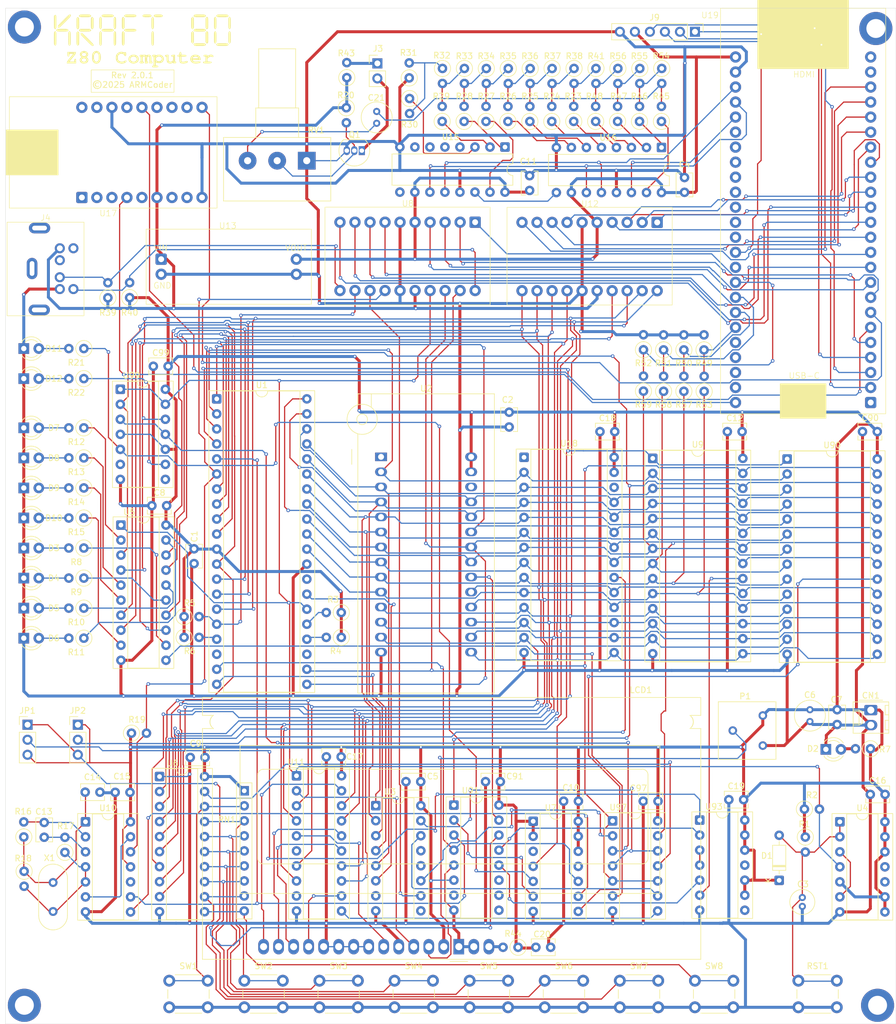
<source format=kicad_pcb>
(kicad_pcb (version 20241229) (generator "pcbnew") (generator_version "9.0")
  (title_block (title "Kraft80 V2") (date "2025-09-09") (comment 1 "©2025 ARMCoder"))
  (layers (0 "F.Cu" signal) (2 "B.Cu" signal) (13 "F.Paste" user) (15 "B.Paste" user) (5 "F.SilkS" user "F.Silkscreen") (7 "B.SilkS" user "B.Silkscreen") (1 "F.Mask" user) (3 "B.Mask" user) (25 "Edge.Cuts" user))
  (net 0 "")
  (net 1 "D5")
  (net 2 "D4")
  (net 3 "A10")
  (net 4 "/~{MREQ}")
  (net 5 "A11")
  (net 6 "A7")
  (net 7 "CLOCK")
  (net 8 "~{READ}")
  (net 9 "A3")
  (net 10 "A6")
  (net 11 "~{WRITE}")
  (net 12 "D0")
  (net 13 "GNDREF")
  (net 14 "A2")
  (net 15 "~{INT}")
  (net 16 "A13")
  (net 17 "Net-(Q1-B)")
  (net 18 "A15")
  (net 19 "A1")
  (net 20 "D2")
  (net 21 "A8")
  (net 22 "A12")
  (net 23 "~{RESET}")
  (net 24 "A5")
  (net 25 "/~{SEL_RAM2}")
  (net 26 "Net-(J3-Pin_2)")
  (net 27 "D3")
  (net 28 "D7")
  (net 29 "D6")
  (net 30 "+5V")
  (net 31 "A4")
  (net 32 "A0")
  (net 33 "A14")
  (net 34 "A9")
  (net 35 "D1")
  (net 36 "/~{SEL_RAM}")
  (net 37 "~{IORQ}")
  (net 38 "Net-(D1-A)")
  (net 39 "~{M1}")
  (net 40 "Net-(U91-O2)")
  (net 41 "Net-(U91-O3)")
  (net 42 "/~{ROM_BASIC}")
  (net 43 "Net-(U91-A1)")
  (net 44 "CPM")
  (net 45 "Net-(U10-Pad8)")
  (net 46 "/~{ROM_BIOS}")
  (net 47 "CKKBD")
  (net 48 "CKLED")
  (net 49 "Net-(U93-Pad3)")
  (net 50 "Net-(U4-Pad3)")
  (net 51 "Net-(U10-Pad13)")
  (net 52 "Net-(C13-Pad1)")
  (net 53 "Net-(R17-Pad1)")
  (net 54 "Net-(C13-Pad2)")
  (net 55 "Net-(C14-Pad1)")
  (net 56 "+3V3")
  (net 57 "Net-(LCD1-DB7)")
  (net 58 "Net-(D3-A)")
  (net 59 "Net-(D4-A)")
  (net 60 "Net-(D5-A)")
  (net 61 "Net-(D6-A)")
  (net 62 "Net-(D7-A)")
  (net 63 "Net-(D8-A)")
  (net 64 "Net-(D9-A)")
  (net 65 "Net-(D10-A)")
  (net 66 "~{FPGA_CS}")
  (net 67 "Net-(JP1-A)")
  (net 68 "Net-(JP1-C)")
  (net 69 "CKFF")
  (net 70 "Net-(LCD1-DB4)")
  (net 71 "Net-(U15-QB)")
  (net 72 "Net-(U15-QD)")
  (net 73 "Net-(U15-QC)")
  (net 74 "Net-(U15-QA)")
  (net 75 "Net-(U15-SER)")
  (net 76 "Net-(U16-QE)")
  (net 77 "Net-(U16-QD)")
  (net 78 "Net-(U16-QH)")
  (net 79 "Net-(U16-QB)")
  (net 80 "Net-(U16-QG)")
  (net 81 "Net-(U16-QF)")
  (net 82 "Net-(U16-QC)")
  (net 83 "Net-(U16-QA)")
  (net 84 "Net-(C21-Pad1)")
  (net 85 "Net-(R46-Pad2)")
  (net 86 "Net-(R47-Pad2)")
  (net 87 "Net-(R41-Pad2)")
  (net 88 "Net-(R23-Pad2)")
  (net 89 "Net-(R24-Pad2)")
  (net 90 "Net-(R25-Pad2)")
  (net 91 "Net-(R26-Pad2)")
  (net 92 "Net-(R27-Pad2)")
  (net 93 "Net-(R28-Pad2)")
  (net 94 "Net-(R29-Pad2)")
  (net 95 "Net-(R30-Pad2)")
  (net 96 "Net-(U99B-Q)")
  (net 97 "Net-(D11-A)")
  (net 98 "Net-(D12-A)")
  (net 99 "Net-(U15-RCLK)")
  (net 100 "Net-(U15-SRCLK)")
  (net 101 "Net-(U12-LV8)")
  (net 102 "Net-(U12-LV3)")
  (net 103 "Net-(U19-IOB29A)")
  (net 104 "Net-(U19-IOB13B)")
  (net 105 "Net-(U12-LV5)")
  (net 106 "Net-(U12-LV4)")
  (net 107 "Net-(U19-IOB23B)")
  (net 108 "Net-(U12-LV1)")
  (net 109 "Net-(U19-IOB11B)")
  (net 110 "Net-(U19-IOB33B)")
  (net 111 "Net-(U19-IOB23A)")
  (net 112 "Net-(U12-LV7)")
  (net 113 "Net-(U19-IOB8A)")
  (net 114 "Net-(U16-SER)")
  (net 115 "Net-(U19-IOB13A)")
  (net 116 "Net-(U12-LV2)")
  (net 117 "Net-(U12-LV6)")
  (net 118 "Net-(J3-Pin_1)")
  (net 119 "Net-(C21-Pad2)")
  (net 120 "Net-(LCD1-RS)")
  (net 121 "Net-(LCD1-VO)")
  (net 122 "Net-(LCD1-E)")
  (net 123 "Net-(LCD1-DB5)")
  (net 124 "Net-(LCD1-DB6)")
  (net 125 "Net-(U5-Q6)")
  (net 126 "Net-(U5-Q1)")
  (net 127 "Net-(U5-Q0)")
  (net 128 "Net-(U5-Q5)")
  (net 129 "Net-(U5-Q3)")
  (net 130 "Net-(U5-Q4)")
  (net 131 "Net-(U5-Q7)")
  (net 132 "Net-(U5-Q2)")
  (net 133 "CKDIS")
  (net 134 "Net-(D2-A)")
  (net 135 "Net-(LCD1-A{slash}VEE)")
  (net 191 "Net-(U1-~{NMI})")
  (net 194 "Net-(U1-~{WAIT})")
  (net 195 "Net-(U1-~{BUSREQ})")
  (net 197 "/kraft80V2-ios/PX2")
  (net 198 "/kraft80V2-ios/PX5")
  (net 199 "/kraft80V2-ios/PX6")
  (net 200 "/kraft80V2-ios/PX7")
  (net 201 "/kraft80V2-ios/PX3")
  (net 202 "/kraft80V2-ios/PX4")
  (net 203 "/kraft80V2-ios/PX1")
  (net 204 "/kraft80V2-ios/PX0")
  (net 205 "/kraft80V2-fpga/DISK_SCK")
  (net 206 "/kraft80V2-fpga/DISK_MOSI")
  (net 207 "/kraft80V2-fpga/DISK_MISO")
  (net 208 "/kraft80V2-fpga/~{DISK_CS}")
  (net 209 "/kraft80V2-fpga/DAT_KBD")
  (net 210 "/kraft80V2-fpga/CK_KBD")
  (net 211 "/kraft80V2-ios/~{LEDKB_CS}")
  (net 212 "/kraft80V2-ios/~{DISP_CS}")
  (net 213 "/kraft80V2-ios/~{FF_CS}")
  (net 216 "Net-(U17-TXD)")
  (net 217 "Net-(U17-~{CTS})")
  (net 218 "Net-(U17-RXD)")
  (net 219 "Net-(U19-IOT11A)")
  (net 220 "Net-(U19-IOT11B)")
  (net 222 "Net-(U19-IOT12B)")
  (net 223 "Net-(U19-IOT12A)")
  (footprint "Button_Switch_THT:SW_PUSH_6mm_H9.5mm" (layer "F.Cu") (at 101.55 191.75 180)
    (property "Reference" "SW5")
    (property "Value" "SW_Push" (hide yes))
  )
  (footprint "Package_DIP:DIP-28_W15.24mm_Socket" (layer "F.Cu") (at 126.0162 98.9334)
    (property "Reference" "U9")
    (property "Value" "HM62256BLP")
  )
  (footprint "Resistor_THT:R_Axial_DIN0207_L6.3mm_D2.5mm_P2.54mm_Vertical" (layer "F.Cu") (at 108.9976 33.0124 -90)
    (property "Reference" "R37")
    (property "Value" "1k")
  )
  (footprint "Resistor_THT:R_Axial_DIN0207_L6.3mm_D2.5mm_P2.54mm_Vertical" (layer "F.Cu") (at 74.195 39.6472 -90)
    (property "Reference" "R20")
    (property "Value" "10k")
  )
  (footprint "LED_THT:LED_D3.0mm_FlatTop" (layer "F.Cu") (at 155.3024 148.1332)
    (property "Reference" "D2")
    (property "Value" "LED")
  )
  (footprint "Capacitor_THT:C_Disc_D3.8mm_W2.6mm_P2.50mm" (layer "F.Cu") (at 141.1346 94.4122 180)
    (property "Reference" "C12")
    (property "Value" "100nF" (hide yes))
  )
  (footprint "Package_DIP:DIP-20_W7.62mm_Socket" (layer "F.Cu") (at 36.0748 110.211)
    (property "Reference" "U5")
    (property "Value" "74LS273")
  )
  (footprint "Button_Switch_THT:SW_PUSH_6mm_H9.5mm" (layer "F.Cu") (at 126.95 191.75 180)
    (property "Reference" "SW7")
    (property "Value" "SW_Push" (hide yes))
  )
  (footprint "Resistor_THT:R_Axial_DIN0207_L6.3mm_D2.5mm_P2.54mm_Vertical" (layer "F.Cu") (at 29.8046 80.366 180)
    (property "Reference" "R21")
    (property "Value" "1k8")
  )
  (footprint "LED_THT:LED_D3.0mm_FlatTop" (layer "F.Cu") (at 19.6446 109.0172)
    (property "Reference" "D10")
    (property "Value" "LED")
  )
  (footprint "Resistor_THT:R_Axial_DIN0207_L6.3mm_D2.5mm_P2.54mm_Vertical" (layer "F.Cu") (at 37.855 145.4)
    (property "Reference" "R19")
    (property "Value" "5k6")
  )
  (footprint "Button_Switch_THT:SW_PUSH_6mm_H9.5mm" (layer "F.Cu") (at 63.45 191.75 180)
    (property "Reference" "SW2")
    (property "Value" "SW_Push" (hide yes))
  )
  (footprint "Resistor_THT:R_Axial_DIN0207_L6.3mm_D2.5mm_P2.54mm_Vertical" (layer "F.Cu") (at 29.8046 124.2572 180)
    (property "Reference" "R10")
    (property "Value" "1k8")
  )
  (footprint "Capacitor_THT:C_Radial_D5.0mm_H7.0mm_P2.00mm" (layer "F.Cu") (at 152.6024 141.4332 -90)
    (property "Reference" "C6")
    (property "Value" "100uF/16V")
  )
  (footprint "Capacitor_THT:C_Disc_D3.8mm_W2.6mm_P2.50mm" (layer "F.Cu") (at 23.1 160.5 -90)
    (property "Reference" "C13")
    (property "Value" "10nF" (hide yes))
  )
  (footprint "Resistor_THT:R_Axial_DIN0207_L6.3mm_D2.5mm_P2.54mm_Vertical" (layer "F.Cu") (at 29.8046 109.0172 180)
    (property "Reference" "R15")
    (property "Value" "1k8")
  )
  (footprint "Resistor_THT:R_Axial_DIN0207_L6.3mm_D2.5mm_P2.54mm_Vertical" (layer "F.Cu") (at 26.6 165.55 90)
    (property "Reference" "R17")
    (property "Value" "1k")
  )
  (footprint "Capacitor_THT:C_Disc_D3.8mm_W2.6mm_P2.50mm" (layer "F.Cu") (at 105.1956 53.6356 90)
    (property "Reference" "C11")
    (property "Value" "100nF" (hide yes))
  )
  (footprint "Resistor_THT:R_Axial_DIN0207_L6.3mm_D2.5mm_P2.54mm_Vertical" (layer "F.Cu") (at 103.24 181.6 180)
    (property "Reference" "R44")
    (property "Value" "22")
  )
  (footprint "LED_THT:LED_D3.0mm_FlatTop" (layer "F.Cu") (at 19.6446 85.446)
    (property "Reference" "D12")
    (property "Value" "LED")
  )
  (footprint "Package_DIP:DIP-28_W15.24mm_Socket" (layer "F.Cu") (at 104.2484 98.7556)
    (property "Reference" "U18")
    (property "Value" "KM28C64A")
  )
  (footprint "Connector_Molex:Molex_KK-254_AE-6410-02A_1x02_P2.54mm_Vertical" (layer "F.Cu") (at 162.9024 141.4932 -90)
    (property "Reference" "CN1")
    (property "Value" "+5VCC" (hide yes))
  )
  (footprint "Capacitor_THT:C_Disc_D3.8mm_W2.6mm_P2.50mm" (layer "F.Cu") (at 48.4446 114.2242 -90)
    (property "Reference" "C1")
    (property "Value" "100nF" (hide yes))
  )
  (footprint "Package_DIP:DIP-14_W7.62mm_Socket" (layer "F.Cu") (at 133.9664 160.0966)
    (property "Reference" "U93")
    (property "Value" "74LS08")
  )
  (footprint "Resistor_THT:R_Axial_DIN0207_L6.3mm_D2.5mm_P2.54mm_Vertical" (layer "F.Cu") (at 29.8046 129.3372 180)
    (property "Reference" "R11")
    (property "Value" "1k8")
  )
  (footprint "Potentiometer_THT:Potentiometer_Alps_RK163_Single_Horizontal" (layer "F.Cu") (at 67.5 48.6 -90)
    (property "Reference" "RV1")
    (property "Value" "10k")
  )
  (footprint "Capacitor_THT:C_Disc_D3.8mm_W2.6mm_P2.50mm" (layer "F.Cu") (at 101.7338 91.1302 -90)
    (property "Reference" "C2")
    (property "Value" "100nF" (hide yes))
  )
  (footprint "Resistor_THT:R_Axial_DIN0207_L6.3mm_D2.5mm_P2.54mm_Vertical" (layer "F.Cu") (at 120.1228 33.006 -90)
    (property "Reference" "R56")
    (property "Value" "1k")
  )
  (footprint "LED_THT:LED_D3.0mm_FlatTop" (layer "F.Cu") (at 19.6446 129.3372)
    (property "Reference" "D6")
    (property "Value" "LED")
  )
  (footprint "Resistor_THT:R_Axial_DIN0207_L6.3mm_D2.5mm_P2.54mm_Vertical" (layer "F.Cu") (at 120.072 41.9596 90)
    (property "Reference" "R47")
    (property "Value" "2k")
  )
  (footprint "Package_DIP:DIP-14_W7.62mm_Socket" (layer "F.Cu") (at 157.6646 160.381)
    (property "Reference" "U4")
    (property "Value" "4093")
  )
  (footprint "Resistor_THT:R_Axial_DIN0207_L6.3mm_D2.5mm_P2.54mm_Vertical" (layer "F.Cu") (at 19.7 168.75 -90)
    (property "Reference" "R18")
    (property "Value" "1M")
  )
  (footprint "Package_DIP:DIP-20_W7.62mm_Socket" (layer "F.Cu") (at 65.7674 152.6036)
    (property "Reference" "U11")
    (property "Value" "74LS273")
  )
  (footprint "Button_Switch_THT:SW_PUSH_6mm_H9.5mm" (layer "F.Cu") (at 50.75 191.75 180)
    (property "Reference" "SW1")
    (property "Value" "SW_Push" (hide yes))
  )
  (footprint "Package_DIP:DIP-16_W7.62mm_Socket" (layer "F.Cu") (at 79.1786 157.6582)
    (property "Reference" "U3")
    (property "Value" "74LS138")
  )
  (footprint "Capacitor_THT:C_Disc_D3.8mm_W2.6mm_P2.50mm" (layer "F.Cu") (at 43.8072 106.9344 180)
    (property "Reference" "C8")
    (property "Value" "100nF" (hide yes))
  )
  (footprint "Resistor_THT:R_Axial_DIN0207_L6.3mm_D2.5mm_P2.54mm_Vertical" (layer "F.Cu") (at 97.8724 33.0124 -90)
    (property "Reference" "R34")
    (property "Value" "1k")
  )
  (footprint "Resistor_THT:R_Axial_DIN0207_L6.3mm_D2.5mm_P2.54mm_Vertical" (layer "F.Cu") (at 131.2826 87.5954 90)
    (property "Reference" "R57")
    (property "Value" "18k")
  )
  (footprint "Capacitor_THT:C_Disc_D3.8mm_W2.6mm_P2.50mm" (layer "F.Cu") (at 73.3166 149.4 180)
    (property "Reference" "C17")
    (property "Value" "100nF" (hide yes))
  )
  (footprint "Resistor_THT:R_Axial_DIN0207_L6.3mm_D2.5mm_P2.54mm_Vertical" (layer "F.Cu") (at 127.4888 41.9596 90)
    (property "Reference" "R45")
    (property "Value" "2k")
  )
  (footprint "Capacitor_THT:C_Disc_D3.8mm_W2.6mm_P2.50mm" (layer "F.Cu") (at 44.0558 83.3632 180)
    (property "Reference" "C99")
    (property "Value" "100nF" (hide yes))
  )
  (footprint "Resistor_THT:R_Axial_DIN0207_L6.3mm_D2.5mm_P2.54mm_Vertical" (layer "F.Cu") (at 124.45 80.57 90)
    (property "Reference" "R52")
    (property "Value" "10k")
  )
  (footprint "Resistor_THT:R_Axial_DIN0207_L6.3mm_D2.5mm_P2.54mm_Vertical" (layer "F.Cu") (at 162.8424 148.0332 180)
    (property "Reference" "R7")
    (property "Value" "1k5")
  )
  (footprint "MountingHole:MountingHole_3.2mm_M3_DIN965_Pad" (layer "F.Cu") (at 19.7432 191.4106)
    (property "Reference" "REF**" (hide yes))
    (property "Value" "MountingHole_3.2mm_M3_DIN965_Pad" (hide yes))
  )
  (footprint "Resistor_THT:R_Array_SIP9" (layer "F.Cu") (at 56.9282 155.1436 -90)
    (property "Reference" "RN1")
    (property "Value" "10k" (hide yes))
  )
  (footprint "Capacitor_THT:C_Radial_D4.0mm_H5.0mm_P1.50mm" (layer "F.Cu") (at 151.3146 173.1896 -90)
    (property "Reference" "C3")
    (property "Value" "33uF/16V")
  )
  (footprint "Potentiometer_THT:Potentiometer_Bourns_3386F_Vertical" (layer "F.Cu") (at 144.6344 142.4182 180)
    (property "Reference" "P1")
    (property "Value" "100k")
  )
  (footprint "Resistor_THT:R_Axial_DIN0207_L6.3mm_D2.5mm_P2.54mm_Vertical" (layer "F.Cu") (at 29.8046 93.7772 180)
    (property "Reference" "R12")
    (property "Value" "1k8")
  )
  (footprint "Resistor_THT:R_Axial_DIN0207_L6.3mm_D2.5mm_P2.54mm_Vertical" (layer "F.Cu") (at 29.8046 103.9372 180)
    (property "Reference" "R14")
    (property "Value" "1k8")
  )
  (footprint "LED_THT:LED_D3.0mm_FlatTop" (layer "F.Cu") (at 19.6446 80.366)
    (property "Reference" "D11")
    (property "Value" "LED")
  )
  (footprint "Resistor_THT:R_Axial_DIN0207_L6.3mm_D2.5mm_P2.54mm_Vertical" (layer "F.Cu") (at 112.706 33.006 -90)
    (property "Reference" "R38")
    (property "Value" "1k")
  )
  (footprint "Crystal:Crystal_HC18-U_Vertical" (layer "F.Cu") (at 24.6 170.65 -90)
    (property "Reference" "X1")
    (property "Value" "4MHz")
  )
  (footprint "Resistor_THT:R_Axial_DIN0207_L6.3mm_D2.5mm_P2.54mm_Vertical" (layer "F.Cu") (at 84.891 38.0918 -90)
    (property "Reference" "R30")
    (property "Value" "2k")
  )
  (footprint "Kraft80:YP-8" (layer "F.Cu") (at 50.5 67.8)
    (property "Reference" "U13")
    (property "Value" "YP-8")
  )
  (footprint "Resistor_THT:R_Axial_DIN0207_L6.3mm_D2.5mm_P2.54mm_Vertical" (layer "F.Cu") (at 127.8536 80.5954 90)
    (property "Reference" "R51")
    (property "Value" "10k")
  )
  (footprint "MountingHole:MountingHole_3.2mm_M3_DIN965_Pad" (layer "F.Cu") (at 19.75 26)
    (property "Reference" "REF**" (hide yes))
    (property "Value" "MountingHole_3.2mm_M3_DIN965_Pad" (hide yes))
  )
  (footprint "Button_Switch_THT:SW_PUSH_6mm_H9.5mm" (layer "F.Cu") (at 114.25 191.75 180)
    (property "Reference" "SW6")
    (property "Value" "SW_Push" (hide yes))
  )
  (footprint "Diode_THT:D_DO-35_SOD27_P7.62mm_Horizontal" (layer "F.Cu") (at 147.403 170.282 90)
    (property "Reference" "D1")
    (property "Value" "1N4148" (hide yes))
  )
  (footprint "MountingHole:MountingHole_3.2mm_M3_DIN965_Pad" (layer "F.Cu") (at 163.75 26.25)
    (property "Reference" "REF**" (hide yes))
    (property "Value" "MountingHole_3.2mm_M3_DIN965_Pad" (hide yes))
  )
  (footprint "Resistor_THT:R_Axial_DIN0207_L6.3mm_D2.5mm_P2.54mm_Vertical" (layer "F.Cu") (at 123.7804 41.9596 90)
    (property "Reference" "R46")
    (property "Value" "2k")
  )
  (footprint "Resistor_THT:R_Axial_DIN0207_L6.3mm_D2.5mm_P2.54mm_Vertical" (layer "F.Cu") (at 84.8338 34.605 90)
    (property "Reference" "R31")
    (property "Value" "1k")
  )
  (footprint "Resistor_THT:R_Axial_DIN0207_L6.3mm_D2.5mm_P2.54mm_Vertical" (layer "F.Cu") (at 29.8046 98.8572 180)
    (property "Reference" "R13")
    (property "Value" "1k8")
  )
  (footprint "Resistor_THT:R_Axial_DIN0207_L6.3mm_D2.5mm_P2.54mm_Vertical" (layer "F.Cu") (at 105.2384 41.966 90)
    (property "Reference" "R25")
    (property "Value" "2k")
  )
  (footprint "Connector_PinHeader_2.54mm:PinHeader_1x06_P2.54mm_Vertical" (layer "F.Cu") (at 133.16 26.8 -90)
    (property "Reference" "J9")
    (property "Value" "Conn_01x06_Socket" (hide yes))
  )
  (footprint "Button_Switch_THT:SW_PUSH_6mm_H9.5mm" (layer "F.Cu") (at 157.15 191.75 180)
    (property "Reference" "RST1")
    (property "Value" "SW_Push" (hide yes))
  )
  (footprint "Resistor_THT:R_Axial_DIN0207_L6.3mm_D2.5mm_P2.54mm_Vertical" (layer "F.Cu") (at 73.34 125 180)
    (property "Reference" "R3")
    (property "Value" "10k")
  )
  (footprint "Capacitor_THT:C_Disc_D3.8mm_W2.6mm_P2.50mm" (layer "F.Cu") (at 126.9106 156.8962 180)
    (property "Reference" "C97")
    (property "Value" "100nF" (hide yes))
  )
  (footprint "Connector_PinHeader_2.54mm:PinHeader_1x02_P2.54mm_Vertical" (layer "F.Cu") (at 79.45 32.15)
    (property "Reference" "J3")
    (property "Value" "Speaker" (hide yes))
  )
  (footprint "Capacitor_THT:C_Disc_D3.8mm_W2.6mm_P2.50mm" (layer "F.Cu") (at 50.3 149.5 180)
    (property "Reference" "C9")
    (property "Value" "100nF" (hide yes))
  )
  (footprint "Package_DIP:DIP-16_W7.62mm" (layer "F.Cu") (at 101.03 46.295 -90)
    (property "Reference" "U15")
    (property "Value" "74HC595" (hide yes))
  )
  (footprint "Resistor_THT:R_Axial_DIN0207_L6.3mm_D2.5mm_P2.54mm_Vertical" (layer "F.Cu") (at 123.8312 33.006 -90)
    (property "Reference" "R55")
    (property "Value" "1k")
  )
  (footprint "Resistor_THT:R_Axial_DIN0207_L6.3mm_D2.5mm_P2.54mm_Vertical" (layer "F.Cu") (at 151.6702 158.2424)
    (property "Reference" "R2")
    (property "Value" "10k")
  )
  (footprint "Capacitor_THT:C_Disc_D3.8mm_W2.6mm_P2.50mm" (layer "F.Cu") (at 163.9946 94.4122 180)
    (property "Reference" "C90")
    (property "Value" "100nF" (hide yes))
  )
  (footprint "Resistor_THT:R_Axial_DIN0207_L6.3mm_D2.5mm_P2.54mm_Vertical" (layer "F.Cu") (at 73.345 129.2 180)
    (property "Reference" "R4")
    (property "Value" "10k")
  )
  (footprint "Package_DIP:DIP-14_W7.62mm_Socket" (layer "F.Cu") (at 119.2344 160.2236)
    (property "Reference" "U97")
    (property "Value" "74LS32")
  )
  (footprint "Kraft80:LVL-SHFT-8CH" (layer "F.Cu") (at 115.34 64.75 -90)
    (property "Reference" "U12")
    (property "Value" "LVL-SHFT-8CH")
  )
  (footprint "Capacitor_THT:C_Disc_D3.8mm_W2.6mm_P2.50mm" (layer "F.Cu") (at 141.3886 156.6422 180)
    (property "Reference" "C19")
    (property "Value" "100nF" (hide yes))
  )
  (footprint "Resistor_THT:R_Axial_DIN0207_L6.3mm_D2.5mm_P2.54mm_Vertical" (layer "F.Cu") (at 29.8046 119.1772 180)
    (property "Reference" "R9")
    (property "Value" "1k8")
  )
  (footprint "LED_THT:LED_D3.0mm_FlatTop" (layer "F.Cu") (at 19.6446 93.7772)
    (property "Reference" "D7")
    (property "Value" "LED")
  )
  (footprint "Package_DIP:DIP-40_W15.24mm_Socket" (layer "F.Cu") (at 52.28 88.875)
    (property "Reference" "U1")
    (property "Value" "Z84C00xxP")
  )
  (footprint "Resistor_THT:R_Axial_DIN0207_L6.3mm_D2.5mm_P2.54mm_Vertical" (layer "F.Cu") (at 131.2826 80.5954 90)
    (property "Reference" "R50")
    (property "Value" "10k")
  )
  (footprint "Capacitor_THT:C_Radial_D5.0mm_H7.0mm_P2.00mm" (layer "F.Cu") (at 79.3284 40.2762 -90)
    (property "Reference" "C21")
    (property "Value" "10uF" (hide yes))
  )
  (footprint "Resistor_THT:R_Axial_DIN0207_L6.3mm_D2.5mm_P2.54mm_Vertical" (layer "F.Cu") (at 74.2738 34.5612 90)
    (property "Reference" "R43")
    (property "Value" "100R")
  )
  (footprint "Kraft80:LVL-SHFT-8CH" (layer "F.Cu") (at 84.55 64.715 -90)
    (property "Reference" "U8")
    (property "Value" "LVL-SHFT-8CH")
  )
  (footprint "Connector_PinHeader_2.54mm:PinHeader_1x03_P2.54mm_Vertical" (layer "F.Cu") (at 20.279 143.971)
    (property "Reference" "JP1")
    (property "Value" "Jumper_3_Bridged12" (hide yes))
  )
  (footprint "Resistor_THT:R_Axial_DIN0207_L6.3mm_D2.5mm_P2.54mm_Vertical" (layer "F.Cu") (at 33.868 71.7842 90)
    (property "Reference" "R39")
    (property "Value" "1k")
  )
  (footprint "Capacitor_THT:C_Disc_D3.8mm_W2.6mm_P2.50mm" (layer "F.Cu") (at 119.5954 94.4122 180)
    (property "Reference" "C18")
    (property "Value" "100nF" (hide yes))
  )
  (footprint "Package_DIP:DIP-20_W7.62mm_Socket" (layer "F.Cu") (at 42.6026 152.7306)
    (property "Reference" "U6")
    (property "Value" "74LS245")
  )
  (footprint "Resistor_THT:R_Axial_DIN0207_L6.3mm_D2.5mm_P2.54mm_Vertical" (layer "F.Cu") (at 112.6552 41.9596 90)
    (property "Reference" "R23")
    (property "Value" "2k")
  )
  (footprint "Button_Switch_THT:SW_PUSH_6mm_H9.5mm" (layer "F.Cu") (at 139.65 191.75 180)
    (property "Reference" "SW8")
    (property "Value" "SW_Push" (hide yes))
  )
  (footprint "Capacitor_THT:C_Disc_D3.8mm_W2.6mm_P2.50mm" (layer "F.Cu") (at 113.4486 156.8962 180)
    (property "Reference" "C10")
    (property "Value" "100nF" (hide yes))
  )
  (footprint "Resistor_THT:R_Axial_DIN0207_L6.3mm_D2.5mm_P2.54mm_Vertical" (layer "F.Cu") (at 124.45 87.57 90)
    (property "Reference" "R59")
    (property "Value" "18k")
  )
  (footprint "Package_DIP:DIP-14_W7.62mm_Socket" (layer "F.Cu") (at 105.7978 160.2948)
    (property "Reference" "U7")
    (property "Value" "74LS32")
  )
  (footprint "Resistor_THT:R_Axial_DIN0207_L6.3mm_D2.5mm_P2.54mm_Vertical" (layer "F.Cu") (at 19.65 162.95 90)
    (property "Reference" "R16")
    (property "Value" "1k")
  )
  (footprint "Resistor_THT:R_Axial_DIN0207_L6.3mm_D2.5mm_P2.54mm_Vertical" (layer "F.Cu") (at 127.8536 87.5954 90)
    (property "Reference" "R58")
    (property "Value" "18k")
  )
  (footprint "Resistor_THT:R_Axial_DIN0207_L6.3mm_D2.5mm_P2.54mm_Vertical" (layer "F.Cu") (at 90.4556 33.006 -90)
    (property "Reference" "R32")
    (property "Value" "1k")
  )
  (footprint "MountingHole:MountingHole_3.2mm_M3_DIN965_Pad" (layer "F.Cu") (at 164.0432 191.4106)
    (property "Reference" "REF**" (hide yes))
    (property "Value" "MountingHole_3.2mm_M3_DIN965_Pad" (hide yes))
  )
  (footprint "Resistor_THT:R_Axial_DIN0207_L6.3mm_D2.5mm_P2.54mm_Vertical" (layer "F.Cu") (at 46.755 129.2)
    (property "Reference" "R6")
    (property "Value" "10k")
  )
  (footprint "Kraft80:Mini Din 6P" (layer "F.Cu") (at 23.481 66.8112 180)
    (property "Reference" "J4")
    (property "Value" "Mini-DIN-6")
  )
  (footprint "Kraft80:kraft80-silk-small" (layer "F.Cu") (at 39.700001 28.421483)
    (property "Reference" "G***" (hide yes))
    (property "Value" "LOGO" (hide yes))
  )
  (footprint "Capacitor_THT:C_Disc_D3.8mm_W2.6mm_P2.50mm" (layer "F.Cu") (at 157.2024 141.4332 -90)
    (property "Reference" "C7")
    (property "Value" "100nF" (hide yes))
  )
  (footprint "Package_DIP:DIP-14_W7.62mm_Socket" (layer "F.Cu") (at 30.0834 160.3844)
    (property "Reference" "U10")
    (property "Value" "74HC04")
  )
  (footprint "LED_THT:LED_D3.0mm_FlatTop" (layer "F.Cu") (at 19.6446 114.0972)
    (property "Reference" "D3")
    (property "Value" "LED")
  )
  (footprint "Resistor_THT:R_Axial_DIN0207_L6.3mm_D2.5mm_P2.54mm_Vertical" (layer "F.Cu") (at 116.4144 33.006 -90)
    (property "Reference" "R41")
    (property "Value" "1k")
  )
  (footprint "Resistor_THT:R_Axial_DIN0207_L6.3mm_D2.5mm_P2.54mm_Vertical" (layer "F.Cu") (at 105.2892 33.0124 -90)
    (property "Reference" "R36")
    (property "Value" "1k")
  )
  (footprint "Resistor_THT:R_Axial_DIN0207_L6.3mm_D2.5mm_P2.54mm_Vertical" (layer "F.Cu") (at 134.6862 80.5954 90)
    (property "Reference" "R49")
    (property "Value" "10k")
  )
  (footprint "Resistor_THT:R_Axial_DIN0207_L6.3mm_D2.5mm_P2.54mm_Vertical" (layer "F.Cu") (at 94.1132 41.9596 90)
    (property "Reference" "R28")
    (property "Value" "2k")
  )
  (footprint "Resistor_THT:R_Axial_DIN0207_L6.3mm_D2.5mm_P2.54mm_Vertical" (layer "F.Cu") (at 29.8046 85.446 180)
    (property "Reference" "R22")
    (property "Value" "1k8")
  )
  (footprint "Resistor_THT:R_Axial_DIN0207_L6.3mm_D2.5mm_P2.54mm_Vertical" (layer "F.Cu") (at 46.755 125.7)
    (property "Reference" "R5")
    (property "Value" "10k")
  )
  (footprint "Resistor_THT:R_Axial_DIN0207_L6.3mm_D2.5mm_P2.54mm_Vertical" (layer "F.Cu") (at 134.7116 87.6058 90)
    (property "Reference" "R53")
    (property "Value" "18k")
  )
  (footprint "LED_THT:LED_D3.0mm_FlatTop" (layer "F.Cu") (at 19.6446 124.2572)
    (property "Reference" "D5")
    (property "Value" "LED")
  )
  (footprint "Kraft80:TANG_NANO_9K" (layer "F.Cu") (at 151.45 61.55 180)
    (property "Reference" "U19")
    (property "Value" "TANG NANO 9K")
  )
  (footprint "Resistor_THT:R_Axial_DIN0207_L6.3mm_D2.5mm_P2.54mm_Vertical" (layer "F.Cu") (at 151.8226 162.9668 -90)
    (property "Reference" "R1")
    (property "Value" "10k")
  )
  (footprint "Resistor_THT:R_Axial_DIN0207_L6.3mm_D2.5mm_P2.54mm_Vertical" (layer "F.Cu") (at 108.9468 41.966 90)
    (property "Reference" "R24")
    (property "Value" "2k")
  )
  (footprint "Capacitor_THT:C_Disc_D3.8mm_W2.6mm_P2.50mm" (layer "F.Cu") (at 131.39 53.95 90)
    (property "Reference" "C4")
    (property "Value" "100nF" (hide yes))
  )
  (footprint "Capacitor_THT:C_Disc_D3.8mm_W2.6mm_P2.50mm" (layer "F.Cu") (at 106.25 181.6)
    (property "Reference" "C20")
    (property "Value" "100nF" (hide yes))
  )
  (footprint "Resistor_THT:R_Axial_DIN0207_L6.3mm_D2.5mm_P2.54mm_Vertical" (layer "F.Cu") (at 37.551 71.7588 90)
    (property "Reference" "R40")
    (property "Value" "1k")
  )
  (footprint "Resistor_THT:R_Axial_DIN0207_L6.3mm_D2.5mm_P2.54mm_Vertical" (layer "F.Cu") (at 94.164 33.006 -90)
    (property "Reference" "R33")
    (property "Value" "1k")
  )
  (footprint "LED_THT:LED_D3.0mm_FlatTop" (layer "F.Cu") (at 19.6446 119.1772)
    (property "Reference" "D4")
    (property "Value" "LED")
  )
  (footprint "LED_THT:LED_D3.0mm_FlatTop" (layer "F.Cu") (at 19.6446 98.8572)
    (property "Reference" "D8")
    (property "Value" "LED")
  )
  (footprint "Resistor_THT:R_Axial_DIN0207_L6.3mm_D2.5mm_P2.54mm_Vertical" (layer "F.Cu") (at 97.8216 41.966 90)
    (property "Reference" "R27")
    (property "Value" "2k")
  )
  (footprint "Connector_PinHeader_2.54mm:PinHeader_1x03_P2.54mm_Vertical" (layer "F.Cu") (at 28.788 143.971)
    (property "Reference" "JP2")
    (property "Value" "Jumper_3_Bridged12" (hide yes))
  )
  (footprint "LED_THT:LED_D3.0mm_FlatTop" (layer "F.Cu") (at 19.6446 103.9372)
    (property "Reference" "D9")
    (property "Value" "LED")
  )
  (footprint "Capacitor_THT:C_Disc_D3.8mm_W2.6mm_P2.50mm" (layer "F.Cu") (at 30.0272 155.3756)
    (property "Reference" "C14")
    (property "Value" "47pF" (hide yes))
  )
  (footprint "Resistor_THT:R_Axial_DIN0207_L6.3mm_D2.5mm_P2.54mm_Vertical" (layer "F.Cu") (at 101.53 41.966 90)
    (property "Reference" "R26")
    (property "Value" "2k")
  )
  (footprint "Package_TO_SOT_THT:TO-92_Inline" (layer "F.Cu") (at 76.8138 46.9012 180)
    (property "Reference" "Q1")
    (property "Value" "BC337")
  )
  (footprint "Button_Switch_THT:SW_PUSH_6mm_H9.5mm" (layer "F.Cu") (at 76.15 191.75 180)
    (property "Reference" "SW3")
    (property "Value" "SW_Push" (hide yes))
  )
  (footprint "Package_DIP:DIP-16_W7.62mm" (layer "F.Cu") (at 127.4968 46.3712 -90)
    (property "Reference" "U16")
    (property "Value" "74HC595")
  )
  (footprint "Resistor_THT:R_Axial_DIN0207_L6.3mm_D2.5mm_P2.54mm_Vertical" (layer "F.Cu") (at 101.5808 33.0124 -90)
    (property "Reference" "R35")
    (property "Value" "1k")
  )
  (footprint "Package_DIP:DIP-28_W15.24mm_Socket" (layer "F.Cu") (at 148.7492 99.035)
    (property "Reference" "U90")
    (property "Value" "HM62256BLP")
  )
  (footprint "Capacitor_THT:C_Disc_D3.8mm_W2.6mm_P2.50mm" (layer "F.Cu") (at 100.2406 153.5942 180)
    (property "Reference" "C91")
    (property "Value" "100nF" (hide yes))
  )
  (footprint "Socket:DIP_Socket-28_W11.9_W12.7_W15.24_W17.78_W18.5_3M_228-1277-00-0602J" (layer "F.Cu") (at 80.0676 98.6794)
    (property "Reference" "U2")
    (property "Value" "KM28C64A")
  )
  (footprint "Resistor_THT:R_Axial_DIN0207_L6.3mm_D2.5mm_P2.54mm_Vertical" (layer "F.Cu") (at 90.4048 41.9596 90)
    (property "Reference" "R29")
    (property "Value" "2k")
  )
  (footprint "Resistor_THT:R_Axial_DIN0207_L6.3mm_D2.5mm_P2.54mm_Vertical" (layer "F.Cu") (at 127.5396 33.006 -90)
    (property "Reference" "R54")
    (property "Value" "1k")
  )
  (footprint "Resistor_THT:R_Axial_DIN0207_L6.3mm_D2.5mm_P2.54mm_Vertical" (layer "F.Cu") (at 29.8046 114.0972 180)
    (property "Reference" "R8")
    (property "Value" "1k8")
  )
  (footprint "Display:RC1602A" (layer "F.Cu") (at 93.22 181.5 180)
    (property "Reference" "LCD1")
    (property "Value" "LCD16X2")
  )
  (footprint "Button_Switch_THT:SW_PUSH_6mm_H9.5mm" (layer "F.Cu") (at 88.85 191.75 180)
    (property "Reference" "SW4")
    (property "Value" "SW_Push" (hide yes))
  )
  (footprint "Package_DIP:DIP-16_W7.62mm_Socket" (layer "F.Cu") (at 92.3866 157.5566)
    (property "Reference" "U91")
    (property "Value" "74LS138")
  )
  (footprint "Capacitor_THT:C_Disc_D3.8mm_W2.6mm_P2.50mm" (layer "F.Cu") (at 86.7786 153.5942 180)
    (property "Reference" "C5")
    (property "Value" "100nF" (hide yes))
  )
  (footprint "Capacitor_THT:C_Disc_D3.8mm_W2.6mm_P2.50mm" (layer "F.Cu") (at 37.6072 155.401 180)
    (property "Reference" "C15")
    (property "Value" "100nF" (hide yes))
  )
  (footprint "Capacitor_THT:C_Disc_D3.8mm_W2.6mm_P2.50mm" (layer "F.Cu") (at 165.3154 155.7532 180)
    (property "Reference" "C16")
    (property "Value" "100nF" (hide yes))
  )
  (footprint "Kraft80:FTDI-ADAPTER" (layer "F.Cu") (at 32.01 47.205 180)
    (property "Reference" "U17")
    (property "Value" "FTDI USB ADAPTER")
  )
  (footprint "Package_DIP:DIP-14_W7.62mm_Socket" (layer "F.Cu") (at 35.9732 87.2494)
    (property "Reference" "U99")
    (property "Value" "74LS74")
  )
  (footprint "Resistor_THT:R_Axial_DIN0207_L6.3mm_D2.5mm_P2.54mm_Vertical" (layer "F.Cu") (at 116.3636 41.9596 90)
    (property "Reference" "R48")
    (property "Value" "2k")
  )
  (gr_rect (start 31.05 33.25) (end 45.05 37.05) (stroke (width 0.1)) (fill no) (layer "F.SilkS"))
  (gr_rect (start 16.5432 22.8236) (end 167.1528 194.5666) (stroke (width 0.05)) (fill no) (layer "Edge.Cuts"))
  (gr_text "Rev 2.0.1\n©2025 ARMCoder" (at 38 36.35 0) (layer "F.SilkS") (effects (font (size 1 1)) (justify bottom)))
  (segment (start 47.1746 79.126655) (end 47.1746 108.9254) (width 0.2) (layer "F.Cu") (net 1))
  (segment (start 108.3486 126.5442) (end 108.5 126.6956) (width 0.2) (layer "F.Cu") (net 1))
  (segment (start 108.99 77.61) (end 108.99 70.592) (width 0.2) (layer "F.Cu") (net 1))
  (segment (start 76.9846 167.2182) (end 76.8926 167.3102) (width 0.2) (layer "F.Cu") (net 1))
  (segment (start 53.224055 78.109655) (end 53.0166 77.9022) (width 0.2) (layer "F.Cu") (net 1))
  (segment (start 46 123.1458) (end 43.6948 125.451) (width 0.2) (layer "F.Cu") (net 1))
  (segment (start 41.3326 151.4282) (end 41.3326 166.7006) (width 0.2) (layer "F.Cu") (net 1))
  (segment (start 108.8966 140.552257) (end 108.8966 140.8942) (width 0.2) (layer "F.Cu") (net 1))
  (segment (start 108.5 127.061) (end 108.53139 127.09239) (width 0.2) (layer "F.Cu") (net 1))
  (segment (start 108.53139 140.187047) (end 108.8966 140.552257) (width 0.2) (layer "F.Cu") (net 1))
  (segment (start 108.99 77.71) (end 108.3486 78.3514) (width 0.2) (layer "F.Cu") (net 1))
  (segment (start 41.3606 151.4282) (end 41.3326 151.4282) (width 0.2) (layer "F.Cu") (net 1))
  (segment (start 76.9846 142.729887) (end 76.9846 164.0082) (width 0.2) (layer "F.Cu") (net 1))
  (segment (start 46.1586 78.110655) (end 47.1746 79.126655) (width 0.2) (layer "F.Cu") (net 1))
  (segment (start 46 110.1) (end 46 123.1458) (width 0.2) (layer "F.Cu") (net 1))
  (segment (start 108.5 126.6956) (end 108.448 126.6436) (width 0.2) (layer "F.Cu") (net 1))
  (segment (start 108.99 77.61) (end 108.99 77.71) (width 0.2) (layer "F.Cu") (net 1))
  (segment (start 47.1746 108.9254) (end 46 110.1) (width 0.2) (layer "F.Cu") (net 1))
  (segment (start 43.2606 149.5282) (end 41.3606 151.4282) (width 0.2) (layer "F.Cu") (net 1))
  (segment (start 76.9846 164.0082) (end 76.9846 167.2182) (width 0.2) (layer "F.Cu") (net 1))
  (segment (start 54.2866 78.6642) (end 54.2866 107.1884) (width 0.2) (layer "F.Cu") (net 1))
  (segment (start 108.8966 140.8942) (end 108.3886 141.4022) (width 0.2) (layer "F.Cu") (net 1))
  (segment (start 108.3486 125.9) (end 108.3486 126.5442) (width 0.2) (layer "F.Cu") (net 1))
  (segment (start 43.2606 142.2) (end 43.2606 149.5282) (width 0.2) (layer "F.Cu") (net 1))
  (segment (start 108.3486 125.9) (end 108.3486 126.0552) (width 0.2) (layer "F.Cu") (net 1))
  (segment (start 54.2866 78.518941) (end 53.877314 78.109655) (width 0.2) (layer "F.Cu") (net 1))
  (segment (start 108.5 126.6956) (end 108.5 127.061) (width 0.2) (layer "F.Cu") (net 1))
  (segment (start 53.877314 78.109655) (end 53.224055 78.109655) (width 0.2) (layer "F.Cu") (net 1))
  (segment (start 41.3326 166.7006) (end 42.6026 167.9706) (width 0.2) (layer "F.Cu") (net 1))
  (segment (start 54.2866 78.6642) (end 54.2866 78.518941) (width 0.2) (layer "F.Cu") (net 1))
  (segment (start 108.53139 127.09239) (end 108.53139 140.187047) (width 0.2) (layer "F.Cu") (net 1))
  (segment (start 108.3486 78.3514) (end 108.3486 125.9) (width 0.2) (layer "F.Cu") (net 1))
  (segment (start 54.2866 107.1884) (end 52.28 109.195) (width 0.2) (layer "F.Cu") (net 1))
  (via (at 108.5 126.6956) (size 0.6) (drill 0.3) (layers "F.Cu" "B.Cu") (net 1))
  (via (at 108.3886 141.4022) (size 0.6) (drill 0.3) (layers "F.Cu" "B.Cu") (net 1))
  (via (at 76.8926 167.3102) (size 0.6) (drill 0.3) (layers "F.Cu" "B.Cu") (net 1))
  (via (at 46.1586 78.110655) (size 0.6) (drill 0.3) (layers "F.Cu" "B.Cu") (net 1))
  (via (at 53.0166 77.9022) (size 0.6) (drill 0.3) (layers "F.Cu" "B.Cu") (net 1))
  (via (at 108.99 77.61) (size 0.6) (drill 0.3) (layers "F.Cu" "B.Cu") (net 1))
  (via (at 76.9846 142.729887) (size 0.6) (drill 0.3) (layers "F.Cu" "B.Cu") (net 1))
  (via (at 43.2606 142.2) (size 0.6) (drill 0.3) (layers "F.Cu" "B.Cu") (net 1))
  (segment (start 147.29375 126.8734) (end 148.29315 125.874) (width 0.2) (layer "B.Cu") (net 1))
  (segment (start 102.5974 126.6194) (end 103.73625 125.48055) (width 0.2) (layer "B.Cu") (net 1))
  (segment (start 76.9846 142.729887) (end 76.949287 142.7652) (width 0.2) (layer "B.Cu") (net 1))
  (segment (start 76.8926 167.3102) (end 76.3592 167.8436) (width 0.2) (layer "B.Cu") (net 1))
  (segment (start 124.63695 126.6956) (end 125.56015 125.7724) (width 0.2) (layer "B.Cu") (net 1))
  (segment (start 105.00625 125.48055) (end 106.2213 126.6956) (width 0.2) (layer "B.Cu") (net 1))
  (segment (start 53.0166 77.9022) (end 53.0144 77.9) (width 0.2) (layer "B.Cu") (net 1))
  (segment (start 103.73625 125.48055) (end 105.00625 125.48055) (width 0.2) (layer "B.Cu") (net 1))
  (segment (start 53.0166 77.9022) (end 53.224055 78.109655) (width 0.2) (layer "B.Cu") (net 1))
  (segment (start 127.9891 126.8734) (end 141.2562 126.8734) (width 0.2) (layer "B.Cu") (net 1))
  (segment (start 106.2213 126.6956) (end 119.4884 126.6956) (width 0.2) (layer "B.Cu") (net 1))
  (segment (start 48.1928 142.2572) (end 43.3178 142.2572) (width 0.2) (layer "B.Cu") (net 1))
  (segment (start 162.8882 125.874) (end 163.9892 126.975) (width 0.2) (layer "B.Cu") (net 1))
  (segment (start 65.237 78.309655) (end 108.290345 78.309655) (width 0.2) (layer "B.Cu") (net 1))
  (segment (start 126.8881 125.7724) (end 127.9891 126.8734) (width 0.2) (layer "B.Cu") (net 1))
  (segment (start 119.4884 126.6956) (end 124.63695 126.6956) (width 0.2) (layer "B.Cu") (net 1))
  (segment (start 148.29315 125.874) (end 162.8882 125.874) (width 0.2) (layer "B.Cu") (net 1))
  (segment (start 76.949287 142.7652) (end 56.0152 142.7652) (width 0.2) (layer "B.Cu") (net 1))
  (segment (start 56.0152 142.7652) (end 55 141.75) (width 0.2) (layer "B.Cu") (net 1))
  (segment (start 48.7 141.75) (end 48.1928 142.2572) (width 0.2) (layer "B.Cu") (net 1))
  (segment (start 107.060913 142.729887) (end 76.9846 142.729887) (width 0.2) (layer "B.Cu") (net 1))
  (segment (start 43.3178 142.2572) (end 43.2606 142.2) (width 0.2) (layer "B.Cu") (net 1))
  (segment (start 125.56015 125.7724) (end 126.8881 125.7724) (width 0.2) (layer "B.Cu") (net 1))
  (segment (start 108.290345 78.309655) (end 108.99 77.61) (width 0.2) (layer "B.Cu") (net 1))
  (segment (start 54.079659 78.312) (end 65.234655 78.312) (width 0.2) (layer "B.Cu") (net 1))
  (segment (start 76.3592 167.8436) (end 73.3874 167.8436) (width 0.2) (layer "B.Cu") (net 1))
  (segment (start 141.2562 126.8734) (end 147.29375 126.8734) (width 0.2) (layer "B.Cu") (net 1))
  (segment (start 53.0144 77.9) (end 46.369255 77.9) (width 0.2) (layer "B.Cu") (net 1))
  (segment (start 108.3886 141.4022) (end 107.060913 142.729887) (width 0.2) (layer "B.Cu") (net 1))
  (segment (start 46.369255 77.9) (end 46.1586 78.110655) (width 0.2) (layer "B.Cu") (net 1))
  (segment (start 53.877314 78.109655) (end 54.079659 78.312) (width 0.2) (layer "B.Cu") (net 1))
  (segment (start 65.234655 78.312) (end 65.237 78.309655) (width 0.2) (layer "B.Cu") (net 1))
  (segment (start 55 141.75) (end 48.7 141.75) (width 0.2) (layer "B.Cu") (net 1))
  (segment (start 53.224055 78.109655) (end 53.877314 78.109655) (width 0.2) (layer "B.Cu") (net 1))
  (segment (start 95.3076 126.6194) (end 102.5974 126.6194) (width 0.2) (layer "B.Cu") (net 1))
  (segment (start 111.53 78.92) (end 111.53 70.592) (width 0.2) (layer "F.Cu") (net 2))
  (segment (start 109.2976 141.509059) (end 109.145547 141.661112) (width 0.2) (layer "F.Cu") (net 2))
  (segment (start 39.3006 126.4296) (end 40.5572 127.6862) (width 0.2) (layer "F.Cu") (net 2))
  (segment (start 77.752325 165.7862) (end 77.752325 169.498475) (width 0.2) (layer "F.Cu") (net 2))
  (segment (start 109.4046 129.171925) (end 109.4046 81.0454) (width 0.2) (layer "F.Cu") (net 2))
  (segment (start 109.3126 129.263925) (end 108.93239 129.644135) (width 0.2) (layer "F.Cu") (net 2))
  (segment (start 110.9 79.55) (end 110.838002 79.488002) (width 0.2) (layer "F.Cu") (net 2))
  (segment (start 53.381 103.014) (end 52.28 104.115) (width 0.2) (layer "F.Cu") (net 2))
  (segment (start 53.381 80) (end 53.381 103.014) (width 0.2) (layer "F.Cu") (net 2))
  (segment (start 108.93239 129.644135) (end 108.93239 139.1162) (width 0.2) (layer "F.Cu") (net 2))
  (segment (start 45.7426 145.2122) (end 45.7996 145.2692) (width 0.2) (layer "F.Cu") (net 2))
  (segment (start 45.6906 162.3426) (end 42.6026 165.4306) (width 0.2) (layer "F.Cu") (net 2))
  (segment (start 109.4046 81.0454) (end 110.9 79.55) (width 0.2) (layer "F.Cu") (net 2))
  (segment (start 45.6906 150.93545) (end 45.6906 162.3426) (width 0.2) (layer "F.Cu") (net 2))
  (segment (start 108.93239 139.1162) (end 109.2976 139.48141) (width 0.2) (layer "F.Cu") (net 2))
  (segment (start 39.3006 79.4262) (end 39.3006 126.4296) (width 0.2) (layer "F.Cu") (net 2))
  (segment (start 109.3126 129.263925) (end 109.4046 129.171925) (width 0.2) (layer "F.Cu") (net 2))
  (segment (start 52.7 79.319) (end 53.381 80) (width 0.2) (layer "F.Cu") (net 2))
  (segment (start 45.7996 150.82645) (end 45.6906 150.93545) (width 0.2) (layer "F.Cu") (net 2))
  (segment (start 52.7 79.310655) (end 52.7 79.319) (width 0.2) (layer "F.Cu") (net 2))
  (segment (start 45.7996 145.2692) (end 45.7996 150.82645) (width 0.2) (layer "F.Cu") (net 2))
  (segment (start 77.752325 169.498475) (end 77.6546 169.5962) (width 0.2) (layer "F.Cu") (net 2))
  (segment (start 77.752325 143.329887) (end 77.4606 143.621612) (width 0.2) (layer "F.Cu") (net 2))
  (segment (start 109.2976 139.48141) (end 109.2976 141.509059) (width 0.2) (layer "F.Cu") (net 2))
  (segment (start 77.4606 143.621612) (end 77.4606 165.494475) (width 0.2) (layer "F.Cu") (net 2))
  (segment (start 77.4606 165.494475) (end 77.752325 165.7862) (width 0.2) (layer "F.Cu") (net 2))
  (segment (start 110.9 79.55) (end 111.53 78.92) (width 0.2) (layer "F.Cu") (net 2))
  (via (at 52.7 79.310655) (size 0.6) (drill 0.3) (layers "F.Cu" "B.Cu") (net 2))
  (via (at 77.6546 169.5962) (size 0.6) (drill 0.3) (layers "F.Cu" "B.Cu") (net 2))
  (via (at 40.5572 127.6862) (size 0.6) (drill 0.3) (layers "F.Cu" "B.Cu") (net 2))
  (via (at 109.3126 129.263925) (size 0.6) (drill 0.3) (layers "F.Cu" "B.Cu") (net 2))
  (via (at 45.7426 145.2122) (size 0.6) (drill 0.3) (layers "F.Cu" "B.Cu") (net 2))
  (via (at 109.145547 141.661112) (size 0.6) (drill 0.3) (layers "F.Cu" "B.Cu") (net 2))
  (via (at 110.9 79.55) (size 0.6) (drill 0.3) (layers "F.Cu" "B.Cu") (net 2))
  (via (at 77.752325 143.329887) (size 0.6) (drill 0.3) (layers "F.Cu" "B.Cu") (net 2))
  (via (at 39.3006 79.4262) (size 0.6) (drill 0.3) (layers "F.Cu" "B.Cu") (net 2))
  (segment (start 76.8672 170.3836) (end 73.3874 170.3836) (width 0.2) (layer "B.Cu") (net 2))
  (segment (start 109.145547 141.661112) (end 107.476772 143.329887) (width 0.2) (layer "B.Cu") (net 2))
  (segment (start 53.878314 79.310655) (end 53.899881 79.289088) (width 0.2) (layer "B.Cu") (net 2))
  (segment (start 106.2213 129.2356) (end 105.1203 128.1346) (width 0.2) (layer "B.Cu") (net 2))
  (segment (start 40.5572 127.6862) (end 40.862 127.991) (width 0.2) (layer "B.Cu") (net 2))
  (segment (start 126.7699 128.1942) (end 127.9891 129.4134) (width 0.2) (layer "B.Cu") (net 2))
  (segment (start 119.4884 129.2356) (end 124.63695 129.2356) (width 0.2) (layer "B.Cu") (net 2))
  (segment (start 53.899881 79.289088) (end 110.639088 79.289088) (width 0.2) (layer "B.Cu") (net 2))
  (segment (start 141.2562 129.4134) (end 147.29375 129.4134) (width 0.2) (layer "B.Cu") (net 2))
  (segment (start 56 143.329887) (end 77.752325 143.329887) (width 0.2) (layer "B.Cu") (net 2))
  (segment (start 110.639088 79.289088) (end 110.9 79.55) (width 0.2) (layer "B.Cu") (net 2))
  (segment (start 40.862 127.991) (end 43.6948 127.991) (width 0.2) (layer "B.Cu") (net 2))
  (segment (start 53.863687 145.4662) (end 56 143.329887) (width 0.2) (layer "B.Cu") (net 2))
  (segment (start 127.9891 129.4134) (end 141.2562 129.4134) (width 0.2) (layer "B.Cu") (net 2))
  (segment (start 125.67835 128.1942) (end 126.7699 128.1942) (width 0.2) (layer "B.Cu") (net 2))
  (segment (start 96.3324 128.1346) (end 95.3076 129.1594) (width 0.2) (layer "B.Cu") (net 2))
  (segment (start 147.29375 129.4134) (end 148.29315 128.414) (width 0.2) (layer "B.Cu") (net 2))
  (segment (start 109.3126 129.263925) (end 109.284275 129.2356) (width 0.2) (layer "B.Cu") (net 2))
  (segment (start 109.3126 129.263925) (end 109.340925 129.2356) (width 0.2) (layer "B.Cu") (net 2))
  (segment (start 45.7426 145.2122) (end 45.9966 145.4662) (width 0.2) (layer "B.Cu") (net 2))
  (segment (start 105.1203 128.1346) (end 96.3324 128.1346) (width 0.2) (layer "B.Cu") (net 2))
  (segment (start 107.476772 143.329887) (end 77.752325 143.329887) (width 0.2) (layer "B.Cu") (net 2))
  (segment (start 77.6546 169.5962) (end 76.8672 170.3836) (width 0.2) (layer "B.Cu") (net 2))
  (segment (start 52.7 79.310655) (end 53.878314 79.310655) (width 0.2) (layer "B.Cu") (net 2))
  (segment (start 45.9966 145.4662) (end 53.863687 145.4662) (width 0.2) (layer "B.Cu") (net 2))
  (segment (start 162.8882 128.414) (end 163.9892 129.515) (width 0.2) (layer "B.Cu") (net 2))
  (segment (start 109.284275 129.2356) (end 106.2213 129.2356) (width 0.2) (layer "B.Cu") (net 2))
  (segment (start 109.340925 129.2356) (end 119.4884 129.2356) (width 0.2) (layer "B.Cu") (net 2))
  (segment (start 52.584455 79.4262) (end 39.3006 79.4262) (width 0.2) (layer "B.Cu") (net 2))
  (segment (start 52.7 79.310655) (end 52.584455 79.4262) (width 0.2) (layer "B.Cu") (net 2))
  (segment (start 148.29315 128.414) (end 162.8882 128.414) (width 0.2) (layer "B.Cu") (net 2))
  (segment (start 124.63695 129.2356) (end 125.67835 128.1942) (width 0.2) (layer "B.Cu") (net 2))
  (segment (start 64.3606 107.7282) (end 63.7606 107.1282) (width 0.2) (layer "F.Cu") (net 3))
  (segment (start 63.7606 90.2282) (end 63.7606 107.1282) (width 0.2) (layer "F.Cu") (net 3))
  (segment (start 65.1138 88.875) (end 67.52 88.875) (width 0.2) (layer "F.Cu") (net 3))
  (segment (start 65.1138 88.875) (end 63.7606 90.2282) (width 0.2) (layer "F.Cu") (net 3))
  (via (at 64.3606 107.7282) (size 0.6) (drill 0.3) (layers "F.Cu" "B.Cu") (net 3))
  (segment (start 142.2556 115.714) (end 162.8882 115.714) (width 0.2) (layer "B.Cu") (net 3))
  (segment (start 120.4116 115.6124) (end 140.1552 115.6124) (width 0.2) (layer "B.Cu") (net 3))
  (segment (start 75.56145 115.3414) (end 94.1896 115.3414) (width 0.2) (layer "B.Cu") (net 3))
  (segment (start 118.3874 115.4346) (end 119.4884 116.5356) (width 0.2) (layer "B.Cu") (net 3))
  (segment (start 67.97605 107.756) (end 75.56145 115.3414) (width 0.2) (layer "B.Cu") (net 3))
  (segment (start 162.8882 115.714) (end 163.9892 116.815) (width 0.2) (layer "B.Cu") (net 3))
  (segment (start 64.3606 107.7282) (end 67.03615 107.7282) (width 0.2) (layer "B.Cu") (net 3))
  (segment (start 67.06395 107.756) (end 67.97605 107.756) (width 0.2) (layer "B.Cu") (net 3))
  (segment (start 140.1552 115.6124) (end 141.2562 116.7134) (width 0.2) (layer "B.Cu") (net 3))
  (segment (start 141.2562 116.7134) (end 142.2556 115.714) (width 0.2) (layer "B.Cu") (net 3))
  (segment (start 94.1896 115.3414) (end 95.3076 116.4594) (width 0.2) (layer "B.Cu") (net 3))
  (segment (start 119.4884 116.5356) (end 120.4116 115.6124) (width 0.2) (layer "B.Cu") (net 3))
  (segment (start 95.3076 116.4594) (end 96.3324 115.4346) (width 0.2) (layer "B.Cu") (net 3))
  (segment (start 96.3324 115.4346) (end 118.3874 115.4346) (width 0.2) (layer "B.Cu") (net 3))
  (segment (start 67.03615 107.7282) (end 67.06395 107.756) (width 0.2) (layer "B.Cu") (net 3))
  (segment (start 92.3866 165.1766) (end 90.6086 163.3986) (width 0.2) (layer "F.Cu") (net 4))
  (segment (start 90.6086 163.3986) (end 90.6086 134.5442) (width 0.2) (layer "F.Cu") (net 4))
  (segment (start 90.6086 134.5442) (end 90.3546 134.2902) (width 0.2) (layer "F.Cu") (net 4))
  (via (at 90.3546 134.2902) (size 0.6) (drill 0.3) (layers "F.Cu" "B.Cu") (net 4))
  (segment (start 89.5584 133.494) (end 53.381 133.494) (width 0.2) (layer "B.Cu") (net 4))
  (segment (start 92.3866 165.1766) (end 93.4876 164.0756) (width 0.2) (layer "B.Cu") (net 4))
  (segment (start 53.381 133.494) (end 52.28 134.595) (width 0.2) (layer "B.Cu") (net 4))
  (segment (start 110.996 164.0756) (end 111.9446 165.0242) (width 0.2) (layer "B.Cu") (net 4))
  (segment (start 111.9446 168.9816) (end 113.4178 170.4548) (width 0.2) (layer "B.Cu") (net 4))
  (segment (start 90.3546 134.2902) (end 89.5584 133.494) (width 0.2) (layer "B.Cu") (net 4))
  (segment (start 93.4876 164.0756) (end 110.996 164.0756) (width 0.2) (layer "B.Cu") (net 4))
  (segment (start 111.9446 165.0242) (end 111.9446 168.9816) (width 0.2) (layer "B.Cu") (net 4))
  (segment (start 97.4666 109.2204) (end 95.3076 111.3794) (width 0.2) (layer "F.Cu") (net 5))
  (segment (start 52.28 80.0516) (end 52.2546 80.0262) (width 0.2) (layer "F.Cu") (net 5))
  (segment (start 52.28 88.875) (end 52.28 80.0516) (width 0.2) (layer "F.Cu") (net 5))
  (segment (start 97.4666 80.3) (end 97.4666 109.2204) (width 0.2) (layer "F.Cu") (net 5))
  (via (at 97.4666 80.3) (size 0.6) (drill 0.3) (layers "F.Cu" "B.Cu") (net 5))
  (via (at 52.2546 80.0262) (size 0.6) (drill 0.3) (layers "F.Cu" "B.Cu") (net 5))
  (segment (start 97.4666 80.3) (end 96.8666 79.7) (width 0.2) (layer "B.Cu") (net 5))
  (segment (start 96.8666 79.7) (end 54.056069 79.7) (width 0.2) (layer "B.Cu") (net 5))
  (segment (start 142.2556 110.634) (end 162.8882 110.634) (width 0.2) (layer "B.Cu") (net 5))
  (segment (start 53.1238 80.0262) (end 52.2546 80.0262) (width 0.2) (layer "B.Cu") (net 5))
  (segment (start 53.438345 79.711655) (end 53.1238 80.0262) (width 0.2) (layer "B.Cu") (net 5))
  (segment (start 118.3874 110.3546) (end 119.4884 111.4556) (width 0.2) (layer "B.Cu") (net 5))
  (segment (start 96.3324 110.3546) (end 118.3874 110.3546) (width 0.2) (layer "B.Cu") (net 5))
  (segment (start 119.4884 111.4556) (end 120.4116 110.5324) (width 0.2) (layer "B.Cu") (net 5))
  (segment (start 140.1552 110.5324) (end 141.2562 111.6334) (width 0.2) (layer "B.Cu") (net 5))
  (segment (start 54.044414 79.711655) (end 53.438345 79.711655) (width 0.2) (layer "B.Cu") (net 5))
  (segment (start 54.056069 79.7) (end 54.044414 79.711655) (width 0.2) (layer "B.Cu") (net 5))
  (segment (start 162.8882 110.634) (end 163.9892 111.735) (width 0.2) (layer "B.Cu") (net 5))
  (segment (start 95.3076 111.3794) (end 96.3324 110.3546) (width 0.2) (layer "B.Cu") (net 5))
  (segment (start 141.2562 111.6334) (end 142.2556 110.634) (width 0.2) (layer "B.Cu") (net 5))
  (segment (start 52.2556 80.0272) (end 52.2546 80.0262) (width 0.2) (layer "B.Cu") (net 5))
  (segment (start 120.4116 110.5324) (end 140.1552 110.5324) (width 0.2) (layer "B.Cu") (net 5))
  (segment (start 81.3686 105.0604) (end 80.0676 103.7594) (width 0.2) (layer "F.Cu") (net 6))
  (segment (start 79.1786 167.8182) (end 81.3686 165.6282) (width 0.2) (layer "F.Cu") (net 6))
  (segment (start 81.3686 165.6282) (end 81.3686 105.0604) (width 0.2) (layer "F.Cu") (net 6))
  (segment (start 126.0162 104.0134) (end 139.36115 104.0134) (width 0.2) (layer "B.Cu") (net 6))
  (segment (start 80.0676 103.7594) (end 74.7844 103.7594) (width 0.2) (layer "B.Cu") (net 6))
  (segment (start 139.36115 104.0134) (end 140.50075 105.153) (width 0.2) (layer "B.Cu") (net 6))
  (segment (start 80.0676 103.7594) (end 81.1818 104.8736) (width 0.2) (layer "B.Cu") (net 6))
  (segment (start 81.1818 104.8736) (end 103.2104 104.8736) (width 0.2) (layer "B.Cu") (net 6))
  (segment (start 103.2104 104.8736) (end 104.2484 103.8356) (width 0.2) (layer "B.Cu") (net 6))
  (segment (start 124.9782 105.0514) (end 126.0162 104.0134) (width 0.2) (layer "B.Cu") (net 6))
  (segment (start 74.7844 103.7594) (end 67.52 96.495) (width 0.2) (layer "B.Cu") (net 6))
  (segment (start 118.80915 105.0514) (end 124.9782 105.0514) (width 0.2) (layer "B.Cu") (net 6))
  (segment (start 147.7112 105.153) (end 148.7492 104.115) (width 0.2) (layer "B.Cu") (net 6))
  (segment (start 140.50075 105.153) (end 147.7112 105.153) (width 0.2) (layer "B.Cu") (net 6))
  (segment (start 117.59335 103.8356) (end 118.80915 105.0514) (width 0.2) (layer "B.Cu") (net 6))
  (segment (start 104.2484 103.8356) (end 117.59335 103.8356) (width 0.2) (layer "B.Cu") (net 6))
  (segment (start 50.25 99.545) (end 52.28 101.575) (width 0.2) (layer "F.Cu") (net 7))
  (segment (start 50.2226 103.6324) (end 50.2226 103.75) (width 0.2) (layer "F.Cu") (net 7))
  (segment (start 38.8044 146.9906) (end 40.395 145.4) (width 0.2) (layer "F.Cu") (net 7))
  (segment (start 49.3 72.0602) (end 49.3 72.9828) (width 0.2) (layer "F.Cu") (net 7))
  (segment (start 40.395 137.3892) (end 40.7 137.0842) (width 0.2) (layer "F.Cu") (net 7))
  (segment (start 49.3 72.9828) (end 49.2756 73.0072) (width 0.2) (layer "F.Cu") (net 7))
  (segment (start 37.7034 165.4644) (end 38.8044 164.3634) (width 0.2) (layer "F.Cu") (net 7))
  (segment (start 40.395 145.4) (end 40.395 137.3892) (width 0.2) (layer "F.Cu") (net 7))
  (segment (start 49.2756 94.7) (end 50.25 95.6744) (width 0.2) (layer "F.Cu") (net 7))
  (segment (start 50.25 95.6744) (end 50.25 99.545) (width 0.2) (layer "F.Cu") (net 7))
  (segment (start 49.2756 73.0072) (end 49.2756 94.7) (width 0.2) (layer "F.Cu") (net 7))
  (segment (start 37.7034 165.4644) (end 37.7034 165.4594) (width 0.2) (layer "F.Cu") (net 7))
  (segment (start 38.8044 164.3634) (end 38.8044 146.9906) (width 0.2) (layer "F.Cu") (net 7))
  (segment (start 52.28 101.575) (end 50.2226 103.6324) (width 0.2) (layer "F.Cu") (net 7))
  (segment (start 50.2226 136.5762) (end 50.2226 103.75) (width 0.2) (layer "F.Cu") (net 7))
  (via (at 50.2226 136.5762) (size 0.6) (drill 0.3) (layers "F.Cu" "B.Cu") (net 7))
  (via (at 40.7 137.0842) (size 0.6) (drill 0.3) (layers "F.Cu" "B.Cu") (net 7))
  (via (at 49.3 72.0602) (size 0.6) (drill 0.3) (layers "F.Cu" "B.Cu") (net 7))
  (segment (start 40.7 137.0842) (end 49.7146 137.0842) (width 0.2) (layer "B.Cu") (net 7))
  (segment (start 49.3 72.0602) (end 79.2368 72.0602) (width 0.2) (layer "B.Cu") (net 7))
  (segment (start 79.2368 72.0602) (end 80.74 70.557) (width 0.2) (layer "B.Cu") (net 7))
  (segment (start 49.7146 137.0842) (end 50.2226 136.5762) (width 0.2) (layer "B.Cu") (net 7))
  (segment (start 127.4386 142.1642) (end 127.9466 141.6562) (width 0.2) (layer "F.Cu") (net 8))
  (segment (start 97.7206 136.0682) (end 97.7206 116.3324) (width 0.2) (layer "F.Cu") (net 8))
  (segment (start 128.0116 161.6064) (end 128.0116 145.5312) (width 0.2) (layer "F.Cu") (net 8))
  (segment (start 127.4386 144.9582) (end 127.4386 142.1642) (width 0.2) (layer "F.Cu") (net 8))
  (segment (start 87.65 82.15) (end 87.65 113.3) (width 0.2) (layer "F.Cu") (net 8))
  (segment (start 127.9466 141.6562) (end 128.2006 141.6562) (width 0.2) (layer "F.Cu") (net 8))
  (segment (start 128.2006 114.5414) (end 129.4706 113.2714) (width 0.2) (layer "F.Cu") (net 8))
  (segment (start 90.9 78.9) (end 87.65 82.15) (width 0.2) (layer "F.Cu") (net 8))
  (segment (start 90.9 70.557) (end 90.9 78.9) (width 0.2) (layer "F.Cu") (net 8))
  (segment (start 128.2006 141.6562) (end 128.2006 114.5414) (width 0.2) (layer "F.Cu") (net 8))
  (segment (start 128.0116 145.5312) (end 127.4386 144.9582) (width 0.2) (layer "F.Cu") (net 8))
  (segment (start 126.8544 162.7636) (end 128.0116 161.6064) (width 0.2) (layer "F.Cu") (net 8))
  (segment (start 97.7206 116.3324) (end 95.3076 113.9194) (width 0.2) (layer "F.Cu") (net 8))
  (via (at 87.65 113.3) (size 0.6) (drill 0.3) (layers "F.Cu" "B.Cu") (net 8))
  (via (at 97.7206 136.0682) (size 0.6) (drill 0.3) (layers "F.Cu" "B.Cu") (net 8))
  (via (at 129.4706 113.2714) (size 0.6) (drill 0.3) (layers "F.Cu" "B.Cu") (net 8))
  (segment (start 87.65 113.3) (end 87.75 113.3) (width 0.2) (layer "B.Cu") (net 8))
  (segment (start 162.8882 113.174) (end 163.9892 114.275) (width 0.2) (layer "B.Cu") (net 8))
  (segment (start 96.3324 112.8946) (end 118.3874 112.8946) (width 0.2) (layer "B.Cu") (net 8))
  (segment (start 88.3694 113.9194) (end 95.3076 113.9194) (width 0.2) (layer "B.Cu") (net 8))
  (segment (start 96.6538 137.135) (end 67.52 137.135) (width 0.2) (layer "B.Cu") (net 8))
  (segment (start 87.75 113.3) (end 88.3694 113.9194) (width 0.2) (layer "B.Cu") (net 8))
  (segment (start 141.2562 114.1734) (end 142.2556 113.174) (width 0.2) (layer "B.Cu") (net 8))
  (segment (start 118.3874 112.8946) (end 119.4884 113.9956) (width 0.2) (layer "B.Cu") (net 8))
  (segment (start 119.4884 113.9956) (end 120.4116 113.0724) (width 0.2) (layer "B.Cu") (net 8))
  (segment (start 140.1552 113.0724) (end 141.2562 114.1734) (width 0.2) (layer "B.Cu") (net 8))
  (segment (start 97.7206 136.0682) (end 96.6538 137.135) (width 0.2) (layer "B.Cu") (net 8))
  (segment (start 95.3076 113.9194) (end 96.3324 112.8946) (width 0.2) (layer "B.Cu") (net 8))
  (segment (start 120.4116 113.0724) (end 140.1552 113.0724) (width 0.2) (layer "B.Cu") (net 8))
  (segment (start 142.2556 113.174) (end 162.8882 113.174) (width 0.2) (layer "B.Cu") (net 8))
  (segment (start 125.0714 113.2286) (end 126.0162 114.1734) (width 0.2) (layer "F.Cu") (net 9))
  (segment (start 125.0714 113.2286) (end 125.0714 113.2214) (width 0.2) (layer "F.Cu") (net 9))
  (segment (start 125.0714 113.2214) (end 124.45 112.6) (width 0.2) (layer "F.Cu") (net 9))
  (segment (start 124.45 87.57) (end 124.45 112.6) (width 0.2) (layer "F.Cu") (net 9))
  (segment (start 74.7844 113.9194) (end 67.52 106.655) (width 0.2) (layer "B.Cu") (net 9))
  (segment (start 139.69915 114.1734) (end 140.80015 115.2744) (width 0.2) (layer "B.Cu") (net 9))
  (segment (start 80.0676 113.9194) (end 81.0886 114.9404) (width 0.2) (layer "B.Cu") (net 9))
  (segment (start 81.0886 114.9404) (end 103.3036 114.9404) (width 0.2) (layer "B.Cu") (net 9))
  (segment (start 104.2484 113.9956) (end 117.812 113.9956) (width 0.2) (layer "B.Cu") (net 9))
  (segment (start 117.812 113.9956) (end 118.913 115.0966) (width 0.2) (layer "B.Cu") (net 9))
  (segment (start 103.3036 114.9404) (end 104.2484 113.9956) (width 0.2) (layer "B.Cu") (net 9))
  (segment (start 147.7498 115.2744) (end 148.7492 114.275) (width 0.2) (layer "B.Cu") (net 9))
  (segment (start 125.093 115.0966) (end 126.0162 114.1734) (width 0.2) (layer "B.Cu") (net 9))
  (segment (start 80.0676 113.9194) (end 74.7844 113.9194) (width 0.2) (layer "B.Cu") (net 9))
  (segment (start 140.80015 115.2744) (end 147.7498 115.2744) (width 0.2) (layer "B.Cu") (net 9))
  (segment (start 126.0162 114.1734) (end 139.69915 114.1734) (width 0.2) (layer "B.Cu") (net 9))
  (segment (start 118.913 115.0966) (end 125.093 115.0966) (width 0.2) (layer "B.Cu") (net 9))
  (segment (start 78.0696 138.916243) (end 78.0696 108.2974) (width 0.2) (layer "F.Cu") (net 10))
  (segment (start 79.1786 162.7382) (end 80.2796 161.6372) (width 0.2) (layer "F.Cu") (net 10))
  (segment (start 80.2796 161.6372) (end 80.2796 141.126243) (width 0.2) (layer "F.Cu") (net 10))
  (segment (start 78.0696 108.2974) (end 80.0676 106.2994) (width 0.2) (layer "F.Cu") (net 10))
  (segment (start 80.2796 141.126243) (end 78.0696 138.916243) (width 0.2) (layer "F.Cu") (net 10))
  (segment (start 81.0886 107.3204) (end 103.3036 107.3204) (width 0.2) (layer "B.Cu") (net 10))
  (segment (start 117.5155 106.3756) (end 118.7313 107.5914) (width 0.2) (layer "B.Cu") (net 10))
  (segment (start 103.3036 107.3204) (end 104.2484 106.3756) (width 0.2) (layer "B.Cu") (net 10))
  (segment (start 80.0676 106.2994) (end 74.7844 106.2994) (width 0.2) (layer "B.Cu") (net 10))
  (segment (start 74.7844 106.2994) (end 67.52 99.035) (width 0.2) (layer "B.Cu") (net 10))
  (segment (start 139.2833 106.5534) (end 140.4229 107.693) (width 0.2) (layer "B.Cu") (net 10))
  (segment (start 126.0162 106.5534) (end 139.2833 106.5534) (width 0.2) (layer "B.Cu") (net 10))
  (segment (start 124.9782 107.5914) (end 126.0162 106.5534) (width 0.2) (layer "B.Cu") (net 10))
  (segment (start 118.7313 107.5914) (end 124.9782 107.5914) (width 0.2) (layer "B.Cu") (net 10))
  (segment (start 140.4229 107.693) (end 147.7112 107.693) (width 0.2) (layer "B.Cu") (net 10))
  (segment (start 147.7112 107.693) (end 148.7492 106.655) (width 0.2) (layer "B.Cu") (net 10))
  (segment (start 104.2484 106.3756) (end 117.5155 106.3756) (width 0.2) (layer "B.Cu") (net 10))
  (segment (start 80.0676 106.2994) (end 81.0886 107.3204) (width 0.2) (layer "B.Cu") (net 10))
  (segment (start 114.5496 155.5388) (end 114.5496 134.0362) (width 0.2) (layer "F.Cu") (net 11))
  (segment (start 119.2344 170.3836) (end 117.7866 168.9358) (width 0.2) (layer "F.Cu") (net 11))
  (segment (start 92.25 71.747) (end 92.25 79.0304) (width 0.2) (layer "F.Cu") (net 11))
  (segment (start 114.5496 101.2392) (end 114.5496 134.0362) (width 0.2) (layer "F.Cu") (net 11))
  (segment (start 117.7866 161.6714) (end 119.2344 160.2236) (width 0.2) (layer "F.Cu") (net 11))
  (segment (start 93.44 70.557) (end 92.25 71.747) (width 0.2) (layer "F.Cu") (net 11))
  (segment (start 114.55 101.2388) (end 114.5496 101.2392) (width 0.2) (layer "F.Cu") (net 11))
  (segment (start 114.55 100.85) (end 114.55 101.2388) (width 0.2) (layer "F.Cu") (net 11))
  (segment (start 119.2344 160.2236) (end 114.5496 155.5388) (width 0.2) (layer "F.Cu") (net 11))
  (segment (start 92.25 79.0304) (end 88.6304 82.65) (width 0.2) (layer "F.Cu") (net 11))
  (segment (start 88.6304 82.65) (end 88.6304 134.7508) (width 0.2) (layer "F.Cu") (net 11))
  (segment (start 117.7866 168.9358) (end 117.7866 161.6714) (width 0.2) (layer "F.Cu") (net 11))
  (via (at 88.6304 134.7508) (size 0.6) (drill 0.3) (layers "F.Cu" "B.Cu") (net 11))
  (via (at 114.5496 134.0362) (size 0.6) (drill 0.3) (layers "F.Cu" "B.Cu") (net 11))
  (via (at 114.55 100.85) (size 0.6) (drill 0.3) (layers "F.Cu" "B.Cu") (net 11))
  (segment (start 141.2562 101.4734) (end 142.2556 100.474) (width 0.2) (layer "B.Cu") (net 11))
  (segment (start 114.55 100.8) (end 115.1554 100.1946) (width 0.2) (layer "B.Cu") (net 11))
  (segment (start 104.084257 134.0362) (end 114.5496 134.0362) (width 0.2) (layer "B.Cu") (net 11))
  (segment (start 103.229257 134.8912) (end 104.084257 134.0362) (width 0.2) (layer "B.Cu") (net 11))
  (segment (start 115.1554 100.1946) (end 126.7103 100.1946) (width 0.2) (layer "B.Cu") (net 11))
  (segment (start 142.2556 100.474) (end 162.8882 100.474) (width 0.2) (layer "B.Cu") (net 11))
  (segment (start 67.8162 134.8912) (end 103.229257 134.8912) (width 0.2) (layer "B.Cu") (net 11))
  (segment (start 140.291 100.5082) (end 141.2562 101.4734) (width 0.2) (layer "B.Cu") (net 11))
  (segment (start 162.8882 100.474) (end 163.9892 101.575) (width 0.2) (layer "B.Cu") (net 11))
  (segment (start 126.7103 100.1946) (end 127.0239 100.5082) (width 0.2) (layer "B.Cu") (net 11))
  (segment (start 127.0239 100.5082) (end 140.291 100.5082) (width 0.2) (layer "B.Cu") (net 11))
  (segment (start 67.52 134.595) (end 67.8162 134.8912) (width 0.2) (layer "B.Cu") (net 11))
  (segment (start 119.2344 170.3836) (end 126.8544 170.3836) (width 0.2) (layer "B.Cu") (net 11))
  (segment (start 114.55 100.85) (end 114.55 100.8) (width 0.2) (layer "B.Cu") (net 11))
  (segment (start 67.7486 155.7024) (end 65.7674 157.6836) (width 0.2) (layer "F.Cu") (net 12))
  (segment (start 43.8606 146.060257) (end 43.8606 141.6282) (width 0.2) (layer "F.Cu") (net 12))
  (segment (start 39.3006 76.6322) (end 39.3006 77.3942) (width 0.2) (layer "F.Cu") (net 12))
  (segment (start 43.6876 146.233257) (end 43.8606 146.060257) (width 0.2) (layer "F.Cu") (net 12))
  (segment (start 112.2916 82.75) (end 113.7 81.3416) (width 0.2) (layer "F.Cu") (net 12))
  (segment (start 43.7036 151.6296) (end 43.686 151.6296) (width 0.2) (layer "F.Cu") (net 12))
  (segment (start 57.5886 121.6822) (end 57.7506 121.8442) (width 0.2) (layer "F.Cu") (net 12))
  (segment (start 37.2686 88.494) (end 37.2686 88.2) (width 0.2) (layer "F.Cu") (net 12))
  (segment (start 43.7036 154.1696) (end 43.7036 151.6296) (width 0.2) (layer "F.Cu") (net 12))
  (segment (start 112.2916 125.353) (end 112.2916 82.75) (width 0.2) (layer "F.Cu") (net 12))
  (segment (start 112.75 75.8902) (end 112.73 75.8702) (width 0.2) (layer "F.Cu") (net 12))
  (segment (start 37.1758 114.19) (end 36.0748 115.291) (width 0.2) (layer "F.Cu") (net 12))
  (segment (start 112.0366 139.155616) (end 112.0366 125.608) (width 0.2) (layer "F.Cu") (net 12))
  (segment (start 43.8606 141.6282) (end 45.6106 139.8782) (width 0.2) (layer "F.Cu") (net 12))
  (segment (start 35.9732 89.7894) (end 37.1758 90.992) (width 0.2) (layer "F.Cu") (net 12))
  (segment (start 43.7036 151.612) (end 43.7036 146.747143) (width 0.2) (layer "F.Cu") (net 12))
  (segment (start 113.7 81.3416) (end 113.7 78.15) (width 0.2) (layer "F.Cu") (net 12))
  (segment (start 112.0366 125.608) (end 112.05 125.5946) (width 0.2) (layer "F.Cu") (net 12))
  (segment (start 57.5886 75.9622) (end 57.5886 121.6822) (width 0.2) (layer "F.Cu") (net 12))
  (segment (start 112.75 77.2) (end 112.75 75.8902) (width 0.2) (layer "F.Cu") (net 12))
  (segment (start 113.7 78.15) (end 112.75 77.2) (width 0.2) (layer "F.Cu") (net 12))
  (segment (start 67.7486 139.8782) (end 67.7486 155.7024) (width 0.2) (layer "F.Cu") (net 12))
  (segment (start 37.1758 90.992) (end 37.1758 114.19) (width 0.2) (layer "F.Cu") (net 12))
  (segment (start 43.686 151.6296) (end 43.7036 151.612) (width 0.2) (layer "F.Cu") (net 12))
  (segment (start 43.7036 146.747143) (end 43.6876 146.731143) (width 0.2) (layer "F.Cu") (net 12))
  (segment (start 112.05 125.5946) (end 112.2916 125.353) (width 0.2) (layer "F.Cu") (net 12))
  (segment (start 37.2686 79.4262) (end 37.2686 88.2) (width 0.2) (layer "F.Cu") (net 12))
  (segment (start 42.6026 155.2706) (end 43.7036 154.1696) (width 0.2) (layer "F.Cu") (net 12))
  (segment (start 43.6876 146.731143) (end 43.6876 146.233257) (width 0.2) (layer "F.Cu") (net 12))
  (segment (start 39.3006 77.3942) (end 37.2686 79.4262) (width 0.2) (layer "F.Cu") (net 12))
  (segment (start 35.9732 89.7894) (end 37.2686 88.494) (width 0.2) (layer "F.Cu") (net 12))
  (segment (start 45.6106 139.8782) (end 45.6606 139.8782) (width 0.2) (layer "F.Cu") (net 12))
  (via (at 57.5886 75.9622) (size 0.6) (drill 0.3) (layers "F.Cu" "B.Cu") (net 12))
  (via (at 67.7486 139.8782) (size 0.6) (drill 0.3) (layers "F.Cu" "B.Cu") (net 12))
  (via (at 112.05 125.5946) (size 0.6) (drill 0.3) (layers "F.Cu" "B.Cu") (net 12))
  (via (at 112.0366 139.155616) (size 0.6) (drill 0.3) (layers "F.Cu" "B.Cu") (net 12))
  (via (at 57.7506 121.8442) (size 0.6) (drill 0.3) (layers "F.Cu" "B.Cu") (net 12))
  (via (at 112.73 75.8702) (size 0.6) (drill 0.3) (layers "F.Cu" "B.Cu") (net 12))
  (via (at 39.3006 76.6322) (size 0.6) (drill 0.3) (layers "F.Cu" "B.Cu") (net 12))
  (via (at 45.6606 139.8782) (size 0.6) (drill 0.3) (layers "F.Cu" "B.Cu") (net 12))
  (segment (start 53.7786 75.6162) (end 53.4176 75.9772) (width 0.2) (layer "B.Cu") (net 12))
  (segment (start 126.0162 124.3334) (end 127.337 125.6542) (width 0.2) (layer "B.Cu") (net 12))
  (segment (start 112.05 125.5946) (end 124.755 125.5946) (width 0.2) (layer "B.Cu") (net 12))
  (segment (start 147.53 125.6542) (end 148.7492 124.435) (width 0.2) (layer "B.Cu") (net 12))
  (segment (start 57.6806 75.8702) (end 57.5886 75.9622) (width 0.2) (layer "B.Cu") (net 12))
  (segment (start 106.315201 139.634972) (end 111.557244 139.634972) (width 0.2) (layer "B.Cu") (net 12))
  (segment (start 127.337 125.6542) (end 147.53 125.6542) (width 0.2) (layer "B.Cu") (net 12))
  (segment (start 104.2484 124.1556) (end 105.6874 125.5946) (width 0.2) (layer "B.Cu") (net 12))
  (segment (start 54.6961 75.9622) (end 54.3501 75.6162) (width 0.2) (layer "B.Cu") (net 12))
  (segment (start 103.3036 125.1004) (end 104.2484 124.1556) (width 0.2) (layer "B.Cu") (net 12))
  (segment (start 67.7486 139.8782) (end 45.6606 139.8782) (width 0.2) (layer "B.Cu") (net 12))
  (segment (start 81.0886 125.1004) (end 103.3036 125.1004) (width 0.2) (layer "B.Cu") (net 12))
  (segment (start 111.557244 139.634972) (end 112.0366 139.155616) (width 0.2) (layer "B.Cu") (net 12))
  (segment (start 103.6 75.8702) (end 57.6806 75.8702) (width 0.2) (layer "B.Cu") (net 12))
  (segment (start 57.6998 121.895) (end 52.28 121.895) (width 0.2) (layer "B.Cu") (net 12))
  (segment (start 105.6874 125.5946) (end 112.05 125.5946) (width 0.2) (layer "B.Cu") (net 12))
  (segment (start 112.73 75.8702) (end 103.6 75.8702) (width 0.2) (layer "B.Cu") (net 12))
  (segment (start 53.4176 75.9772) (end 39.9556 75.9772) (width 0.2) (layer "B.Cu") (net 12))
  (segment (start 39.9556 75.9772) (end 39.3006 76.6322) (width 0.2) (layer "B.Cu") (net 12))
  (segment (start 54.3501 75.6162) (end 53.7786 75.6162) (width 0.2) (layer "B.Cu") (net 12))
  (segment (start 121.493521 75.868479) (end 112.731721 75.868479) (width 0.2) (layer "B.Cu") (net 12))
  (segment (start 124.755 125.5946) (end 126.0162 124.3334) (width 0.2) (layer "B.Cu") (net 12))
  (segment (start 57.5886 75.9622) (end 54.6961 75.9622) (width 0.2) (layer "B.Cu") (net 12))
  (segment (start 126.77 70.592) (end 121.493521 75.868479) (width 0.2) (layer "B.Cu") (net 12))
  (segment (start 112.731721 75.868479) (end 112.73 75.8702) (width 0.2) (layer "B.Cu") (net 12))
  (segment (start 57.7506 121.8442) (end 57.6998 121.895) (width 0.2) (layer "B.Cu") (net 12))
  (segment (start 80.0676 124.0794) (end 81.0886 125.1004) (width 0.2) (layer "B.Cu") (net 12))
  (segment (start 106.071973 139.8782) (end 106.315201 139.634972) (width 0.2) (layer "B.Cu") (net 12))
  (segment (start 67.7486 139.8782) (end 106.071973 139.8782) (width 0.2) (layer "B.Cu") (net 12))
  (segment (start 70.8166 177.5264) (end 70.7966 177.5464) (width 0.5) (layer "F.Cu") (net 13))
  (segment (start 35.1072 158.1642) (end 35.1072 155.401) (width 0.5) (layer "F.Cu") (net 13))
  (segment (start 41.3072 106.6296) (end 41.5558 106.381) (width 0.5) (layer "F.Cu") (net 13))
  (segment (start 138.6346 134.7782) (end 138.6146 134.7982) (width 0.5) (layer "F.Cu") (net 13))
  (segment (start 162.8154 155.7532) (end 161.5914 154.5292) (width 0.5) (layer "F.Cu") (net 13))
  (segment (start 20.55 70.3112) (end 20.55 70.3446) (width 0.5) (layer "F.Cu") (net 13))
  (segment (start 92.4 178.4) (end 93.22 179.22) (width 0.5) (layer "F.Cu") (net 13))
  (segment (start 48.044 138.7156) (end 48.044 117.1248) (width 0.5) (layer "F.Cu") (net 13))
  (segment (start 97.7406 153.5942) (end 97.7406 177.5264) (width 0.5) (layer "F.Cu") (net 13))
  (segment (start 47.7026 150.0382) (end 47.7026 152.3282) (width 0.5) (layer "F.Cu") (net 13))
  (segment (start 108.4106 180.0644) (end 110.9286 177.5464) (width 0.5) (layer "F.Cu") (net 13))
  (segment (start 70.7966 177.5464) (end 70.7966 181.0634) (width 0.5) (layer "F.Cu") (net 13))
  (segment (start 79.1786 177.5464) (end 80.2464 177.5464) (width 0.5) (layer "F.Cu") (net 13))
  (segment (start 83.06 180.36) (end 83.06 181.5) (width 0.5) (layer "F.Cu") (net 13))
  (segment (start 69.45 57.05) (end 69.45 58.1) (width 0.5) (layer "F.Cu") (net 13))
  (segment (start 93.41 50.31) (end 93.35 50.25) (width 0.2) (layer "F.Cu") (net 13))
  (segment (start 124.4106 156.8962) (end 124.4106 177.5264) (width 0.5) (layer "F.Cu") (net 13))
  (segment (start 148.7492 146.9648) (end 148.7746 146.9902) (width 0.5) (layer "F.Cu") (net 13))
  (segment (start 48.044 117.1248) (end 48.4446 116.7242) (width 0.5) (layer "F.Cu") (net 13))
  (segment (start 110.9486 156.8962) (end 110.9486 177.5264) (width 0.5) (layer "F.Cu") (net 13))
  (segment (start 41.5558 83.3632) (end 41.5558 82.9514) (width 0.5) (layer "F.Cu") (net 13))
  (segment (start 160.4586 141.5894) (end 160.4586 134.7982) (width 0.5) (layer "F.Cu") (net 13))
  (segment (start 155.3024 146.5584) (end 155.3024 148.1332) (width 0.5) (layer "F.Cu") (net 13))
  (segment (start 117.0954 134.7274) (end 117.0246 134.7982) (width 0.5) (layer "F.Cu") (net 13))
  (segment (start 157.6646 175.621) (end 162.2366 175.621) (width 0.5) (layer "F.Cu") (net 13))
  (segment (start 119.8768 53.9912) (end 119.8768 50.2768) (width 0.5) (layer "F.Cu") (net 13))
  (segment (start 161.4946 94.4122) (end 161.4946 133.7622) (width 0.5) (layer "F.Cu") (net 13))
  (segment (start 155.3786 145.757) (end 155.3786 146.4822) (width 0.5) (layer "F.Cu") (net 13))
  (segment (start 93.4 94.1556) (end 93.4 72.75) (width 0.5) (layer "F.Cu") (net 13))
  (segment (start 67.5 45.75) (end 67.5 48.6) (width 0.5) (layer "F.Cu") (net 13))
  (segment (start 35.1634 158.4998) (end 35.1634 158.2204) (width 0.5) (layer "F.Cu") (net 13))
  (segment (start 93.41 53.915) (end 93.41 50.31) (width 0.5) (layer "F.Cu") (net 13))
  (segment (start 97.7406 177.5264) (end 97.7206 177.5464) (width 0.5) (layer "F.Cu") (net 13))
  (segment (start 109.7 50.2) (end 109.7168 50.1832) (width 0.2) (layer "F.Cu") (net 13))
  (segment (start 131.39 32.16) (end 131.45 32.1) (width 0.5) (layer "F.Cu") (net 13))
  (segment (start 79.1786 175.4382) (end 79.1786 177.5464) (width 0.5) (layer "F.Cu") (net 13))
  (segment (start 92.3866 175.3366) (end 90.8626 173.8126) (width 0.2) (layer "F.Cu") (net 13))
  (segment (start 124.4106 177.5264) (end 124.3906 177.5464) (width 0.5) (layer "F.Cu") (net 13))
  (segment (start 30.1267 175.5811) (end 30.0834 175.6244) (width 0.5) (layer "F.Cu") (net 13))
  (segment (start 35.1634 158.2204) (end 35.1072 158.1642) (width 0.5) (layer "F.Cu") (net 13))
  (segment (start 80.0676 131.6994) (end 80.0676 138.7352) (width 0.5) (layer "F.Cu") (net 13))
  (segment (start 148.7746 146.9902) (end 148.2666 147.4982) (width 0.5) (layer "F.Cu") (net 13))
  (segment (start 41.3072 106.9344) (end 41.3072 106.6296) (width 0.5) (layer "F.Cu") (net 13))
  (segment (start 161.5914 154.5292) (end 161.5914 145.3442) (width 0.5) (layer "F.Cu") (net 13))
  (segment (start 69.45 68) (end 69.55 68.1) (width 0.2) (layer "F.Cu") (net 13))
  (segment (start 67.5 48.6) (end 67.5 55) (width 0.5) (layer "F.Cu") (net 13))
  (segment (start 90.8626 169.2406) (end 92.3866 167.7166) (width 0.2) (layer "F.Cu") (net 13))
  (segment (start 80.2464 177.5464) (end 83.06 180.36) (width 0.5) (layer "F.Cu") (net 13))
  (segment (start 105.7978 175.5348) (end 105.7978 177.4956) (width 0.5) (layer "F.Cu") (net 13))
  (segment (start 93.4026 137.5922) (end 93.4026 94.1582) (width 0.5) (layer "F.Cu") (net 13))
  (segment (start 25.741 70.3112) (end 20.55 70.3112) (width 0.5) (layer "F.Cu") (net 13))
  (segment (start 104.3246 134.7982) (end 104.2484 134.722) (width 0.5) (layer "F.Cu") (net 13))
  (segment (start 69.45 58.1) (end 69.45 56.95) (width 0.5) (layer "F.Cu") (net 13))
  (segment (start 65.2086 119.1264) (end 65.2086 139.1162) (width 0.5) (layer "F.Cu") (net 13))
  (segment (start 110.9486 177.5264) (end 110.9286 177.5464) (width 0.5) (layer "F.Cu") (net 13))
  (segment (start 161.4946 133.7622) (end 160.4586 134.7982) (width 0.5) (layer "F.Cu") (net 13))
  (segment (start 92.3866 177.2924) (end 92.3866 175.3366) (width 0.5) (layer "F.Cu") (net 13))
  (segment (start 92.4 177.5464) (end 92.4 177.3058) (width 0.5) (layer "F.Cu") (net 13))
  (segment (start 83.28 59) (end 83.28 70.557) (width 0.5) (layer "F.Cu") (net 13))
  (segment (start 148.7492 132.055) (end 148.7492 146.9648) (width 0.5) (layer "F.Cu") (net 13))
  (segment (start 114.07 70.592) (end 114.07 77.28) (width 0.5) (layer "F.Cu") (net 13))
  (segment (start 162.8154 174.6762) (end 162.8154 175.0422) (width 0.5) (layer "F.Cu") (net 13))
  (segment (start 36.0748 133.071) (end 37.9798 133.071) (width 0.5) (layer "F.Cu") (net 13))
  (segment (start 114.07 77.28) (end 113.874265 77.475735) (width 0.5) (layer "F.Cu") (net 13))
  (segment (start 67.52 116.815) (end 65.2086 119.1264) (width 0.5) (layer "F.Cu") (net 13))
  (segment (start 92.4 177.3058) (end 92.3866 177.2924) (width 0.5) (layer "F.Cu") (net 13))
  (segment (start 69.5 57) (end 69.45 57.05) (width 0.2) (layer "F.Cu") (net 13))
  (segment (start 92.8946 138.1002) (end 93.4026 137.5922) (width 0.5) (layer "F.Cu") (net 13))
  (segment (start 114.07 70.592) (end 114.214 70.736) (width 0.5) (layer "F.Cu") (net 13))
  (segment (start 32.7958 175.5811) (end 35.1634 173.2135) (width 0.5) (layer "F.Cu") (net 13))
  (segment (start 19.6446 80.366) (end 19.6446 129.3372) (width 0.5) (layer "F.Cu") (net 13))
  (segment (start 69.65 68.2) (end 69.55 68.1) (width 0.5) (layer "F.Cu") (net 13))
  (segment (start 162.8154 175.0422) (end 162.2366 175.621) (width 0.5) (layer "F.Cu") (net 13))
  (segment (start 37.9798 133.071) (end 41.3072 129.7436) (width 0.5) (layer "F.Cu") (net 13))
  (segment (start 126.0162 134.6966) (end 125.9146 134.7982) (width 0.5) (layer "F.Cu") (net 13))
  (segment (start 105.7978 177.4956) (end 105.8486 177.5464) (width 0.5) (layer "F.Cu") (net 13))
  (segment (start 41.5558 106.381) (end 41.5558 83.3632) (width 0.5) (layer "F.Cu") (net 13))
  (segment (start 157.2024 143.9332) (end 155.3786 145.757) (width 0.5) (layer "F.Cu") (net 13))
  (segment (start 83.25 36.1888) (end 83.25 46.295) (width 0.5) (layer "F.Cu") (net 13))
  (segment (start 70.7966 181.0634) (end 70.36 181.5) (width 0.5) (layer "F.Cu") (net 13))
  (segment (start 48.4446 139.1162) (end 48.044 138.7156) (width 0.5) (layer "F.Cu") (net 13))
  (segment (start 35.9986 106.6042) (end 35.9986 102.5148) (width 0.5) (layer "F.Cu") (net 13))
  (segment (start 109.7168 50.1832) (end 109.7168 46.3712) (width 0.5) (layer "F.Cu") (net 13))
  (segment (start 67.5 32) (end 67.5 48.6) (width 0.5) (layer "F.Cu") (net 13))
  (segment (start 93.22 179.22) (end 93.22 181.5) (width 0.5) (layer "F.Cu") (net 13))
  (segment (start 108.4106 181.7282) (end 108.4106 180.0644) (width 0.5) (layer "F.Cu") (net 13))
  (segment (start 35.1634 173.2135) (end 35.1634 158.4998) (width 0.5) (layer "F.Cu") (net 13))
  (segment (start 104.2484 131.7756) (end 104.2484 134.722) (width 0.5) (layer "F.Cu") (net 13))
  (segment (start 32.7958 175.5811) (end 30.1267 175.5811) (width 0.5) (layer "F.Cu") (net 13))
  (segment (start 162.8154 155.7532) (end 162.8154 174.6762) (width 0.5) (layer "F.Cu") (net 13))
  (segment (start 120.46 26.8) (end 72.7 26.8) (width 0.5) (layer "F.Cu") (net 13))
  (segment (start 69.45 58.1) (end 69.45 68) (width 0.5) (layer "F.Cu") (net 13))
  (segment (start 20.55 70.3446) (end 19.6446 71.25) (width 0.5) (layer "F.Cu") (net 13))
  (segment (start 114.07 70.592) (end 114.07 59.035) (width 0.5) (layer "F.Cu") (net 13))
  (segment (start 117.0954 94.4122) (end 117.0954 134.7274) (width 0.5) (layer "F.Cu") (net 13))
  (segment (start 35.9986 102.5148) (end 35.9732 102.4894) (width 0.5) (layer "F.Cu") (net 13))
  (segment (start 138.6346 94.4122) (end 138.6346 134.7782) (width 0.5) (layer "F.Cu") (net 13))
  (segment (start 119.2344 177.4702) (end 119.3106 177.5464) (width 0.5) (layer "F.Cu") (net 13))
  (segment (start 47.7026 177.5264) (end 47.6826 177.5464) (width 0.5) (layer "F.Cu") (net 13))
  (segment (start 93.4026 94.1582) (end 93.4 94.1556) (width 0.5) (layer "F.Cu") (net 13))
  (segment (start 36.5066 139.1162) (end 36.0748 138.6844) (width 0.5) (layer "F.Cu") (net 13))
  (segment (start 69.45 56.95) (end 69.025 56.525) (width 0.5) (layer "F.Cu") (net 13))
  (segment (start 148.2666 147.4982) (end 144.6344 147.4982) (width 0.5) (layer "F.Cu") (net 13))
  (segment (start 69.65 72.7) (end 69.65 68.2) (width 0.5) (layer "F.Cu") (net 13))
  (segment (start 131.39 51.45) (end 131.39 32.16) (width 0.5) (layer "F.Cu") (net 13))
  (segment (start 152.3316 143.4332) (end 148.7746 146.9902) (width 0.5) (layer "F.Cu") (net 13))
  (segment (start 72.7 26.8) (end 67.5 32) (width 0.5) (layer "F.Cu") (net 13))
  (segment (start 41.3072 129.7436) (end 41.3072 106.9344) (width 0.5) (layer "F.Cu") (net 13))
  (segment (start 70.8166 149.5302) (end 70.8166 177.5264) (width 0.5) (layer "F.Cu") (net 13))
  (segment (start 126.0162 131.9534) (end 126.0162 134.6966) (width 0.5) (layer "F.Cu") (net 13))
  (segment (start 162.9024 144.0332) (end 160.4586 141.5894) (width 0.5) (layer "F.Cu") (net 13))
  (segment (start 119.2344 175.4636) (end 119.2344 177.4702) (width 0.5) (layer "F.Cu") (net 13))
  (segment (start 152.6024 143.4332) (end 152.3316 143.4332) (width 0.5) (layer "F.Cu") (net 13))
  (segment (start 161.5914 145.3442) (end 162.9024 144.0332) (width 0.5) (layer "F.Cu") (net 13))
  (segment (start 36.0748 138.6844) (end 36.0748 133.071) (width 0.5) (layer "F.Cu") (net 13))
  (segment (start 119.8768 50.2768) (end 119.85 50.25) (width 0.2) (layer "F.Cu") (net 13))
  (segment (start 92.4 177.5464) (end 92.4 178.4) (width 0.5) (layer "F.Cu") (net 13))
  (segment (start 67.5 55) (end 69.025 56.525) (width 0.5) (layer "F.Cu") (net 13))
  (segment (start 47.7026 152.3282) (end 47.7026 177.5264) (width 0.5) (layer "F.Cu") (net 13))
  (segment (start 90.8626 173.8126) (end 90.8626 169.2406) (width 0.2) (layer "F.Cu") (net 13))
  (segment (start 84.2786 153.5942) (end 84.2786 177.5264) (width 0.5) (layer "F.Cu") (net 13))
  (segment (start 84.2786 177.5264) (end 84.2586 177.5464) (width 0.5) (layer "F.Cu") (net 13))
  (segment (start 92.8946 139.1162) (end 92.8946 138.1002) (width 0.5) (layer "F.Cu") (net 13))
  (segment (start 84.8338 34.605) (end 83.25 36.1888) (width 0.5) (layer "F.Cu") (net 13))
  (segment (start 155.3786 146.4822) (end 155.3024 146.5584) (width 0.5) (layer "F.Cu") (net 13))
  (segment (start 157.3024 144.0332) (end 157.2024 143.9332) (width 0.5) (layer "F.Cu") (net 13))
  (segment (start 80.0676 138.7352) (end 79.6866 139.1162) (width 0.5) (layer "F.Cu") (net 13))
  (via (at 119.3106 177.5464) (size 0.6) (drill 0.3) (layers "F.Cu" "B.Cu") (net 13))
  (via (at 93.4026 94.1582) (size 0.6) (drill 0.3) (layers "F.Cu" "B.Cu") (net 13))
  (via (at 105.8486 177.5464) (size 0.6) (drill 0.3) (layers "F.Cu" "B.Cu") (net 13))
  (via (at 119.85 50.25) (size 0.6) (drill 0.3) (layers "F.Cu" "B.Cu") (net 13))
  (via (at 124.3906 177.5464) (size 0.6) (drill 0.3) (layers "F.Cu" "B.Cu") (net 13))
  (via (at 35.9986 106.6042) (size 0.6) (drill 0.3) (layers "F.Cu" "B.Cu") (net 13))
  (via (at 97.7206 177.5464) (size 0.6) (drill 0.3) (layers "F.Cu" "B.Cu") (net 13))
  (via (at 92.8946 139.1162) (size 0.6) (drill 0.3) (layers "F.Cu" "B.Cu") (net 13))
  (via (at 70.7966 177.5464) (size 0.6) (drill 0.3) (layers "F.Cu" "B.Cu") (net 13))
  (via (at 69.55 68.1) (size 0.6) (drill 0.3) (layers "F.Cu" "B.Cu") (net 13))
  (via (at 93.4 72.75) (size 0.6) (drill 0.3) (layers "F.Cu" "B.Cu") (net 13))
  (via (at 110.9286 177.5464) (size 0.6) (drill 0.3) (layers "F.Cu" "B.Cu") (net 13))
  (via (at 93.35 50.25) (size 0.6) (drill 0.3) (layers "F.Cu" "B.Cu") (net 13))
  (via (at 67.5 45.75) (size 0.6) (drill 0.3) (layers "F.Cu" "B.Cu") (net 13))
  (via (at 131.45 32.1) (size 0.6) (drill 0.3) (layers "F.Cu" "B.Cu") (net 13))
  (via (at 19.6446 71.25) (size 0.6) (drill 0.3) (layers "F.Cu" "B.Cu") (net 13))
  (via (at 65.2086 139.1162) (size 0.6) (drill 0.3) (layers "F.Cu" "B.Cu") (net 13))
  (via (at 92.4 177.5464) (size 0.6) (drill 0.3) (layers "F.Cu" "B.Cu") (net 13))
  (via (at 109.7 50.2) (size 0.6) (drill 0.3) (layers "F.Cu" "B.Cu") (net 13))
  (via (at 79.1786 177.5464) (size 0.6) (drill 0.3) (layers "F.Cu" "B.Cu") (net 13))
  (via (at 84.2586 177.5464) (size 0.6) (drill 0.3) (layers "F.Cu" "B.Cu") (net 13))
  (via (at 47.6826 177.5464) (size 0.6) (drill 0.3) (layers "F.Cu" "B.Cu") (net 13))
  (via (at 113.874265 77.475735) (size 0.6) (drill 0.3) (layers "F.Cu" "B.Cu") (net 13))
  (via (at 117.0246 134.7982) (size 0.6) (drill 0.3) (layers "F.Cu" "B.Cu") (net 13))
  (via (at 138.6146 134.7982) (size 0.6) (drill 0.3) (layers "F.Cu" "B.Cu") (net 13))
  (via (at 104.2484 134.722) (size 0.6) (drill 0.3) (layers "F.Cu" "B.Cu") (net 13))
  (via (at 69.65 72.7) (size 0.6) (drill 0.3) (layers "F.Cu" "B.Cu") (net 13))
  (via (at 79.6866 139.1162) (size 0.6) (drill 0.3) (layers "F.Cu" "B.Cu") (net 13))
  (via (at 36.5066 139.1162) (size 0.6) (drill 0.3) (layers "F.Cu" "B.Cu") (net 13))
  (via (at 125.9146 134.7982) (size 0.6) (drill 0.3) (layers "F.Cu" "B.Cu") (net 13))
  (via (at 48.4446 139.1162) (size 0.6) (drill 0.3) (layers "F.Cu" "B.Cu") (net 13))
  (via (at 47.7026 152.3282) (size 0.6) (drill 0.3) (layers "F.Cu" "B.Cu") (net 13))
  (segment (start 104.31 50.25) (end 105.1956 51.1356) (width 0.5) (layer "B.Cu") (net 13))
  (segment (start 84.2586 177.5464) (end 80.7026 177.5464) (width 0.5) (layer "B.Cu") (net 13))
  (segment (start 93.22 181.5) (end 95.75238 181.5) (width 0.5) (layer "B.Cu") (net 13))
  (segment (start 49.85 45.75) (end 37.35 45.75) (width 0.5) (layer "B.Cu") (net 13))
  (segment (start 96.126 181.7282) (end 96.124 181.7262) (width 0.2) (layer "B.Cu") (net 13))
  (segment (start 42.6026 177.5464) (end 31.223 177.5464) (width 0.5) (layer "B.Cu") (net 13))
  (segment (start 79.6866 139.1162) (end 65.2086 139.1162) (width 0.5) (layer "B.Cu") (net 13))
  (segment (start 130.19 50.25) (end 131.39 51.45) (width 0.5) (layer "B.Cu") (net 13))
  (segment (start 149.45 191.75) (end 150.65 191.75) (width 0.5) (layer "B.Cu") (net 13))
  (segment (start 151.3146 174.6896) (end 151.3146 177.4818) (width 0.5) (layer "B.Cu") (net 13))
  (segment (start 148.7492 133.5536) (end 147.5046 134.7982) (width 0.5) (layer "B.Cu") (net 13))
  (segment (start 131.2486 177.5464) (end 134.0426 177.5464) (width 0.5) (layer "B.Cu") (net 13))
  (segment (start 48.4446 139.1162) (end 36.5066 139.1162) (width 0.5) (layer "B.Cu") (net 13))
  (segment (start 83.25 50.15) (end 83.35 50.25) (width 0.5) (layer "B.Cu") (net 13))
  (segment (start 138.8886 177.4502) (end 138.8686 177.4702) (width 0.5) (layer "B.Cu") (net 13))
  (segment (start 83.25 46.295) (end 83.25 50.15) (width 0.5) (layer "B.Cu") (net 13))
  (segment (start 81.75 72.75) (end 93.4 72.75) (width 0.5) (layer "B.Cu") (net 13))
  (segment (start 70.7966 177.5464) (end 68.0026 177.5464) (width 0.5) (layer "B.Cu") (net 13))
  (segment (start 30.0834 176.4068) (end 30.0834 175.6244) (width 0.5) (layer "B.Cu") (net 13))
  (segment (start 157.2024 143.9332) (end 153.1024 143.9332) (width 0.5) (layer "B.Cu") (net 13))
  (segment (start 157.6646 175.621) (end 155.7392 177.5464) (width 0.5) (layer "B.Cu") (net 13))
  (segment (start 32.2786 155.3756) (end 32.2786 155.3723) (width 0.5) (layer "B.Cu") (net 13))
  (segment (start 141.85 31.78) (end 140.02 33.61) (width 0.5) (layer "B.Cu") (net 13))
  (segment (start 109.7168 44.6168) (end 109.7168 46.3712) (width 0.5) (layer "B.Cu") (net 13))
  (segment (start 111.912 72.75) (end 93.4 72.75) (width 0.5) (layer "B.Cu") (net 13))
  (segment (start 32.2786 155.3723) (end 32.5726 155.0783) (width 0.5) (layer "B.Cu") (net 13))
  (segment (start 124.45 78.03) (end 119.83 78.03) (width 0.5) (layer "B.Cu") (net 13))
  (segment (start 74.2738 45.9262) (end 74.85 45.35) (width 0.5) (layer "B.Cu") (net 13))
  (segment (start 124.4754 78.0554) (end 124.45 78.03) (width 0.2) (layer "B.Cu") (net 13))
  (segment (start 19.6446 80.366) (end 19.6446 71.25) (width 0.5) (layer "B.Cu") (net 13))
  (segment (start 101.7338 93.6302) (end 93.9306 93.6302) (width 0.5) (layer "B.Cu") (net 13))
  (segment (start 138.6146 134.7982) (end 129.2166 134.7982) (width 0.5) (layer "B.Cu") (net 13))
  (segment (start 114.07 70.592) (end 111.912 72.75) (width 0.5) (layer "B.Cu") (net 13))
  (segment (start 20.4608 139.1162) (end 19.6446 138.3) (width 0.5) (layer "B.Cu") (net 13))
  (segment (start 74.55 50.25) (end 72.4 52.4) (width 0.5) (layer "B.Cu") (net 13))
  (segment (start 69.25 67.8) (end 69.55 68.1) (width 0.5) (layer "B.Cu") (net 13))
  (segment (start 131.45 32.1) (end 131.45 29.4) (width 0.5) (layer "B.Cu") (net 13))
  (segment (start 108.95 44.3) (end 131.090768 44.3) (width 0.5) (layer "B.Cu") (net 13))
  (segment (start 82.305 45.35) (end 83.25 46.295) (width 0.5) (layer "B.Cu") (net 13))
  (segment (start 34.55 42.95) (end 34.55 39.585) (width 0.5) (layer "B.Cu") (net 13))
  (segment (start 124.3906 177.5464) (end 119.3106 177.5464) (width 0.5) (layer "B.Cu") (net 13))
  (segment (start 36.5066 139.1162) (end 20.4608 139.1162) (width 0.5) (layer "B.Cu") (net 13))
  (segment (start 35.031 155.4772) (end 32.3802 155.4772) (width 0.5) (layer "B.Cu") (net 13))
  (segment (start 83.35 50.25) (end 74.55 50.25) (width 0.5) (layer "B.Cu") (net 13))
  (segment (start 49.79 48.1) (end 49.79 54.825) (width 0.5) (layer "B.Cu") (net 13))
  (segment (start 92.8946 139.1162) (end 79.6866 139.1162) (width 0.5) (layer "B.Cu") (net 13))
  (segment (start 47.6826 177.5464) (end 45.3966 177.5464) (width 0.5) (layer "B.Cu") (net 13))
  (segment (start 109.4 44.3) (end 109.7168 44.6168) (width 0.5) (layer "B.Cu") (net 13))
  (segment (start 45.3966 177.5464) (end 42.6026 177.5464) (width 0.5) (layer "B.Cu") (net 13))
  (segment (start 74.45 45.75) (end 67.5 45.75) (width 0.5) (layer "B.Cu") (net 13))
  (segment (start 105.8486 177.5464) (end 97.7206 177.5464) (width 0.5) (layer "B.Cu") (net 13))
  (segment (start 72.4 52.4) (end 56.4 52.4) (width 0.5) (layer "B.Cu") (net 13))
  (segment (start 138.35 191.75) (end 149.45 191.75) (width 0.5) (layer "B.Cu") (net 13))
  (segment (start 83.28 70.557) (end 83.28 72.72) (width 0.5) (layer "B.Cu") (net 13))
  (segment (start 138.8886 156.6422) (end 138.8886 177.4502) (width 0.5) (layer "B.Cu") (net 13))
  (segment (start 42.6026 175.5906) (end 42.6026 177.5464) (width 0.5) (layer "B.Cu") (net 13))
  (segment (start 32.3802 155.4772) (end 32.2786 155.3756) (width 0.5) (layer "B.Cu") (net 13))
  (segment (start 148.7492 132.055) (end 148.7492 133.5536) (width 0.5) (layer "B.Cu") (net 13))
  (segment (start 137.9288 177.4702) (end 137.8526 177.5464) (width 0.5) (layer "B.Cu") (net 13))
  (segment (start 67.5 48.6) (end 72.575 48.6) (width 0.2) (layer "B.Cu") (net 13))
  (segment (start 138.35 191.75) (end 44.25 191.75) (width 0.5) (layer "B.Cu") (net 13))
  (segment (start 49.79 48.1) (end 49.79 45.81) (width 0.5) (layer "B.Cu") (net 13))
  (segment (start 150.65 191.75) (end 157.15 191.75) (width 0.5) (layer "B.Cu") (net 13))
  (segment (start 67.5 45.75) (end 54 45.75) (width 0.5) (layer "B.Cu") (net 13))
  (segment (start 108.95 44.3) (end 109.4 44.3) (width 0.5) (layer "B.Cu") (net 13))
  (segment (start 83.28 72.72) (end 83.25 72.75) (width 0.2) (layer "B.Cu") (net 13))
  (segment (start 72.575 48.6) (end 74.2738 46.9012) (width 0.2) (layer "B.Cu") (net 13))
  (segment (start 92.8946 139.1162) (end 100.0066 139.1162) (width 0.5) (layer "B.Cu") (net 13))
  (segment (start 100.0066 139.1162) (end 104.3246 134.7982) (width 0.5) (layer "B.Cu") (net 13))
  (segment (start 65.74 67.8) (end 69.25 67.8) (width 0.5) (layer "B.Cu") (net 13))
  (segment (start 151.3146 174.6896) (end 151.3146 174.9302) (width 0.5) (layer "B.Cu") (net 13))
  (segment (start 37.35 45.75) (end 34.55 42.95) (width 0.5) (layer "B.Cu") (net 13))
  (segment (start 19.6446 138.3) (end 19.6446 129.3372) (width 0.5) (layer "B.Cu") (net 13))
  (segment (start 117.0246 134.7982) (end 107.8806 134.7982) (width 0.5) (layer "B.Cu") (net 13))
  (segment (start 97.7206 177.5464) (end 92.4 177.5464) (width 0.5) (layer "B.Cu") (net 13))
  (segment (start 65.7674 175.4636) (end 65.7674 177.4956) (width 0.5) (layer "B.Cu") (net 13))
  (segment (start 49.79 45.81) (end 49.85 45.75) (width 0.5) (layer "B.Cu") (net 13))
  (segment (start 133.9664 175.3366) (end 133.9664 177.4702) (width 0.5) (layer "B.Cu") (net 13))
  (segment (start 119.83 78.03) (end 119.3 77.5) (width 0.5) (layer "B.Cu") (net 13))
  (segment (start 74.2738 45.9262) (end 74.2738 46.9012) (width 0.5) (layer "B.Cu") (net 13))
  (segment (start 65.7674 177.4956) (end 65.7166 177.5464) (width 0.5) (layer "B.Cu") (net 13))
  (segment (start 137.3446 177.5464) (end 137.8526 177.5464) (width 0.5) (layer "B.Cu") (net 13))
  (segment (start 110.9286 177.5464) (end 105.8486 177.5464) (width 0.5) (layer "B.Cu") (net 13))
  (segment (start 155.7392 177.5464) (end 151.5 177.5464) (width 0.5) (layer "B.Cu") (net 13))
  (segment (start 105.1956 51.1356) (end 106.0812 50.25) (width 0.5) (layer "B.Cu") (net 13))
  (segment (start 65.2086 139.1162) (end 48.4446 139.1162) (width 0.5) (layer "B.Cu") (net 13))
  (segment (start 47.3002 152.7306) (end 47.7026 152.3282) (width 0.2) (layer "B.Cu") (net 13))
  (segment (start 54 45.75) (end 49.85 45.75) (width 0.5) (layer "B.Cu") (net 13))
  (segment (start 146.4886 134.7982) (end 138.6146 134.7982) (width 0.5) (layer "B.Cu") (net 13))
  (segment (start 92.4 177.5464) (end 84.2586 177.5464) (width 0.5) (layer "B.Cu") (net 13))
  (segment (start 41.3072 106.9344) (end 36.3288 106.9344) (width 0.5) (layer "B.Cu") (net 13))
  (segment (start 138.8686 177.4702) (end 141.7 180.3016) (width 0.5) (layer "B.Cu") (net 13))
  (segment (start 162.9024 144.0332) (end 157.3024 144.0332) (width 0.5) (layer "B.Cu") (net 13))
  (segment (start 69.7 72.75) (end 69.65 72.7) (width 0.5) (layer "B.Cu") (net 13))
  (segment (start 69.8 72.75) (end 69.7 72.75) (width 0.5) (layer "B.Cu") (net 13))
  (segment (start 133.9664 177.4702) (end 134.0426 177.5464) (width 0.5) (layer "B.Cu") (net 13))
  (segment (start 119.3106 177.5464) (end 110.9286 177.5464) (width 0.5) (layer "B.Cu") (net 13))
  (segment (start 141.85 30.2) (end 141.85 31.78) (width 0.5) (layer "B.Cu") (net 13))
  (segment (start 119.85 50.25) (end 130.19 50.25) (width 0.5) (layer "B.Cu") (net 13))
  (segment (start 83.35 50.25) (end 93.35 50.25) (width 0.5) (layer "B.Cu") (net 13))
  (segment (start 72.9 181.5) (end 70.36 181.5) (width 0.2) (layer "B.Cu") (net 13))
  (segment (start 157.3024 144.0332) (end 157.2024 143.9332) (width 0.5) (layer "B.Cu") (net 13))
  (segment (start 151.3146 177.4818) (end 151.25 177.5464) (width 0.5) (layer "B.Cu") (net 13))
  (segment (start 129.2166 134.7982) (end 125.9146 134.7982) (width 0.5) (layer "B.Cu") (net 13))
  (segment (start 83.25 45.8) (end 84.75 44.3) (width 0.5) (layer "B.Cu") (net 13))
  (segment (start 147.5046 134.7982) (end 146.4886 134.7982) (width 0.5) (layer "B.Cu") (net 13))
  (segment (start 74.85 45.35) (end 82.305 45.35) (width 0.5) (layer "B.Cu") (net 13))
  (segment (start 125.9146 134.7982) (end 117.0246 134.7982) (width 0.5) (layer "B.Cu") (net 13))
  (segment (start 77.98 181.5) (end 75.44 181.5) (width 0.2) (layer "B.Cu") (net 13))
  (segment (start 56.4 52.4) (end 54 50) (width 0.5) (layer "B.Cu") (net 13))
  (segment (start 74.45 45.75) (end 74.2738 45.9262) (width 0.5) (layer "B.Cu") (net 13))
  (segment (start 141.7 180.3016) (end 141.7 191.736) (width 0.5) (layer "B.Cu") (net 13))
  (segment (start 49.79 46.29) (end 49.79 48.1) (width 0.5) (layer "B.Cu") (net 13))
  (segment (start 104.3246 134.7982) (end 107.8806 134.7982) (width 0.5) (layer "B.Cu") (net 13))
  (segment (start 113.89853 77.5) (end 119.3 77.5) (width 0.5) (layer "B.Cu") (net 13))
  (segment (start 68.0026 177.5464) (end 65.7166 177.5464) (width 0.5) (layer "B.Cu") (net 13))
  (segment (start 84.75 44.3) (end 108.95 44.3) (width 0.5) (layer "B.Cu") (net 13))
  (segment (start 95.75238 181.5) (end 95.75492 181.49746) (width 0.5) (layer "B.Cu") (net 13))
  (segment (start 151.5 177.5464) (end 151.25 177.5464) (width 0.5) (layer "B.Cu") (net 13))
  (segment (start 131.2486 177.5464) (end 124.3906 177.5464) (width 0.5) (layer "B.Cu") (net 13))
  (segment (start 75.44 181.5) (end 72.9 181.5) (width 0.2) (layer "B.Cu") (net 13))
  (segment (start 83.25 72.75) (end 81.75 72.75) (width 0.5) (layer "B.Cu") (net 13))
  (segment (start 120.46 26.8) (end 123.01 29.35) (width 0.5) (layer "B.Cu") (net 13))
  (segment (start 139.65 191.75) (end 138.35 191.75) (width 0.5) (layer "B.Cu") (net 13))
  (segment (start 134.6862 78.0554) (end 124.4754 78.0554) (width 0.5) (layer "B.Cu") (net 13))
  (segment (start 54 50) (end 54 45.75) (width 0.5) (layer "B.Cu") (net 13))
  (segment (start 81.75 72.75) (end 69.8 72.75) (width 0.5) (layer "B.Cu") (net 13))
  (segment (start 36.3288 106.9344) (end 35.9986 106.6042) (width 0.5) (layer "B.Cu") (net 13))
  (segment (start 75.804 180.7848) (end 75.804 181.7262) (width 0.2) (layer "B.Cu") (net 13))
  (segment (start 131.45 29.4) (end 131.4 29.35) (width 0.5) (layer "B.Cu") (net 13))
  (segment (start 93.9306 93.6302) (end 93.4026 94.1582) (width 0.5) (layer "B.Cu") (net 13))
  (segment (start 42.88 67.8) (end 65.74 67.8) (width 0.5) (layer "B.Cu") (net 13))
  (segment (start 123.01 29.35) (end 131.4 29.35) (width 0.5) (layer "B.Cu") (net 13))
  (segment (start 134.0426 177.5464) (end 137.3446 177.5464) (width 0.5) (layer "B.Cu") (net 13))
  (segment (start 138.8686 177.4702) (end 137.9288 177.4702) (width 0.5) (layer "B.Cu") (net 13))
  (segment (start 79.1786 177.5464) (end 70.7966 177.5464) (width 0.5) (layer "B.Cu") (net 13))
  (segment (start 113.874265 77.475735) (end 113.89853 77.5) (width 0.5) (layer "B.Cu") (net 13))
  (segment (start 83.25 46.295) (end 83.25 45.8) (width 0.5) (layer "B.Cu") (net 13))
  (segment (start 31.223 177.5464) (end 30.0834 176.4068) (width 0.5) (layer "B.Cu") (net 13))
  (segment (start 106.0812 50.25) (end 119.85 50.25) (width 0.5) (layer "B.Cu") (net 13))
  (segment (start 141 29.35) (end 141.85 30.2) (width 0.5) (layer "B.Cu") (net 13))
  (segment (start 80.7026 177.5464) (end 79.1786 177.5464) (width 0.5) (layer "B.Cu") (net 13))
  (segment (start 65.7166 177.5464) (end 47.6826 177.5464) (width 0.5) (layer "B.Cu") (net 13))
  (segment (start 93.35 50.25) (end 104.31 50.25) (width 0.5) (layer "B.Cu") (net 13))
  (segment (start 131.4 29.35) (end 141 29.35) (width 0.5) (layer "B.Cu") (net 13))
  (segment (start 153.1024 143.9332) (end 152.6024 143.4332) (width 0.5) (layer "B.Cu") (net 13))
  (segment (start 131.45 43.940768) (end 131.45 32.1) (width 0.5) (layer "B.Cu") (net 13))
  (segment (start 151.25 177.5464) (end 137.3446 177.5464) (width 0.5) (layer "B.Cu") (net 13))
  (segment (start 42.6026 152.7306) (end 47.3002 152.7306) (width 0.2) (layer "B.Cu") (net 13))
  (segment (start 131.090768 44.3) (end 131.45 43.940768) (width 0.5) (layer "B.Cu") (net 13))
  (segment (start 127.8536 87.5954) (end 127.6006 87.8484) (width 0.2) (layer "F.Cu") (net 14))
  (segment (start 127.6006 115.129) (end 127.6006 115.05) (width 0.2) (layer "F.Cu") (net 14))
  (segment (start 127.6006 87.8484) (end 127.6006 115.05) (width 0.2) (layer "F.Cu") (net 14))
  (segment (start 126.0162 116.7134) (end 127.6006 115.129) (width 0.2) (layer "F.Cu") (net 14))
  (segment (start 102.8056 117.9784) (end 104.2484 116.5356) (width 0.2) (layer "B.Cu") (net 14))
  (segment (start 80.0676 116.4594) (end 81.5866 117.9784) (width 0.2) (layer "B.Cu") (net 14))
  (segment (start 124.755 117.9746) (end 126.0162 116.7134) (width 0.2) (layer "B.Cu") (net 14))
  (segment (start 104.2484 116.5356) (end 105.6874 117.9746) (width 0.2) (layer "B.Cu") (net 14))
  (segment (start 91.1166 117.9784) (end 102.8056 117.9784) (width 0.2) (layer "B.Cu") (net 14))
  (segment (start 127.4552 118.1524) (end 147.4118 118.1524) (width 0.2) (layer "B.Cu") (net 14))
  (segment (start 80.0676 116.4594) (end 74.7844 116.4594) (width 0.2) (layer "B.Cu") (net 14))
  (segment (start 81.5866 117.9784) (end 91.1166 117.9784) (width 0.2) (layer "B.Cu") (net 14))
  (segment (start 126.0162 116.7134) (end 127.4552 118.1524) (width 0.2) (layer "B.Cu") (net 14))
  (segment (start 147.4118 118.1524) (end 148.7492 116.815) (width 0.2) (layer "B.Cu") (net 14))
  (segment (start 74.7844 116.4594) (end 67.52 109.195) (width 0.2) (layer "B.Cu") (net 14))
  (segment (start 105.6874 117.9746) (end 124.755 117.9746) (width 0.2) (layer "B.Cu") (net 14))
  (segment (start 56.3724 74.7622) (end 56.3724 126.4196) (width 0.2) (layer "F.Cu") (net 15))
  (segment (start 75.66 70.557) (end 75.66 74.14) (width 0.2) (layer "F.Cu") (net 15))
  (segment (start 75.66 74.14) (end 75.25 74.55) (width 0.2) (layer "F.Cu") (net 15))
  (segment (start 56.3724 126.4196) (end 56.2708 126.5212) (width 0.2) (layer "F.Cu") (net 15))
  (via (at 56.3724 74.7622) (size 0.6) (drill 0.3) (layers "F.Cu" "B.Cu") (net 15))
  (via (at 56.2708 126.5212) (size 0.6) (drill 0.3) (layers "F.Cu" "B.Cu") (net 15))
  (via (at 75.25 74.55) (size 0.6) (drill 0.3) (layers "F.Cu" "B.Cu") (net 15))
  (segment (start 56.2708 126.5212) (end 55.817 126.975) (width 0.2) (layer "B.Cu") (net 15))
  (segment (start 56.4654 74.6692) (end 56.3724 74.7622) (width 0.2) (layer "B.Cu") (net 15))
  (segment (start 75.1308 74.6692) (end 56.4654 74.6692) (width 0.2) (layer "B.Cu") (net 15))
  (segment (start 55.817 126.975) (end 52.28 126.975) (width 0.2) (layer "B.Cu") (net 15))
  (segment (start 51.005 125.7) (end 52.28 126.975) (width 0.2) (layer "B.Cu") (net 15))
  (segment (start 75.25 74.55) (end 75.1308 74.6692) (width 0.2) (layer "B.Cu") (net 15))
  (segment (start 49.295 125.7) (end 51.005 125.7) (width 0.2) (layer "B.Cu") (net 15))
  (segment (start 121.5966 90.6022) (end 121.5966 103.0482) (width 0.2) (layer "F.Cu") (net 16))
  (segment (start 119.2374 81.647375) (end 120.3266 82.736575) (width 0.2) (layer "F.Cu") (net 16))
  (segment (start 52.28 93.955) (end 50.5836 92.2586) (width 0.2) (layer "F.Cu") (net 16))
  (segment (start 50.5836 92.2586) (end 50.5836 80.2952) (width 0.2) (layer "F.Cu") (net 16))
  (segment (start 50.5836 80.2952) (end 50.4766 80.1882) (width 0.2) (layer "F.Cu") (net 16))
  (segment (start 122.1046 103.5562) (end 122.1046 145.7202) (width 0.2) (layer "F.Cu") (net 16))
  (segment (start 92.3866 146.4822) (end 92.3866 157.5566) (width 0.2) (layer "F.Cu") (net 16))
  (segment (start 120.3266 89.3322) (end 121.5966 90.6022) (width 0.2) (layer "F.Cu") (net 16))
  (segment (start 122.1046 145.7202) (end 121.5966 146.2282) (width 0.2) (layer "F.Cu") (net 16))
  (segment (start 121.5966 103.0482) (end 122.1046 103.5562) (width 0.2) (layer "F.Cu") (net 16))
  (segment (start 120.3266 82.736575) (end 120.3266 89.3322) (width 0.2) (layer "F.Cu") (net 16))
  (via (at 119.2374 81.647375) (size 0.6) (drill 0.3) (layers "F.Cu" "B.Cu") (net 16))
  (via (at 50.4766 80.1882) (size 0.6) (drill 0.3) (layers "F.Cu" "B.Cu") (net 16))
  (via (at 121.5966 146.2282) (size 0.6) (drill 0.3) (layers "F.Cu" "B.Cu") (net 16))
  (via (at 122.1046 103.5562) (size 0.6) (drill 0.3) (layers "F.Cu" "B.Cu") (net 16))
  (via (at 92.3866 146.4822) (size 0.6) (drill 0.3) (layers "F.Cu" "B.Cu") (net 16))
  (segment (start 122.1046 103.5562) (end 124.5005 103.5562) (width 0.2) (layer "B.Cu") (net 16))
  (segment (start 141.2562 104.0134) (end 142.2556 103.014) (width 0.2) (layer "B.Cu") (net 16))
  (segment (start 92.6406 146.4822) (end 92.8946 146.2282) (width 0.2) (layer "B.Cu") (net 16))
  (segment (start 92.8946 146.2282) (end 121.5966 146.2282) (width 0.2) (layer "B.Cu") (net 16))
  (segment (start 119.2374 81.647375) (end 81.197375 81.647375) (width 0.2) (layer "B.Cu") (net 16))
  (segment (start 50.4766 80.530143) (end 50.4766 80.1882) (width 0.2) (layer "B.Cu") (net 16))
  (segment (start 140.456201 103.213401) (end 141.2562 104.0134) (width 0.2) (layer "B.Cu") (net 16))
  (segment (start 92.3866 146.4822) (end 92.6406 146.4822) (width 0.2) (layer "B.Cu") (net 16))
  (segment (start 124.5005 103.5562) (end 125.2625 102.7942) (width 0.2) (layer "B.Cu") (net 16))
  (segment (start 126.841801 103.213401) (end 140.456201 103.213401) (width 0.2) (layer "B.Cu") (net 16))
  (segment (start 81.197375 81.647375) (end 80.5932 81.0432) (width 0.2) (layer "B.Cu") (net 16))
  (segment (start 125.2625 102.7942) (end 126.4226 102.7942) (width 0.2) (layer "B.Cu") (net 16))
  (segment (start 126.4226 102.7942) (end 126.841801 103.213401) (width 0.2) (layer "B.Cu") (net 16))
  (segment (start 80.5932 81.0432) (end 50.989657 81.0432) (width 0.2) (layer "B.Cu") (net 16))
  (segment (start 162.8882 103.014) (end 163.9892 104.115) (width 0.2) (layer "B.Cu") (net 16))
  (segment (start 142.2556 103.014) (end 162.8882 103.014) (width 0.2) (layer "B.Cu") (net 16))
  (segment (start 50.989657 81.0432) (end 50.4766 80.530143) (width 0.2) (layer "B.Cu") (net 16))
  (segment (start 74.195 42.1872) (end 74.195 44.595) (width 0.2) (layer "F.Cu") (net 17))
  (segment (start 74.195 44.595) (end 75.5438 45.9438) (width 0.2) (layer "F.Cu") (net 17))
  (segment (start 75.5438 45.9438) (end 75.5438 46.9012) (width 0.2) (layer "F.Cu") (net 17))
  (segment (start 65.1 51.2) (end 71.745 51.2) (width 0.2) (layer "B.Cu") (net 17))
  (segment (start 75.5438 47.4012) (end 75.5438 46.9012) (width 0.2) (layer "B.Cu") (net 17))
  (segment (start 62.5 48.6) (end 65.1 51.2) (width 0.2) (layer "B.Cu") (net 17))
  (segment (start 71.745 51.2) (end 75.5438 47.4012) (width 0.2) (layer "B.Cu") (net 17))
  (segment (start 94.1646 172.8982) (end 94.1646 164.4146) (width 0.2) (layer "F.Cu") (net 18))
  (segment (start 94.1646 164.4146) (end 92.3866 162.6366) (width 0.2) (layer "F.Cu") (net 18))
  (segment (start 59.1126 174.1682) (end 59.1126 99.2382) (width 0.2) (layer "F.Cu") (net 18))
  (via (at 59.1126 174.1682) (size 0.6) (drill 0.3) (layers "F.Cu" "B.Cu") (net 18))
  (via (at 59.1126 99.2382) (size 0.6) (drill 0.3) (layers "F.Cu" "B.Cu") (net 18))
  (via (at 94.1646 172.8982) (size 0.6) (drill 0.3) (layers "F.Cu" "B.Cu") (net 18))
  (segment (start 59.1126 99.2382) (end 58.6046 99.2382) (width 0.2) (layer "B.Cu") (net 18))
  (segment (start 59.1126 174.1682) (end 93.1486 174.1682) (width 0.2) (layer "B.Cu") (net 18))
  (segment (start 40.1606 174.3282) (end 58.9526 174.3282) (width 0.2) (layer "B.Cu") (net 18))
  (segment (start 94.1646 173.1522) (end 94.1646 172.8982) (width 0.2) (layer "B.Cu") (net 18))
  (segment (start 38.9168 173.0844) (end 37.7034 173.0844) (width 0.2) (layer "B.Cu") (net 18))
  (segment (start 58.4014 99.035) (end 52.28 99.035) (width 0.2) (layer "B.Cu") (net 18))
  (segment (start 58.9526 174.3282) (end 59.1126 174.1682) (width 0.2) (layer "B.Cu") (net 18))
  (segment (start 40.1606 174.3282) (end 38.9168 173.0844) (width 0.2) (layer "B.Cu") (net 18))
  (segment (start 93.1486 174.1682) (end 94.1646 173.1522) (width 0.2) (layer "B.Cu") (net 18))
  (segment (start 58.6046 99.2382) (end 58.4014 99.035) (width 0.2) (layer "B.Cu") (net 18))
  (segment (start 131.2826 118.308) (end 129.5244 120.0662) (width 0.2) (layer "F.Cu") (net 19))
  (segment (start 131.2826 87.5954) (end 131.2826 118.308) (width 0.2) (layer "F.Cu") (net 19))
  (via (at 129.5244 120.0662) (size 0.6) (drill 0.3) (layers "F.Cu" "B.Cu") (net 19))
  (segment (start 119.03235 120.1766) (end 125.093 120.1766) (width 0.2) (layer "B.Cu") (net 19))
  (segment (start 140.80015 120.3544) (end 147.7498 120.3544) (width 0.2) (layer "B.Cu") (net 19))
  (segment (start 126.0162 119.2534) (end 126.829 120.0662) (width 0.2) (layer "B.Cu") (net 19))
  (segment (start 105.2864 120.1136) (end 118.96935 120.1136) (width 0.2) (layer "B.Cu") (net 19))
  (segment (start 126.829 120.0662) (end 129.5244 120.0662) (width 0.2) (layer "B.Cu") (net 19))
  (segment (start 147.7498 120.3544) (end 148.7492 119.355) (width 0.2) (layer "B.Cu") (net 19))
  (segment (start 91.8786 120.0204) (end 103.3036 120.0204) (width 0.2) (layer "B.Cu") (net 19))
  (segment (start 129.5244 120.0662) (end 140.51195 120.0662) (width 0.2) (layer "B.Cu") (net 19))
  (segment (start 80.0676 118.9994) (end 74.7844 118.9994) (width 0.2) (layer "B.Cu") (net 19))
  (segment (start 118.96935 120.1136) (end 119.03235 120.1766) (width 0.2) (layer "B.Cu") (net 19))
  (segment (start 80.0676 118.9994) (end 81.0886 120.0204) (width 0.2) (layer "B.Cu") (net 19))
  (segment (start 104.2484 119.0756) (end 105.2864 120.1136) (width 0.2) (layer "B.Cu") (net 19))
  (segment (start 140.51195 120.0662) (end 140.80015 120.3544) (width 0.2) (layer "B.Cu") (net 19))
  (segment (start 125.093 120.1766) (end 126.0162 119.2534) (width 0.2) (layer "B.Cu") (net 19))
  (segment (start 81.0886 120.0204) (end 91.8786 120.0204) (width 0.2) (layer "B.Cu") (net 19))
  (segment (start 103.3036 120.0204) (end 104.2484 119.0756) (width 0.2) (layer "B.Cu") (net 19))
  (segment (start 74.7844 118.9994) (end 67.52 111.735) (width 0.2) (layer "B.Cu") (net 19))
  (segment (start 121.241901 76.498099) (end 121.69 76.05) (width 0.2) (layer "F.Cu") (net 20))
  (segment (start 55.05 119.585) (end 55.05 135.92205) (width 0.2) (layer "F.Cu") (net 20))
  (segment (start 37.985055 123.540745) (end 36.0748 125.451) (width 0.2) (layer "F.Cu") (net 20))
  (segment (start 55.2876 77.5552) (end 54.0326 76.3002) (width 0.2) (layer "F.Cu") (net 20))
  (segment (start 52.28 116.815) (end 55.3026 113.7924) (width 0.2) (layer "F.Cu") (net 20))
  (segment (start 52.28 116.815) (end 55.05 119.585) (width 0.2) (layer "F.Cu") (net 20))
  (segment (start 121.15 76.498099) (end 121.241901 76.498099) (width 0.2) (layer "F.Cu") (net 20))
  (segment (start 106.564144 140.235972) (end 106.564144 131.551344) (width 0.2) (layer "F.Cu") (net 20))
  (segment (start 55.3026 95.1742) (end 55.2876 95.1592) (width 0.2) (layer "F.Cu") (net 20))
  (segment (start 68.3486 165.2624) (end 68.3486 140.951887) (width 0.2) (layer "F.Cu") (net 20))
  (segment (start 51.25485 139.7172) (end 46.975555 139.7172) (width 0.2) (layer "F.Cu") (net 20))
  (segment (start 44.6346 145.9742) (end 44.6346 142.058155) (width 0.2) (layer "F.Cu") (net 20))
  (segment (start 121.69 76.05) (end 121.69 70.592) (width 0.2) (layer "F.Cu") (net 20))
  (segment (start 55.05 135.92205) (end 51.25485 139.7172) (width 0.2) (layer "F.Cu") (net 20))
  (segment (start 37.96698 79.57635) (end 37.985055 79.594425) (width 0.2) (layer "F.Cu") (net 20))
  (segment (start 44.6346 142.058155) (end 46.214555 140.4782) (width 0.2) (layer "F.Cu") (net 20))
  (segment (start 55.2876 95.1592) (end 55.2876 77.5552) (width 0.2) (layer "F.Cu") (net 20))
  (segment (start 106.564144 131.551344) (end 104.2484 129.2356) (width 0.2) (layer "F.Cu") (net 20))
  (segment (start 42.6026 160.3506) (end 44.8886 158.0646) (width 0.2) (layer "F.Cu") (net 20))
  (segment (start 44.8886 146.2282) (end 44.6346 145.9742) (width 0.2) (layer "F.Cu") (net 20))
  (segment (start 65.7674 167.8436) (end 68.3486 165.2624) (width 0.2) (layer "F.Cu") (net 20))
  (segment (start 44.8886 158.0646) (end 44.8886 146.2282) (width 0.2) (layer "F.Cu") (net 20))
  (segment (start 37.985055 79.594425) (end 37.985055 123.540745) (width 0.2) (layer "F.Cu") (net 20))
  (segment (start 55.3026 113.7924) (end 55.3026 95.1742) (width 0.2) (layer "F.Cu") (net 20))
  (segment (start 46.975555 139.7172) (end 46.214555 140.4782) (width 0.2) (layer "F.Cu") (net 20))
  (via (at 54.0326 76.3002) (size 0.6) (drill 0.3) (layers "F.Cu" "B.Cu") (net 20))
  (via (at 106.564144 140.235972) (size 0.6) (drill 0.3) (layers "F.Cu" "B.Cu") (net 20))
  (via (at 68.3486 140.951887) (size 0.6) (drill 0.3) (layers "F.Cu" "B.Cu") (net 20))
  (via (at 46.214555 140.4782) (size 0.6) (drill 0.3) (layers "F.Cu" "B.Cu") (net 20))
  (via (at 37.96698 79.57635) (size 0.6) (drill 0.3) (layers "F.Cu" "B.Cu") (net 20))
  (via (at 121.15 76.498099) (size 0.6) (drill 0.3) (layers "F.Cu" "B.Cu") (net 20))
  (segment (start 37.985055 78.818486) (end 40.425341 76.3782) (width 0.2) (layer "B.Cu") (net 20))
  (segment (start 68.3486 140.951887) (end 68.490021 141.093308) (width 0.2) (layer "B.Cu") (net 20))
  (segment (start 105.6874 130.6746) (end 124.755 130.6746) (width 0.2) (layer "B.Cu") (net 20))
  (segment (start 124.755 130.6746) (end 126.0162 129.4134) (width 0.2) (layer "B.Cu") (net 20))
  (segment (start 37.985055 79.558275) (end 37.985055 78.818486) (width 0.2) (layer "B.Cu") (net 20))
  (segment (start 121.15 76.498099) (end 101.984101 76.498099) (width 0.2) (layer "B.Cu") (net 20))
  (segment (start 127.4552 130.8524) (end 147.4118 130.8524) (width 0.2) (layer "B.Cu") (net 20))
  (segment (start 40.425341 76.3782) (end 53.9546 76.3782) (width 0.2) (layer "B.Cu") (net 20))
  (segment (start 67.889913 140.4932) (end 47.295326 140.4932) (width 0.2) (layer "B.Cu") (net 20))
  (segment (start 68.631443 140.951887) (end 105.848229 140.951887) (width 0.2) (layer "B.Cu") (net 20))
  (segment (start 46.307555 140.3852) (end 46.214555 140.4782) (width 0.2) (layer "B.Cu") (net 20))
  (segment (start 57.092088 76.3632) (end 54.0956 76.3632) (width 0.2) (layer "B.Cu") (net 20))
  (segment (start 57.361088 76.6322) (end 57.092088 76.3632) (width 0.2) (layer "B.Cu") (net 20))
  (segment (start 101.984101 76.498099) (end 101.85 76.6322) (width 0.2) (layer "B.Cu") (net 20))
  (segment (start 53.9546 76.3782) (end 54.0326 76.3002) (width 0.2) (layer "B.Cu") (net 20))
  (segment (start 68.490021 141.093308) (end 68.631443 140.951887) (width 0.2) (layer "B.Cu") (net 20))
  (segment (start 147.4118 130.8524) (end 148.7492 129.515) (width 0.2) (layer "B.Cu") (net 20))
  (segment (start 126.0162 129.4134) (end 127.4552 130.8524) (width 0.2) (layer "B.Cu") (net 20))
  (segment (start 104.2484 129.2356) (end 105.6874 130.6746) (width 0.2) (layer "B.Cu") (net 20))
  (segment (start 37.96698 79.57635) (end 37.985055 79.558275) (width 0.2) (layer "B.Cu") (net 20))
  (segment (start 103.3036 130.1804) (end 104.2484 129.2356) (width 0.2) (layer "B.Cu") (net 20))
  (segment (start 81.0886 130.1804) (end 103.3036 130.1804) (width 0.2) (layer "B.Cu") (net 20))
  (segment (start 80.0676 129.1594) (end 81.0886 130.1804) (width 0.2) (layer "B.Cu") (net 20))
  (segment (start 68.3486 140.951887) (end 67.889913 140.4932) (width 0.2) (layer "B.Cu") (net 20))
  (segment (start 105.848229 140.951887) (end 106.564144 140.235972) (width 0.2) (layer "B.Cu") (net 20))
  (segment (start 54.0956 76.3632) (end 54.0326 76.3002) (width 0.2) (layer "B.Cu") (net 20))
  (segment (start 47.187326 140.3852) (end 46.307555 140.3852) (width 0.2) (layer "B.Cu") (net 20))
  (segment (start 101.85 76.6322) (end 57.361088 76.6322) (width 0.2) (layer "B.Cu") (net 20))
  (segment (start 47.295326 140.4932) (end 47.187326 140.3852) (width 0.2) (layer "B.Cu") (net 20))
  (segment (start 142.2556 105.554) (end 162.8882 105.554) (width 0.2) (layer "B.Cu") (net 21))
  (segment (start 118.3874 105.2746) (end 119.4884 106.3756) (width 0.2) (layer "B.Cu") (net 21))
  (segment (start 96.3324 105.2746) (end 118.3874 105.2746) (width 0.2) (layer "B.Cu") (net 21))
  (segment (start 67.06395 97.596) (end 68.0539 97.596) (width 0.2) (layer "B.Cu") (net 21))
  (segment (start 94.2866 105.2784) (end 95.3076 106.2994) (width 0.2) (layer "B.Cu") (net 21))
  (segment (start 119.4884 106.3756) (end 120.4116 105.4524) (width 0.2) (layer "B.Cu") (net 21))
  (segment (start 66.419 96.95105) (end 67.06395 97.596) (width 0.2) (layer "B.Cu") (net 21))
  (segment (start 141.2562 106.5534) (end 142.2556 105.554) (width 0.2) (layer "B.Cu") (net 21))
  (segment (start 120.4116 105.4524) (end 140.1552 105.4524) (width 0.2) (layer "B.Cu") (net 21))
  (segment (start 162.8882 105.554) (end 163.9892 106.655) (width 0.2) (layer "B.Cu") (net 21))
  (segment (start 95.3076 106.2994) (end 96.3324 105.2746) (width 0.2) (layer "B.Cu") (net 21))
  (segment (start 140.1552 105.4524) (end 141.2562 106.5534) (width 0.2) (layer "B.Cu") (net 21))
  (segment (start 75.7363 105.2784) (end 94.2866 105.2784) (width 0.2) (layer "B.Cu") (net 21))
  (segment (start 66.419 95.056) (end 66.419 96.95105) (width 0.2) (layer "B.Cu") (net 21))
  (segment (start 68.0539 97.596) (end 75.7363 105.2784) (width 0.2) (layer "B.Cu") (net 21))
  (segment (start 67.52 93.955) (end 66.419 95.056) (width 0.2) (layer "B.Cu") (net 21))
  (segment (start 52.28 91.415) (end 50.9846 90.1196) (width 0.2) (layer "F.Cu") (net 22))
  (segment (start 81.3 80.6272) (end 81.9726 81.2998) (width 0.2) (layer "F.Cu") (net 22))
  (segment (start 81.9726 99.3144) (end 80.0676 101.2194) (width 0.2) (layer "F.Cu") (net 22))
  (segment (start 50.9846 80.6962) (end 51.2386 80.4422) (width 0.2) (layer "F.Cu") (net 22))
  (segment (start 50.9846 90.1196) (end 50.9846 80.6962) (width 0.2) (layer "F.Cu") (net 22))
  (segment (start 81.9726 81.2998) (end 81.9726 99.3144) (width 0.2) (layer "F.Cu") (net 22))
  (via (at 81.3 80.6272) (size 0.6) (drill 0.3) (layers "F.Cu" "B.Cu") (net 22))
  (via (at 51.2386 80.4422) (size 0.6) (drill 0.3) (layers "F.Cu" "B.Cu") (net 22))
  (segment (start 147.7498 102.5744) (end 148.7492 101.575) (width 0.2) (layer "B.Cu") (net 22))
  (segment (start 127.1172 102.5744) (end 147.7498 102.5744) (width 0.2) (layer "B.Cu") (net 22))
  (segment (start 104.2484 101.2956) (end 105.6874 102.7346) (width 0.2) (layer "B.Cu") (net 22))
  (segment (start 81.3 80.6272) (end 51.4236 80.6272) (width 0.2) (layer "B.Cu") (net 22))
  (segment (start 51.4236 80.6272) (end 51.2386 80.4422) (width 0.2) (layer "B.Cu") (net 22))
  (segment (start 81.5866 102.7384) (end 102.8056 102.7384) (width 0.2) (layer "B.Cu") (net 22))
  (segment (start 126.0162 101.4734) (end 127.1172 102.5744) (width 0.2) (layer "B.Cu") (net 22))
  (segment (start 80.0676 101.2194) (end 81.5866 102.7384) (width 0.2) (layer "B.Cu") (net 22))
  (segment (start 102.8056 102.7384) (end 104.2484 101.2956) (width 0.2) (layer "B.Cu") (net 22))
  (segment (start 124.755 102.7346) (end 126.0162 101.4734) (width 0.2) (layer "B.Cu") (net 22))
  (segment (start 105.6874 102.7346) (end 124.755 102.7346) (width 0.2) (layer "B.Cu") (net 22))
  (segment (start 64.6076 123.483) (end 64.4586 123.334) (width 0.2) (layer "F.Cu") (net 23))
  (segment (start 64.6076 151.4438) (end 64.6076 148.5142) (width 0.2) (layer "F.Cu") (net 23))
  (segment (start 65.7674 152.6036) (end 64.6076 151.4438) (width 0.2) (layer "F.Cu") (net 23))
  (segment (start 154.2102 151.4098) (end 153.8546 151.0542) (width 0.2) (layer "F.Cu") (net 23))
  (segment (start 86.2936 81.6564) (end 88.36 79.59) (width 0.2) (layer "F.Cu") (net 23))
  (segment (start 85.6 85.7936) (end 86.2936 85.1) (width 0.2) (layer "F.Cu") (net 23))
  (segment (start 154.2102 158.2424) (end 154.2102 151.4098) (width 0.2) (layer "F.Cu") (net 23))
  (segment (start 86.2936 85.1) (end 86.2936 81.6564) (width 0.2) (layer "F.Cu") (net 23))
  (segment (start 64.6076 148.5142) (end 64.6076 123.483) (width 0.2) (layer "F.Cu") (net 23))
  (segment (start 85.6 85.8) (end 85.6 85.7936) (width 0.2) (layer "F.Cu") (net 23))
  (segment (start 62.8606 121.736) (end 64.4586 123.334) (width 0.2) (layer "F.Cu") (net 23))
  (segment (start 88.36 79.59) (end 88.36 70.557) (width 0.2) (layer "F.Cu") (net 23))
  (segment (start 62.8606 85.8) (end 62.8606 121.736) (width 0.2) (layer "F.Cu") (net 23))
  (via (at 153.8546 151.0542) (size 0.6) (drill 0.3) (layers "F.Cu" "B.Cu") (net 23))
  (via (at 85.6 85.8) (size 0.6) (drill 0.3) (layers "F.Cu" "B.Cu") (net 23))
  (via (at 62.8606 85.8) (size 0.6) (drill 0.3) (layers "F.Cu" "B.Cu") (net 23))
  (via (at 64.4586 123.334) (size 0.6) (drill 0.3) (layers "F.Cu" "B.Cu") (net 23))
  (segment (start 62.8106 85.75) (end 47.6326 85.75) (width 0.2) (layer "B.Cu") (net 23))
  (segment (start 47.3436 114.84275) (end 47.3436 118.85365) (width 0.2) (layer "B.Cu") (net 23))
  (segment (start 153.8546 151.0542) (end 66.2246 151.0542) (width 0.2) (layer "B.Cu") (net 23))
  (segment (start 66.419 123.334) (end 67.52 124.435) (width 0.2) (layer "B.Cu") (net 23))
  (segment (start 157.6646 168.001) (end 154.2102 164.5466) (width 0.2) (layer "B.Cu") (net 23))
  (segment (start 85.6 85.8) (end 62.8606 85.8) (width 0.2) (layer "B.Cu") (net 23))
  (segment (start 36.0748 110.211) (end 37.294 111.4302) (width 0.2) (layer "B.Cu") (net 23))
  (segment (start 66.2246 151.0542) (end 65.7674 151.5114) (width 0.2) (layer "B.Cu") (net 23))
  (segment (start 51.82395 123.334) (end 66.419 123.334) (width 0.2) (layer "B.Cu") (net 23))
  (segment (start 43.93105 111.4302) (end 47.3436 114.84275) (width 0.2) (layer "B.Cu") (net 23))
  (segment (start 35.9732 87.2494) (end 41.0532 87.2494) (width 0.2) (layer "B.Cu") (net 23))
  (segment (start 47.3436 118.85365) (end 51.82395 123.334) (width 0.2) (layer "B.Cu") (net 23))
  (segment (start 154.2102 164.5466) (end 154.2102 158.2424) (width 0.2) (layer "B.Cu") (net 23))
  (segment (start 47.6326 85.75) (end 43.5932 89.7894) (width 0.2) (layer "B.Cu") (net 23))
  (segment (start 41.0532 87.2494) (end 43.5932 89.7894) (width 0.2) (layer "B.Cu") (net 23))
  (segment (start 65.7674 151.5114) (end 65.7674 152.6036) (width 0.2) (layer "B.Cu") (net 23))
  (segment (start 37.294 111.4302) (end 43.93105 111.4302) (width 0.2) (layer "B.Cu") (net 23))
  (segment (start 62.8606 85.8) (end 62.8106 85.75) (width 0.2) (layer "B.Cu") (net 23))
  (segment (start 78.6606 141.2773) (end 77.2606 139.8773) (width 0.2) (layer "F.Cu") (net 24))
  (segment (start 77.2606 139.8773) (end 77.2606 138.9282) (width 0.2) (layer "F.Cu") (net 24))
  (segment (start 77.2606 138.9282) (end 76.8686 138.5362) (width 0.2) (layer "F.Cu") (net 24))
  (segment (start 76.8686 138.5362) (end 76.8686 109.4314) (width 0.2) (layer "F.Cu") (net 24))
  (segment (start 78.0606 159.0802) (end 78.0606 151.4282) (width 0.2) (layer "F.Cu") (net 24))
  (segment (start 78.0606 151.4282) (end 78.6606 150.8282) (width 0.2) (layer "F.Cu") (net 24))
  (segment (start 78.6606 150.8282) (end 78.6606 141.2773) (width 0.2) (layer "F.Cu") (net 24))
  (segment (start 79.1786 160.1982) (end 78.0606 159.0802) (width 0.2) (layer "F.Cu") (net 24))
  (segment (start 76.8686 109.4314) (end 77.4606 108.8394) (width 0.2) (layer "F.Cu") (net 24))
  (via (at 77.4606 108.8394) (size 0.6) (drill 0.3) (layers "F.Cu" "B.Cu") (net 24))
  (segment (start 83.4966 109.9062) (end 103.2578 109.9062) (width 0.2) (layer "B.Cu") (net 24))
  (segment (start 117.59335 108.9156) (end 118.80915 110.1314) (width 0.2) (layer "B.Cu") (net 24))
  (segment (start 74.7844 108.8394) (end 67.52 101.575) (width 0.2) (layer "B.Cu") (net 24))
  (segment (start 118.80915 110.1314) (end 124.9782 110.1314) (width 0.2) (layer "B.Cu") (net 24))
  (segment (start 77.4606 108.8394) (end 74.7844 108.8394) (width 0.2) (layer "B.Cu") (net 24))
  (segment (start 147.7498 110.1944) (end 148.7492 109.195) (width 0.2) (layer "B.Cu") (net 24))
  (segment (start 124.9782 110.1314) (end 126.0162 109.0934) (width 0.2) (layer "B.Cu") (net 24))
  (segment (start 104.2484 108.9156) (end 117.59335 108.9156) (width 0.2) (layer "B.Cu") (net 24))
  (segment (start 82.4298 108.8394) (end 80.0676 108.8394) (width 0.2) (layer "B.Cu") (net 24))
  (segment (start 140.80015 110.1944) (end 147.7498 110.1944) (width 0.2) (layer "B.Cu") (net 24))
  (segment (start 103.2578 109.9062) (end 104.2484 108.9156) (width 0.2) (layer "B.Cu") (net 24))
  (segment (start 126.0162 109.0934) (end 139.69915 109.0934) (width 0.2) (layer "B.Cu") (net 24))
  (segment (start 83.4966 109.9062) (end 82.4298 108.8394) (width 0.2) (layer "B.Cu") (net 24))
  (segment (start 139.69915 109.0934) (end 140.80015 110.1944) (width 0.2) (layer "B.Cu") (net 24))
  (segment (start 80.0676 108.8394) (end 77.4606 108.8394) (width 0.2) (layer "B.Cu") (net 24))
  (segment (start 117.13 171.8226) (end 120.314943 171.8226) (width 0.2) (layer "F.Cu") (net 25))
  (segment (start 150.5526 133.7822) (end 150.5526 120.194) (width 0.2) (layer "F.Cu") (net 25))
  (segment (start 120.4336 171.703943) (end 120.4336 154.434357) (width 0.2) (layer "F.Cu") (net 25))
  (segment (start 115.1546 149.155357) (end 115.1546 135.8142) (width 0.2) (layer "F.Cu") (net 25))
  (segment (start 120.314943 171.8226) (end 120.4336 171.703943) (width 0.2) (layer "F.Cu") (net 25))
  (segment (start 113.4178 175.5348) (end 117.13 171.8226) (width 0.2) (layer "F.Cu") (net 25))
  (segment (start 120.4336 154.434357) (end 115.1546 149.155357) (width 0.2) (layer "F.Cu") (net 25))
  (via (at 150.5526 120.194) (size 0.6) (drill 0.3) (layers "F.Cu" "B.Cu") (net 25))
  (via (at 150.5526 133.7822) (size 0.6) (drill 0.3) (layers "F.Cu" "B.Cu") (net 25))
  (via (at 115.1546 135.8142) (size 0.6) (drill 0.3) (layers "F.Cu" "B.Cu") (net 25))
  (segment (start 150.5526 120.194) (end 151.3916 119.355) (width 0.2) (layer "B.Cu") (net 25))
  (segment (start 115.1546 135.8142) (end 148.5206 135.8142) (width 0.2) (layer "B.Cu") (net 25))
  (segment (start 151.3916 119.355) (end 163.9892 119.355) (width 0.2) (layer "B.Cu") (net 25))
  (segment (start 148.5206 135.8142) (end 150.5526 133.7822) (width 0.2) (layer "B.Cu") (net 25))
  (segment (start 81.1 42.65) (end 76.8488 46.9012) (width 0.5) (layer "F.Cu") (net 26))
  (segment (start 76.8488 46.9012) (end 76.8138 46.9012) (width 0.2) (layer "F.Cu") (net 26))
  (segment (start 79.45 34.69) (end 81.1 36.34) (width 0.5) (layer "F.Cu") (net 26))
  (segment (start 81.1 36.34) (end 81.1 42.65) (width 0.5) (layer "F.Cu") (net 26))
  (segment (start 109.9126 128.9562) (end 109.9126 133.0202) (width 0.2) (layer "F.Cu") (net 27))
  (segment (start 45.1416 144.68719) (end 45.1416 145.9141) (width 0.2) (layer "F.Cu") (net 27))
  (segment (start 109.8196 126.7632) (end 109.8196 128.8632) (width 0.2) (layer "F.Cu") (net 27))
  (segment (start 63.1766 167.7928) (end 63.1766 144.4502) (width 0.2) (layer "F.Cu") (net 27))
  (segment (start 112.45 78.710655) (end 112.45 79.960655) (width 0.2) (layer "F.Cu") (net 27))
  (segment (start 53.8716 105.0634) (end 53.8716 78.953884) (width 0.2) (layer "F.Cu") (net 27))
  (segment (start 109.9126 133.0202) (end 109.9126 141.974367) (width 0.2) (layer "F.Cu") (net 27))
  (segment (start 112.45 79.960655) (end 109.9126 82.498055) (width 0.2) (layer "F.Cu") (net 27))
  (segment (start 119.15 78.25) (end 119.15 70.592) (width 0.2) (layer "F.Cu") (net 27))
  (segment (start 109.8196 128.8632) (end 109.9126 128.9562) (width 0.2) (layer "F.Cu") (net 27))
  (segment (start 118.6 78.710655) (end 118.689345 78.710655) (width 0.2) (layer "F.Cu") (net 27))
  (segment (start 109.9126 82.498055) (end 109.9126 126.6702) (width 0.2) (layer "F.Cu") (net 27))
  (segment (start 52.28 106.655) (end 53.8716 105.0634) (width 0.2) (layer "F.Cu") (net 27))
  (segment (start 118.689345 78.710655) (end 119.15 78.25) (width 0.2) (layer "F.Cu") (net 27))
  (segment (start 45.2896 160.2036) (end 42.6026 162.8906) (width 0.2) (layer "F.Cu") (net 27))
  (segment (start 45.2346 144.59419) (end 45.1416 144.68719) (width 0.2) (layer "F.Cu") (net 27))
  (segment (start 53.8716 78.953884) (end 53.628371 78.710655) (width 0.2) (layer "F.Cu") (net 27))
  (segment (start 63.1766 144.4502) (end 63.6846 143.9422) (width 0.2) (layer "F.Cu") (net 27))
  (segment (start 38.585055 125.480745) (end 38.585055 79.068429) (width 0.2) (layer "F.Cu") (net 27))
  (segment (start 65.7674 170.3836) (end 63.1766 167.7928) (width 0.2) (layer "F.Cu") (net 27))
  (segment (start 45.2896 146.0621) (end 45.2896 160.2036) (width 0.2) (layer "F.Cu") (net 27))
  (segment (start 109.9126 126.6702) (end 109.8196 126.7632) (width 0.2) (layer "F.Cu") (net 27))
  (segment (start 45.1416 145.9141) (end 45.2896 146.0621) (width 0.2) (layer "F.Cu") (net 27))
  (segment (start 36.0748 127.991) (end 38.585055 125.480745) (width 0.2) (layer "F.Cu") (net 27))
  (segment (start 109.9126 141.974367) (end 109.853735 142.033232) (width 0.2) (layer "F.Cu") (net 27))
  (via (at 53.628371 78.710655) (size 0.6) (drill 0.3) (layers "F.Cu" "B.Cu") (net 27))
  (via (at 45.2346 144.59419) (size 0.6) (drill 0.3) (layers "F.Cu" "B.Cu") (net 27))
  (via (at 118.6 78.710655) (size 0.6) (drill 0.3) (layers "F.Cu" "B.Cu") (net 27))
  (via (at 112.45 78.710655) (size 0.6) (drill 0.3) (layers "F.Cu" "B.Cu") (net 27))
  (via (at 63.6846 143.9422) (size 0.6) (drill 0.3) (layers "F.Cu" "B.Cu") (net 27))
  (via (at 109.9126 133.0202) (size 0.6) (drill 0.3) (layers "F.Cu" "B.Cu") (net 27))
  (via (at 109.853735 142.033232) (size 0.6) (drill 0.3) (layers "F.Cu" "B.Cu") (net 27))
  (via (at 38.585055 79.068429) (size 0.6) (drill 0.3) (layers "F.Cu" "B.Cu") (net 27))
  (segment (start 45.1426 145.462143) (end 45.547657 145.8672) (width 0.2) (layer "B.Cu") (net 27))
  (segment (start 108.626996 78.888088) (end 53.805804 78.888088) (width 0.2) (layer "B.Cu") (net 27))
  (segment (start 140.1552 133.0544) (end 141.2562 131.9534) (width 0.2) (layer "B.Cu") (net 27))
  (segment (start 120.7672 133.0544) (end 140.1552 133.0544) (width 0.2) (layer "B.Cu") (net 27))
  (segment (start 107.944767 143.9422) (end 109.853735 142.033232) (width 0.2) (layer "B.Cu") (net 27))
  (segment (start 45.2346 144.59419) (end 45.1426 144.68619) (width 0.2) (layer "B.Cu") (net 27))
  (segment (start 96.6284 133.0202) (end 95.3076 131.6994) (width 0.2) (layer "B.Cu") (net 27))
  (segment (start 108.804429 78.710655) (end 108.626996 78.888088) (width 0.2) (layer "B.Cu") (net 27))
  (segment (start 148.29315 130.954) (end 150.5184 130.954) (width 0.2) (layer "B.Cu") (net 27))
  (segment (start 56.6578 143.9422) (end 63.6846 143.9422) (width 0.2) (layer "B.Cu") (net 27))
  (segment (start 63.6846 143.9422) (end 107.944767 143.9422) (width 0.2) (layer "B.Cu") (net 27))
  (segment (start 147.29375 131.9534) (end 148.29315 130.954) (width 0.2) (layer "B.Cu") (net 27))
  (segment (start 152.3306 132.7662) (end 163.278 132.7662) (width 0.2) (layer "B.Cu") (net 27))
  (segment (start 112.45 78.710655) (end 108.804429 78.710655) (width 0.2) (layer "B.Cu") (net 27))
  (segment (start 54.7328 145.8672) (end 56.6578 143.9422) (width 0.2) (layer "B.Cu") (net 27))
  (segment (start 109.9126 133.0202) (end 118.2438 133.0202) (width 0.2) (layer "B.Cu") (net 27))
  (segment (start 53.628371 78.710655) (end 38.942829 78.710655) (width 0.2) (layer "B.Cu") (net 27))
  (segment (start 109.9126 133.0202) (end 96.6284 133.0202) (width 0.2) (layer "B.Cu") (net 27))
  (segment (start 163.278 132.7662) (end 163.9892 132.055) (width 0.2) (layer "B.Cu") (net 27))
  (segment (start 118.2438 133.0202) (end 119.4884 131.7756) (width 0.2) (layer "B.Cu") (net 27))
  (segment (start 150.5184 130.954) (end 152.3306 132.7662) (width 0.2) (layer "B.Cu") (net 27))
  (segment (start 118.6 78.710655) (end 112.45 78.710655) (width 0.2) (layer "B.Cu") (net 27))
  (segment (start 45.1426 144.68619) (end 45.1426 145.462143) (width 0.2) (layer "B.Cu") (net 27))
  (segment (start 45.547657 145.8672) (end 54.7328 145.8672) (width 0.2) (layer "B.Cu") (net 27))
  (segment (start 38.942829 78.710655) (end 38.585055 79.068429) (width 0.2) (layer "B.Cu") (net 27))
  (segment (start 119.4884 131.7756) (end 120.7672 133.0544) (width 0.2) (layer "B.Cu") (net 27))
  (segment (start 141.2562 131.9534) (end 147.29375 131.9534) (width 0.2) (layer "B.Cu") (net 27))
  (segment (start 53.805804 78.888088) (end 53.628371 78.710655) (width 0.2) (layer "B.Cu") (net 27))
  (segment (start 46.6016 148.619) (end 46.9206 148.3) (width 0.2) (layer "F.Cu") (net 28))
  (segment (start 46.3726 106.9) (end 46.3726 89.249568) (width 0.2) (layer "F.Cu") (net 28))
  (segment (start 103.9 77.098099) (end 103.91 77.088099) (width 0.2) (layer "F.Cu") (net 28))
  (segment (start 46.3726 89.249568) (end 45.8646 88.741568) (width 0.2) (layer "F.Cu") (net 28))
  (segment (start 106.7876 120.7136) (end 106.7876 81.2592) (width 0.2) (layer "F.Cu") (net 28))
  (segment (start 46.6606 150.8) (end 46.6016 150.741) (width 0.2) (layer "F.Cu") (net 28))
  (segment (start 46.6606 168.9926) (end 42.6026 173.0506) (width 0.2) (layer "F.Cu") (net 28))
  (segment (start 45.1429 108.1297) (end 46.3726 106.9) (width 0.2) (layer "F.Cu") (net 28))
  (segment (start 107.1186 129.7182) (end 107.7196 130.3192) (width 0.2) (layer "F.Cu") (net 28))
  (segment (start 43.6948 115.291) (end 45.1429 113.8429) (width 0.2) (layer "F.Cu") (net 28))
  (segment (start 46.6016 150.741) (end 46.6016 148.619) (width 0.2) (layer "F.Cu") (net 28))
  (segment (start 57.0806 77.5782) (end 56.9886 77.4862) (width 0.2) (layer "F.Cu") (net 28))
  (segment (start 56.9886 77.4862) (end 56.9886 77.109655) (width 0.2) (layer "F.Cu") (net 28))
  (segment (start 106.7876 81.2592) (end 103.9 78.3716) (width 0.2) (layer "F.Cu") (net 28))
  (segment (start 103.9 78.3716) (end 103.9 77.098099) (width 0.2) (layer "F.Cu") (net 28))
  (segment (start 46.6606 150.8) (end 46.6606 168.9926) (width 0.2) (layer "F.Cu") (net 28))
  (segment (start 56.9886 118.99657) (end 57.0806 118.90457) (width 0.2) (layer "F.Cu") (net 28))
  (segment (start 106.7876 122.749272) (end 107.1186 123.080272) (width 0.2) (layer "F.Cu") (net 28))
  (segment (start 44.757597 82.343197) (end 44.757597 77.620585) (width 0.2) (layer "F.Cu") (net 28))
  (segment (start 107.7196 140.19825) (end 107.210587 140.707263) (width 0.2) (layer "F.Cu") (net 28))
  (segment (start 75.6226 141.551887) (end 75.6226 155.4484) (width 0.2) (layer "F.Cu") (net 28))
  (segment (start 46.938383 141.551887) (end 46.9206 141.56967) (width 0.2) (layer "F.Cu") (net 28))
  (segment (start 45.1429 113.8429) (end 45.1429 108.1297) (width 0.2) (layer "F.Cu") (net 28))
  (segment (start 46.9206 141.56967) (end 46.9206 148.3) (width 0.2) (layer "F.Cu") (net 28))
  (segment (start 103.91 77.088099) (end 103.91 70.592) (width 0.2) (layer "F.Cu") (net 28))
  (segment (start 56.9886 119.358385) (end 56.9886 118.99657) (width 0.2) (layer "F.Cu") (net 28))
  (segment (start 46.938383 140.9862) (end 46.938383 141.551887) (width 0.2) (layer "F.Cu") (net 28))
  (segment (start 107.1186 123.080272) (end 107.1186 129.7182) (width 0.2) (layer "F.Cu") (net 28))
  (segment (start 45.8646 88.741568) (end 45.8646 83.4502) (width 0.2) (layer "F.Cu") (net 28))
  (segment (start 75.6226 155.4484) (end 73.3874 157.6836) (width 0.2) (layer "F.Cu") (net 28))
  (segment (start 57.0806 118.90457) (end 57.0806 77.5782) (width 0.2) (layer "F.Cu") (net 28))
  (segment (start 107.7196 130.3192) (end 107.7196 140.19825) (width 0.2) (layer "F.Cu") (net 28))
  (segment (start 45.8646 83.4502) (end 44.757597 82.343197) (width 0.2) (layer "F.Cu") (net 28))
  (segment (start 44.757597 77.620585) (end 44.962707 77.415475) (width 0.2) (layer "F.Cu") (net 28))
  (segment (start 106.7876 120.7136) (end 106.7876 122.749272) (width 0.2) (layer "F.Cu") (net 28))
  (via (at 56.9886 77.109655) (size 0.6) (drill 0.3) (layers "F.Cu" "B.Cu") (net 28))
  (via (at 107.210587 140.707263) (size 0.6) (drill 0.3) (layers "F.Cu" "B.Cu") (net 28))
  (via (at 75.6226 141.551887) (size 0.6) (drill 0.3) (layers "F.Cu" "B.Cu") (net 28))
  (via (at 103.9 77.098099) (size 0.6) (drill 0.3) (layers "F.Cu" "B.Cu") (net 28))
  (via (at 44.962707 77.415475) (size 0.6) (drill 0.3) (layers "F.Cu" "B.Cu") (net 28))
  (via (at 56.9886 119.358385) (size 0.6) (drill 0.3) (layers "F.Cu" "B.Cu") (net 28))
  (via (at 46.938383 140.9862) (size 0.6) (drill 0.3) (layers "F.Cu" "B.Cu") (net 28))
  (via (at 106.7876 120.7136) (size 0.6) (drill 0.3) (layers "F.Cu" "B.Cu") (net 28))
  (segment (start 142.2556 120.794) (end 162.8882 120.794) (width 0.2) (layer "B.Cu") (net 28))
  (segment (start 55.204636 76.984164) (end 54.276193 76.984164) (width 0.2) (layer "B.Cu") (net 28))
  (segment (start 54.276193 76.984164) (end 54.192229 76.9002) (width 0.2) (layer "B.Cu") (net 28))
  (segment (start 141.2562 121.7934) (end 142.2556 120.794) (width 0.2) (layer "B.Cu") (net 28))
  (segment (start 107.210587 140.707263) (end 106.365963 141.551887) (width 0.2) (layer "B.Cu") (net 28))
  (segment (start 56.985215 119.355) (end 52.28 119.355) (width 0.2) (layer "B.Cu") (net 28))
  (segment (start 96.3324 120.5146) (end 118.3874 120.5146) (width 0.2) (layer "B.Cu") (net 28))
  (segment (start 56.9886 77.109655) (end 55.330127 77.109655) (width 0.2) (layer "B.Cu") (net 28))
  (segment (start 66.9442 140.8942) (end 67.601887 141.551887) (width 0.2) (layer "B.Cu") (net 28))
  (segment (start 103.9 77.098099) (end 103.689444 77.308655) (width 0.2) (layer "B.Cu") (net 28))
  (segment (start 95.3076 121.5394) (end 96.3324 120.5146) (width 0.2) (layer "B.Cu") (net 28))
  (segment (start 56.9886 119.358385) (end 56.985215 119.355) (width 0.2) (layer "B.Cu") (net 28))
  (segment (start 55.330127 77.109655) (end 55.204636 76.984164) (width 0.2) (layer "B.Cu") (net 28))
  (segment (start 106.365963 141.551887) (end 75.6226 141.551887) (width 0.2) (layer "B.Cu") (net 28))
  (segment (start 119.4884 121.6156) (end 120.4116 120.6924) (width 0.2) (layer "B.Cu") (net 28))
  (segment (start 54.192229 76.9002) (end 45.477982 76.9002) (width 0.2) (layer "B.Cu") (net 28))
  (segment (start 162.8882 120.794) (end 163.9892 121.895) (width 0.2) (layer "B.Cu") (net 28))
  (segment (start 67.601887 141.551887) (end 75.6226 141.551887) (width 0.2) (layer "B.Cu") (net 28))
  (segment (start 118.3874 120.5146) (end 119.4884 121.6156) (width 0.2) (layer "B.Cu") (net 28))
  (segment (start 47.030383 140.8942) (end 66.9442 140.8942) (width 0.2) (layer "B.Cu") (net 28))
  (segment (start 103.689444 77.308655) (end 57.1876 77.308655) (width 0.2) (layer "B.Cu") (net 28))
  (segment (start 140.1552 120.6924) (end 141.2562 121.7934) (width 0.2) (layer "B.Cu") (net 28))
  (segment (start 57.1876 77.308655) (end 56.9886 77.109655) (width 0.2) (layer "B.Cu") (net 28))
  (segment (start 46.938383 140.9862) (end 47.030383 140.8942) (width 0.2) (layer "B.Cu") (net 28))
  (segment (start 120.4116 120.6924) (end 140.1552 120.6924) (width 0.2) (layer "B.Cu") (net 28))
  (segment (start 45.477982 76.9002) (end 44.962707 77.415475) (width 0.2) (layer "B.Cu") (net 28))
  (segment (start 45.9046 141.6562) (end 46.1 141.8516) (width 0.2) (layer "F.Cu") (net 29))
  (segment (start 46.1 141.8516) (end 46.1 144.719657) (width 0.2) (layer "F.Cu") (net 29))
  (segment (start 46.7736 107.9) (end 46.7736 79.575598) (width 0.2) (layer "F.Cu") (net 29))
  (segment (start 46.3436 144.963257) (end 46.3436 145.461143) (width 0.2) (layer "F.Cu") (net 29))
  (segment (start 43.6948 117.831) (end 45.5439 115.9819) (width 0.2) (layer "F.Cu") (net 29))
  (segment (start 45.5439 109.1297) (end 46.7736 107.9) (width 0.2) (layer "F.Cu") (net 29))
  (segment (start 76.3846 142.1642) (end 76.3846 157.2264) (width 0.2) (layer "F.Cu") (net 29))
  (segment (start 106.45 78.85) (end 106.45 77.362255) (width 0.2) (layer "F.Cu") (net 29))
  (segment (start 46.7736 79.575598) (end 45.358597 78.160595) (width 0.2) (layer "F.Cu") (net 29))
  (segment (start 46.2006 145.604143) (end 46.2006 166.9126) (width 0.2) (layer "F.Cu") (net 29))
  (segment (start 76.3846 157.2264) (end 73.3874 160.2236) (width 0.2) (layer "F.Cu") (net 29))
  (segment (start 46.1 144.719657) (end 46.3436 144.963257) (width 0.2) (layer "F.Cu") (net 29))
  (segment (start 45.358597 78.160595) (end 45.358597 78.110655) (width 0.2) (layer "F.Cu") (net 29))
  (segment (start 46.3436 145.461143) (end 46.2006 145.604143) (width 0.2) (layer "F.Cu") (net 29))
  (segment (start 107.3876 122.4992) (end 107.3876 79.7876) (width 0.2) (layer "F.Cu") (net 29))
  (segment (start 46.2006 166.9126) (end 42.6026 170.5106) (width 0.2) (layer "F.Cu") (net 29))
  (segment (start 54.225129 77.5002) (end 54.8866 78.161671) (width 0.2) (layer "F.Cu") (net 29))
  (segment (start 106.45 77.362255) (end 106.45 70.592) (width 0.2) (layer "F.Cu") (net 29))
  (segment (start 108.13039 130.16289) (end 108.13039 140.63599) (width 0.2) (layer "F.Cu") (net 29))
  (segment (start 107.3876 79.7876) (end 106.45 78.85) (width 0.2) (layer "F.Cu") (net 29))
  (segment (start 107.5336 129.5661) (end 108.13039 130.16289) (width 0.2) (layer "F.Cu") (net 29))
  (segment (start 107.7486 122.8602) (end 107.5336 123.0752) (width 0.2) (layer "F.Cu") (net 29))
  (segment (start 54.8866 78.161671) (end 54.8866 109.1284) (width 0.2) (layer "F.Cu") (net 29))
  (segment (start 45.5439 115.9819) (end 45.5439 109.1297) (width 0.2) (layer "F.Cu") (net 29))
  (segment (start 107.5336 123.0752) (end 107.5336 129.5661) (width 0.2) (layer "F.Cu") (net 29))
  (segment (start 107.7486 122.8602) (end 107.3876 122.4992) (width 0.2) (layer "F.Cu") (net 29))
  (segment (start 54.8866 109.1284) (end 52.28 111.735) (width 0.2) (layer "F.Cu") (net 29))
  (segment (start 53.761439 77.5002) (end 54.225129 77.5002) (width 0.2) (layer "F.Cu") (net 29))
  (via (at 45.358597 78.110655) (size 0.6) (drill 0.3) (layers "F.Cu" "B.Cu") (net 29))
  (via (at 107.7486 122.8602) (size 0.6) (drill 0.3) (layers "F.Cu" "B.Cu") (net 29))
  (via (at 108.13039 140.63599) (size 0.6) (drill 0.3) (layers "F.Cu" "B.Cu") (net 29))
  (via (at 53.761439 77.5002) (size 0.6) (drill 0.3) (layers "F.Cu" "B.Cu") (net 29))
  (via (at 106.45 77.362255) (size 0.6) (drill 0.3) (layers "F.Cu" "B.Cu") (net 29))
  (via (at 76.3846 142.1642) (size 0.6) (drill 0.3) (layers "F.Cu" "B.Cu") (net 29))
  (via (at 45.9046 141.6562) (size 0.6) (drill 0.3) (layers "F.Cu" "B.Cu") (net 29))
  (segment (start 141.2562 124.3334) (end 142.2556 123.334) (width 0.2) (layer "B.Cu") (net 29))
  (segment (start 120.4116 123.2324) (end 140.1552 123.2324) (width 0.2) (layer "B.Cu") (net 29))
  (segment (start 76.3846 142.1642) (end 76.419913 142.128887) (width 0.2) (layer "B.Cu") (net 29))
  (segment (start 96.5268 122.8602) (end 118.193 122.8602) (width 0.2) (layer "B.Cu") (net 29))
  (segment (start 140.1552 123.2324) (end 141.2562 124.3334) (width 0.2) (layer "B.Cu") (net 29))
  (segment (start 76.3846 142.1642) (end 67.019 142.1642) (width 0.2) (layer "B.Cu") (net 29))
  (segment (start 106.637493 142.128887) (end 108.13039 140.63599) (width 0.2) (layer "B.Cu") (net 29))
  (segment (start 119.4884 124.1556) (end 120.4116 123.2324) (width 0.2) (layer "B.Cu") (net 29))
  (segment (start 53.761439 77.5002) (end 53.562439 77.3012) (width 0.2) (layer "B.Cu") (net 29))
  (segment (start 106.45 77.362255) (end 106.1026 77.709655) (width 0.2) (layer "B.Cu") (net 29))
  (segment (start 53.562439 77.3012) (end 46.118112 77.3012) (width 0.2) (layer "B.Cu") (net 29))
  (segment (start 45.358597 78.060715) (end 45.358597 78.110655) (width 0.2) (layer "B.Cu") (net 29))
  (segment (start 66.15 141.2952) (end 48.4548 141.2952) (width 0.2) (layer "B.Cu") (net 29))
  (segment (start 106.1026 77.709655) (end 54.434584 77.709655) (width 0.2) (layer "B.Cu") (net 29))
  (segment (start 67.019 142.1642) (end 66.15 141.2952) (width 0.2) (layer "B.Cu") (net 29))
  (segment (start 54.434584 77.709655) (end 54.225129 77.5002) (width 0.2) (layer "B.Cu") (net 29))
  (segment (start 162.8882 123.334) (end 163.9892 124.435) (width 0.2) (layer "B.Cu") (net 29))
  (segment (start 118.193 122.8602) (end 119.4884 124.1556) (width 0.2) (layer "B.Cu") (net 29))
  (segment (start 46.118112 77.3012) (end 45.358597 78.060715) (width 0.2) (layer "B.Cu") (net 29))
  (segment (start 95.3076 124.0794) (end 96.5268 122.8602) (width 0.2) (layer "B.Cu") (net 29))
  (segment (start 142.2556 123.334) (end 162.8882 123.334) (width 0.2) (layer "B.Cu") (net 29))
  (segment (start 76.419913 142.128887) (end 106.637493 142.128887) (width 0.2) (layer "B.Cu") (net 29))
  (segment (start 48.0938 141.6562) (end 45.9046 141.6562) (width 0.2) (layer "B.Cu") (net 29))
  (segment (start 48.4548 141.2952) (end 48.0938 141.6562) (width 0.2) (layer "B.Cu") (net 29))
  (segment (start 54.225129 77.5002) (end 53.761439 77.5002) (width 0.2) (layer "B.Cu") (net 29))
  (segment (start 126.9106 156.8962) (end 126.9106 147.7722) (width 0.5) (layer "F.Cu") (net 30))
  (segment (start 165.2846 165.461) (end 165.4674 165.461) (width 0.5) (layer "F.Cu") (net 30))
  (segment (start 73.34 129.195) (end 73.345 129.2) (width 0.2) (layer "F.Cu") (net 30))
  (segment (start 28.788 143.971) (end 30.0326 143.971) (width 0.2) (layer "F.Cu") (net 30))
  (segment (start 160.6936 93.1612) (end 162.7436 93.1612) (width 0.5) (layer "F.Cu") (net 30))
  (segment (start 113.4486 147.7722) (end 113.4686 147.7522) (width 0.5) (layer "F.Cu") (net 30))
  (segment (start 95.3076 98.6794) (end 95.3076 91.2372) (width 0.5) (layer "F.Cu") (net 30))
  (segment (start 45.3458 97.4094) (end 43.5932 97.4094) (width 0.5) (layer "F.Cu") (net 30))
  (segment (start 141.5864 170.2566) (end 141.5864 172.7966) (width 0.5) (layer "F.Cu") (net 30))
  (segment (start 163.7606 171.557) (end 165.2846 173.081) (width 0.5) (layer "F.Cu") (net 30))
  (segment (start 105.9106 181.7282) (end 102.9006 181.7282) (width 0.5) (layer "F.Cu") (net 30))
  (segment (start 157.2024 141.4332) (end 157.2024 96.6524) (width 0.5) (layer "F.Cu") (net 30))
  (segment (start 86.7986 153.6142) (end 86.7786 153.5942) (width 0.5) (layer "F.Cu") (net 30))
  (segment (start 73.3874 149.601) (end 73.3166 149.5302) (width 0.5) (layer "F.Cu") (net 30))
  (segment (start 163.7606 167.1678) (end 163.7606 171.557) (width 0.5) (layer "F.Cu") (net 30))
  (segment (start 141.5864 160.0966) (end 141.5864 156.84) (width 0.5) (layer "F.Cu") (net 30))
  (segment (start 95.3076 101.2194) (end 95.3076 98.6794) (width 0.5) (layer "F.Cu") (net 30))
  (segment (start 100.0066 157.5566) (end 100.0066 153.8282) (width 0.5) (layer "F.Cu") (net 30))
  (segment (start 73.2 121.4) (end 73.345 121.545) (width 0.5) (layer "F.Cu") (net 30))
  (segment (start 88.504 170.3582) (end 88.504 174.604) (width 0.5) (layer "F.Cu") (net 30))
  (segment (start 46.755 115.9138) (end 46.755 125.7) (width 0.5) (layer "F.Cu") (net 30))
  (segment (start 143.085 165.1766) (end 143.1866 165.2782) (width 0.5) (layer "F.Cu") (net 30))
  (segment (start 37.6526 150.3972) (end 37.7034 150.448) (width 0.2) (layer "F.Cu") (net 30))
  (segment (start 44.0558 83.3632) (end 44.0558 86.7868) (width 0.5) (layer "F.Cu") (net 30))
  (segment (start 143.1866 169.8502) (end 142.7802 170.2566) (width 0.5) (layer "F.Cu") (net 30))
  (segment (start 37.7034 150.448) (end 37.7034 155.8836) (width 0.5) (layer "F.Cu") (net 30))
  (segment (start 163.9946 94.4122) (end 163.9946 99.0296) (width 0.5) (layer "F.Cu") (net 30))
  (segment (start 102.9006 160.1982) (end 102.9006 158.0122) (width 0.5) (layer "F.Cu") (net 30))
  (segment (start 90.68 178.15) (end 90.68 181.5) (width 0.5) (layer "F.Cu") (net 30))
  (segment (start 141.1346 91.1302) (end 141.1546 91.1102) (width 0.5) (layer "F.Cu") (net 30))
  (segment (start 151.6702 162.8144) (end 151.8226 162.9668) (width 0.5) (layer "F.Cu") (net 30))
  (segment (start 165.2846 160.381) (end 165.2846 162.921) (width 0.5) (layer "F.Cu") (net 30))
  (segment (start 88.504 159.3636) (end 86.7986 157.6582) (width 0.5) (layer "F.Cu") (net 30))
  (segment (start 102.9006 181.7282) (end 102.9006 160.1982) (width 0.5) (layer "F.Cu") (net 30))
  (segment (start 142.7802 170.2566) (end 141.5864 170.2566) (width 0.5) (layer "F.Cu") (net 30))
  (segment (start 102.445 157.5566) (end 100.0066 157.5566) (width 0.5) (layer "F.Cu") (net 30))
  (segment (start 50.2226 152.7306) (end 50.2226 150.0582) (width 0.5) (layer "F.Cu") (net 30))
  (segment (start 157.2624 141.4932) (end 157.2024 141.4332) (width 0.5) (layer "F.Cu") (net 30))
  (segment (start 30.7946 150.3418) (end 30.85 150.3972) (width 0.2) (layer "F.Cu") (net 30))
  (segment (start 45.3966 105.345) (end 43.8072 106.9344) (width 0.5) (layer "F.Cu") (net 30))
  (segment (start 44.0558 75.0378) (end 40.7768 71.7588) (width 0.5) (layer "F.Cu") (net 30))
  (segment (start 43.6948 107.0468) (end 43.8072 106.9344) (width 0.5) (layer "F.Cu") (net 30))
  (segment (start 43 42.6) (end 42.97 42.6) (width 0.5) (layer "F.Cu") (net 30))
  (segment (start 37.7034 160.3844) (end 37.7034 155.8836) (width 0.5) (layer "F.Cu") (net 30))
  (segment (start 165.2846 162.921) (end 165.2846 165.461) (width 0.5) (layer "F.Cu") (net 30))
  (segment (start 105.7978 160.2948) (end 102.9972 160.2948) (width 0.5) (layer "F.Cu") (net 30))
  (segment (start 50.2026 147.7722) (end 50.2226 147.7522) (width 0.5) (layer "F.Cu") (net 30))
  (segment (start 50.2026 150.0382) (end 50.2026 147.7722) (width 0.5) (layer "F.Cu") (net 30))
  (segment (start 165.2846 173.081) (end 165.2846 175.621) (width 0.5) (layer "F.Cu") (net 30))
  (segment (start 164.3596 141.4932) (end 164.7766 141.9102) (width 0.5) (layer "F.Cu") (net 30))
  (segment (start 37.7034 168.0044) (end 36.3874 166.6884) (width 0.2) (layer "F.Cu") (net 30))
  (segment (start 162.9024 141.4932) (end 164.3596 141.4932) (width 0.5) (layer "F.Cu") (net 30))
  (segment (start 20.279 149.051) (end 21.6252 150.3972) (width 0.2) (layer "F.Cu") (net 30))
  (segment (start 113.4178 160.2948) (end 113.4178 162.8348) (width 0.5) (layer "F.Cu") (net 30))
  (segment (start 162.8424 148.0332) (end 162.8424 153.2802) (width 0.5) (layer "F.Cu") (net 30))
  (segment (start 157.2024 96.6524) (end 160.6936 93.1612) (width 0.5) (layer "F.Cu") (net 30))
  (segment (start 73.3166 149.5302) (end 73.3166 147.7722) (width 0.5) (layer "F.Cu") (net 30))
  (segment (start 143.1866 165.2782) (end 143.1866 169.8502) (width 0.5) (layer "F.Cu") (net 30))
  (segment (start 119.5954 94.4122) (end 119.5954 91.141) (width 0.5) (layer "F.Cu") (net 30))
  (segment (start 126.9106 147.7722) (end 126.9306 147.7522) (width 0.5) (layer "F.Cu") (net 30))
  (segment (start 85.82 73.4542) (end 85.95 73.5842) (width 0.5) (layer "F.Cu") (net 30))
  (segment (start 45.3966 97.4602) (end 45.3458 97.4094) (width 0.5) (layer "F.Cu") (net 30))
  (segment (start 73.345 121.545) (end 73.345 129.2) (width 0.5) (layer "F.Cu") (net 30))
  (segment (start 119.5954 91.141) (end 119.5646 91.1102) (width 0.5) (layer "F.Cu") (net 30))
  (segment (start 86.7786 147.7722) (end 86.7986 147.7522) (width 0.5) (layer "F.Cu") (net 30))
  (segment (start 37.7034 147.7556) (end 37.7034 150.448) (width 0.5) (layer "F.Cu") (net 30))
  (segment (start 113.4178 156.927) (end 113.4486 156.8962) (width 0.5) (layer "F.Cu") (net 30))
  (segment (start 140.9006 147.7338) (end 144.6344 144) (width 0.5) (layer "F.Cu") (net 30))
  (segment (start 86.7786 153.5942) (end 86.7786 147.7722) (width 0.5) (layer "F.Cu") (net 30))
  (segment (start 102.9006 158.0122) (end 102.445 157.5566) (width 0.5) (layer "F.Cu") (net 30))
  (segment (start 50.2226 150.0582) (end 50.2026 150.0382) (width 0.5) (layer "F.Cu") (net 30))
  (segment (start 144.6344 144) (end 144.6344 142.4182) (width 0.5) (layer "F.Cu") (net 30))
  (segment (start 30.7946 144.733) (end 30.7946 150.3418) (width 0.2) (layer "F.Cu") (net 30))
  (segment (start 100.2406 147.7722) (end 100.2606 147.7522) (width 0.5) (layer "F.Cu") (net 30))
  (segment (start 119.4884 98.7556) (end 119.4884 94.5192) (width 0.5) (layer "F.Cu") (net 30))
  (segment (start 37.7034 147.7556) (end 37.7034 145.5516) (width 0.5) (layer "F.Cu") (net 30))
  (segment (start 141.2562 98.9334) (end 141.2562 94.5338) (width 0.5) (layer "F.Cu") (net 30))
  (segment (start 141.5864 162.6366) (end 141.5864 165.1766) (width 0.5) (layer "F.Cu") (net 30))
  (segment (start 48.4446 114.2242) (end 46.755 115.9138) (width 0.5) (layer "F.Cu") (net 30))
  (segment (start 76.3846 82.4742) (end 75.6226 81.7122) (width 0.5) (layer "F.Cu") (net 30))
  (segment (start 73.34 125) (end 73.34 129.195) (width 0.2) (layer "F.Cu") (net 30))
  (segment (start 100.2406 153.5942) (end 100.2406 147.7722) (width 0.5) (layer "F.Cu") (net 30))
  (segment (start 113.4178 162.8348) (end 113.4178 165.3748) (width 0.5) (layer "F.Cu") (net 30))
  (segment (start 141.5864 170.2566) (end 147.3776 170.2566) (width 0.5) (layer "F.Cu") (net 30))
  (segment (start 141.3886 148.2402) (end 141.3886 156.6422) (width 0.5) (layer "F.Cu") (net 30))
  (segment (start 86.7986 157.6582) (end 86.7986 153.6142) (width 0.5) (layer "F.Cu") (net 30))
  (segment (start 141.5864 160.0966) (end 141.5864 162.6366) (width 0.5) (layer "F.Cu") (net 30))
  (segment (start 36.3874 166.6884) (end 36.3874 161.7004) (width 0.2) (layer "F.Cu") (net 30))
  (segment (start 162.7436 93.1612) (end 163.9946 94.4122) (width 0.5) (layer "F.Cu") (net 30))
  (segment (start 76.3846 90.8562) (end 76.3846 82.4742) (width 0.5) (layer "F.Cu") (net 30))
  (segment (start 164.7766 147.2442) (end 163.7606 148.2602) (width 0.5) (layer "F.Cu") (net 30))
  (segment (start 21.6252 150.3972) (end 30.85 150.3972) (width 0.2) (layer "F.Cu") (net 30))
  (segment (start 163.9946 99.0296) (end 163.9892 99.035) (width 0.5) (layer "F.Cu") (net 30))
  (segment (start 165.3154 160.3502) (end 165.2846 160.381) (width 0.5) (layer "F.Cu") (net 30))
  (segment (start 164.7766 141.9102) (end 164.7766 147.2442) (width 0.5) (layer "F.Cu") (net 30))
  (segment (start 126.8544 160.2236) (end 126.8544 156.9524) (width 0.5) (layer "F.Cu") (net 30))
  (segment (start 141.5864 165.1766) (end 143.085 165.1766) (width 0.5) (layer "F.Cu") (net 30))
  (segment (start 88.504 175.974) (end 90.68 178.15) (width 0.5) (layer "F.Cu") (net 30))
  (segment (start 42.17 43.4) (end 42.17 54.825) (width 0.5) (layer "F.Cu") (net 30))
  (segment (start 141.1346 94.4122) (end 141.1346 91.1302) (width 0.5) (layer "F.Cu") (net 30))
  (segment (start 42.17 63.55) (end 42.88 64.26) (width 0.5) (layer "F.Cu") (net 30))
  (segment (start 113.4486 156.8962) (end 113.4486 147.7722) (width 0.5) (layer "F.Cu") (net 30))
  (segment (start 73.3166 147.7722) (end 73.3366 147.7522) (width 0.5) (layer "F.Cu") (net 30))
  (segment (start 43.5932 87.2494) (end 45.3966 89.0528) (width 0.5) (layer "F.Cu") (net 30))
  (segment (start 147.3776 170.2566) (end 147.403 170.282) (width 0.5) (layer "F.Cu") (net 30))
  (segment (start 151.6702 158.2424) (end 151.6702 162.8144) (width 0.5) (layer "F.Cu") (net 30))
  (segment (start 44.0558 83.3632) (end 44.0558 75.0378) (width 0.5) (layer "F.Cu") (net 30))
  (segment (start 119.4884 101.2956) (end 119.4884 98.7556) (width 0.5) (layer "F.Cu") (net 30))
  (segment (start 30.85 150.3972) (end 37.6526 150.3972) (width 0.2) (layer "F.Cu") (net 30))
  (segment (start 105.7978 160.2948) (end 105.7978 162.8348) (width 0.5) (layer "F.Cu") (net 30))
  (segment (start 43.6948 110.211) (end 43.6948 107.0468) (width 0.5) (layer "F.Cu") (net 30))
  (segment (start 88.504 174.604) (end 88.504 175.974) (width 0.5) (layer "F.Cu") (net 30))
  (segment (start 44.0558 86.7868) (end 43.5932 87.2494) (width 0.5) (layer "F.Cu") (net 30))
  (segment (start 126.8544 156.9524) (end 126.9106 156.8962) (width 0.5) (layer "F.Cu") (net 30))
  (segment (start 102.9972 160.2948) (end 102.9006 160.1982) (width 0.5) (layer "F.Cu") (net 30))
  (segment (start 163.0694 148.2602) (end 162.8424 148.0332) (width 0.5) (layer "F.Cu") (net 30))
  (segment (start 45 73.5842) (end 45 66.45) (width 0.5) (layer "F.Cu") (net 30))
  (segment (start 165.4674 165.461) (end 163.7606 167.1678) (width 0.5) (layer "F.Cu") (net 30))
  (segment (start 100.0066 153.8282) (end 100.2406 153.5942) (width 0.5) (layer "F.Cu") (net 30))
  (segment (start 113.4178 160.2948) (end 113.4178 156.927) (width 0.5) (layer "F.Cu") (net 30))
  (segment (start 140.9006 147.7522) (end 141.3886 148.2402) (width 0.5) (layer "F.Cu") (net 30))
  (segment (start 45 66.45) (end 43.81 65.26) (width 0.5) (layer "F.Cu") (net 30))
  (segment (start 165.3154 155.7532) (end 165.3154 160.3502) (width 0.5) (layer "F.Cu") (net 30))
  (segment (start 42.17 63.55) (end 42.17 54.825) (width 0.5) (layer "F.Cu") (net 30))
  (segment (start 140.9006 147.7522) (end 140.9006 147.7338) (width 0.5) (layer "F.Cu") (net 30))
  (segment (start 37.7034 145.5516) (end 37.855 145.4) (width 0.5) (layer "F.Cu") (net 30))
  (segment (start 43.81 65.26) (end 42.88 65.26) (width 0.5) (layer "F.Cu") (net 30))
  (segment (start 85.82 70.557) (end 85.82 73.4542) (width 0.5) (layer "F.Cu") (net 30))
  (segment (start 45.3966 97.4602) (end 45.3966 105.345) (width 0.5) (layer "F.Cu") (net 30))
  (segment (start 88.504 170.3582) (end 88.504 159.3636) (width 0.5) (layer "F.Cu") (net 30))
  (segment (start 95.3076 91.2372) (end 95.4346 91.1102) (width 0.5) (layer "F.Cu") (net 30))
  (segment (start 42.88 64.26) (end 42.88 65.26) (width 0.5) (layer "F.Cu") (net 30))
  (segment (start 141.5864 156.84) (end 141.3886 156.6422) (width 0.5) (layer "F.Cu") (net 30))
  (segment (start 119.4884 94.5192) (end 119.5954 94.4122) (width 0.5) (layer "F.Cu") (net 30))
  (segment (start 46.755 125.7) (end 46.755 129.2) (width 0.5) (layer "F.Cu") (net 30))
  (segment (start 73.3874 152.6036) (end 73.3874 149.601) (width 0.5) (layer "F.Cu") (net 30))
  (segment (start 30.0326 143.971) (end 30.7946 144.733) (width 0.2) (layer "F.Cu") (net 30))
  (segment (start 163.7606 148.2602) (end 163.0694 148.2602) (width 0.5) (layer "F.Cu") (net 30))
  (segment (start 40.7768 71.7588) (end 37.551 71.7588) (width 0.5) (layer "F.Cu") (net 30))
  (segment (start 162.8424 153.2802) (end 165.3154 155.7532) (width 0.5) (layer "F.Cu") (net 30))
  (segment (start 45.3966 89.0528) (end 45.3966 97.4602) (width 0.5) (layer "F.Cu") (net 30))
  (segment (start 36.3874 161.7004) (end 37.7034 160.3844) (width 0.2) (layer "F.Cu") (net 30))
  (segment (start 42.97 42.6) (end 42.17 43.4) (width 0.5) (layer "F.Cu") (net 30))
  (segment (start 141.2562 94.5338) (end 141.1346 94.4122) (width 0.5) (layer "F.Cu") (net 30))
  (via (at 76.3846 90.8562) (size 0.6) (drill 0.3) (layers "F.Cu" "B.Cu") (net 30))
  (via (at 85.95 73.5842) (size 0.6) (drill 0.3) (layers "F.Cu" "B.Cu") (net 30))
  (via (at 86.7986 147.7522) (size 0.6) (drill 0.3) (layers "F.Cu" "B.Cu") (net 30))
  (via (at 140.9006 147.7522) (size 0.6) (drill 0.3) (layers "F.Cu" "B.Cu") (net 30))
  (via (at 37.7034 147.7556) (size 0.6) (drill 0.3) (layers "F.Cu" "B.Cu") (net 30))
  (via (at 45 73.5842) (size 0.6) (drill 0.3) (layers "F.Cu" "B.Cu") (net 30))
  (via (at 73.3366 147.7522) (size 0.6) (drill 0.3) (layers "F.Cu" "B.Cu") (net 30))
  (via (at 141.1546 91.1102) (size 0.6) (drill 0.3) (layers "F.Cu" "B.Cu") (net 30))
  (via (at 43 42.6) (size 0.6) (drill 0.3) (layers "F.Cu" "B.Cu") (net 30))
  (via (at 88.504 170.3582) (size 0.6) (drill 0.3) (layers "F.Cu" "B.Cu") (net 30))
  (via (at 50.2226 147.7522) (size 0.6) (drill 0.3) (layers "F.Cu" "B.Cu") (net 30))
  (via (at 100.2606 147.7522) (size 0.6) (drill 0.3) (layers "F.Cu" "B.Cu") (net 30))
  (via (at 119.5646 91.1102) (size 0.6) (drill 0.3) (layers "F.Cu" "B.Cu") (net 30))
  (via (at 126.9306 147.7522) (size 0.6) (drill 0.3) (layers "F.Cu" "B.Cu") (net 30))
  (via (at 73.2 121.4) (size 0.6) (drill 0.3) (layers "F.Cu" "B.Cu") (net 30))
  (via (at 75.6226 81.7122) (size 0.6) (drill 0.3) (layers "F.Cu" "B.Cu") (net 30))
  (via (at 113.4686 147.7522) (size 0.6) (drill 0.3) (layers "F.Cu" "B.Cu") (net 30))
  (via (at 95.4346 91.1102) (size 0.6) (drill 0.3) (layers "F.Cu" "B.Cu") (net 30))
  (segment (start 92.3866 170.2566) (end 88.6056 170.2566) (width 0.2) (layer "B.Cu") (net 30))
  (segment (start 152.6024 141.4332) (end 157.2024 141.4332) (width 0.5) (layer "B.Cu") (net 30))
  (segment (start 43 42.6) (end 69.05 42.6) (width 0.5) (layer "B.Cu") (net 30))
  (segment (start 95.4346 91.1102) (end 119.5646 91.1102) (width 0.5) (layer "B.Cu") (net 30))
  (segment (start 54.5152 152.7306) (end 56.9282 155.1436) (width 0.5) (layer "B.Cu") (net 30))
  (segment (start 86.7986 147.7522) (end 100.2606 147.7522) (width 0.5) (layer "B.Cu") (net 30))
  (segment (start 52.28 114.275) (end 48.4954 114.275) (width 0.5) (layer "B.Cu") (net 30))
  (segment (start 74.2738 39.5684) (end 74.195 39.6472) (width 0.2) (layer "B.Cu") (net 30))
  (segment (start 163.9946 94.4122) (end 160.6926 91.1102) (width 0.5) (layer "B.Cu") (net 30))
  (segment (start 37.678 73.5842) (end 37.678 73.4098) (width 0.5) (layer "B.Cu") (net 30))
  (segment (start 23.8096 71.6826) (end 23.8096 65.3426) (width 0.5) (layer "B.Cu") (net 30))
  (segment (start 100.2606 147.7522) (end 113.4686 147.7522) (width 0.5) (layer "B.Cu") (net 30))
  (segment (start 140.9006 147.7522) (end 126.9306 147.7522) (width 0.5) (layer "B.Cu") (net 30))
  (segment (start 37.678 73.5842) (end 33.868 73.5842) (width 0.5) (layer "B.Cu") (net 30))
  (segment (start 48.4954 114.275) (end 48.4446 114.2242) (width 0.5) (layer "B.Cu") (net 30))
  (segment (start 72.0028 39.6472) (end 74.195 39.6472) (width 0.5) (layer "B.Cu") (net 30))
  (segment (start 146.7426 141.4022) (end 146.7736 141.4332) (width 0.5) (layer "B.Cu") (net 30))
  (segment (start 88.6056 170.2566) (end 88.504 170.3582) (width 0.2) (layer "B.Cu") (net 30))
  (segment (start 35.9732 94.8694) (end 41.0532 94.8694) (width 0.2) (layer "B.Cu") (net 30))
  (segment (start 45 73.5842) (end 45.05 73.5842) (width 0.5) (layer "B.Cu") (net 30))
  (segment (start 144.6344 142.4182) (end 145.6504 141.4022) (width 0.5) (layer "B.Cu") (net 30))
  (segment (start 73.3366 147.7522) (end 86.7986 147.7522) (width 0.5) (layer "B.Cu") (net 30))
  (segment (start 151.8226 153.8482) (end 144.3018 153.8482) (width 0.5) (layer "B.Cu") (net 30))
  (segment (start 37.678 73.4098) (end 37.551 73.2828) (width 0.5) (layer "B.Cu") (net 30))
  (segment (start 75.6226 81.7122) (end 46.1586 81.7122) (width 0.5) (layer "B.Cu") (net 30))
  (segment (start 151.8226 153.8482) (end 163.45 153.8482) (width 0.5) (layer "B.Cu") (net 30))
  (segment (start 41.0532 94.8694) (end 43.5932 97.4094) (width 0.2) (layer "B.Cu") (net 30))
  (segment (start 69.05 42.6) (end 72.0028 39.6472) (width 0.5) (layer "B.Cu") (net 30))
  (segment (start 116.61 70.592) (end 116.61 71.939038) (width 0.5) (layer "B.Cu") (net 30))
  (segment (start 48.4446 114.2242) (end 44.4314 110.211) (width 0.5) (layer "B.Cu") (net 30))
  (segment (start 165.2846 173.081) (end 160.2046 173.081) (width 0.5) (layer "B.Cu") (net 30))
  (segment (start 91.04654 181.72366) (end 91.044 181.7262) (width 0.5) (layer "B.Cu") (net 30))
  (segment (start 69.866 118.066) (end 73.2 121.4) (width 0.5) (layer "B.Cu") (net 30))
  (segment (start 160.2046 173.081) (end 157.6646 170.541) (width 0.5) (layer "B.Cu") (net 30))
  (segment (start 46.1586 81.7122) (end 45.7068 81.7122) (width 0.5) (layer "B.Cu") (net 30))
  (segment (start 165.3154 155.7532) (end 165.3154 155.7136) (width 0.5) (layer "B.Cu") (net 30))
  (segment (start 44.4314 110.211) (end 43.6948 110.211) (width 0.5) (layer "B.Cu") (net 30))
  (segment (start 50.886 147.7522) (end 73.3366 147.7522) (width 0.5) (layer "B.Cu") (net 30))
  (segment (start 145.6504 141.4022) (end 146.7426 141.4022) (width 0.5) (layer "B.Cu") (net 30))
  (segment (start 76.3846 90.8562) (end 76.6386 91.1102) (width 0.5) (layer "B.Cu") (net 30))
  (segment (start 39.1258 147.7556) (end 39.1292 147.7522) (width 0.5) (layer "B.Cu") (net 30))
  (segment (start 45 73.5842) (end 37.678 73.5842) (width 0.5) (layer "B.Cu") (net 30))
  (segment (start 157.2024 141.4332) (end 162.8424 141.4332) (width 0.5) (layer "B.Cu") (net 30))
  (segment (start 56.071 118.066) (end 69.866 118.066) (width 0.5) (layer "B.Cu") (net 30))
  (segment (start 141.5078 156.6422) (end 141.3886 156.6422) (width 0.5) (layer "B.Cu") (net 30))
  (segment (start 52.28 114.275) (end 56.071 118.066) (width 0.5) (layer "B.Cu") (net 30))
  (segment (start 45.7068 81.7122) (end 44.0558 83.3632) (width 0.5) (layer "B.Cu") (net 30))
  (segment (start 23.8096 65.3426) (end 25.741 63.4112) (width 0.5) (layer "B.Cu") (net 30))
  (segment (start 33.868 73.5842) (end 25.7112 73.5842) (width 0.5) (layer "B.Cu") (net 30))
  (segment (start 165.3154 155.7136) (end 163.45 153.8482) (width 0.5) (layer "B.Cu") (net 30))
  (segment (start 33.868 73.5842) (end 33.868 71.7842) (width 0.5) (layer "B.Cu") (net 30))
  (segment (start 151.6702 154.0006) (end 151.8226 153.8482) (width 0.5) (layer "B.Cu") (net 30))
  (segment (start 119.5646 91.1102) (end 141.1546 91.1102) (width 0.5) (layer "B.Cu") (net 30))
  (segment (start 37.7034 147.7556) (end 39.1258 147.7556) (width 0.5) (layer "B.Cu") (net 30))
  (segment (start 116.61 71.939038) (end 114.964838 73.5842) (width 0.5) (layer "B.Cu") (net 30))
  (segment (start 151.6702 158.2424) (end 151.6702 154.0006) (width 0.5) (layer "B.Cu") (net 30))
  (segment (start 37.551 73.2828) (end 37.551 71.7588) (width 0.5) (layer "B.Cu") (net 30))
  (segment (start 50.2226 152.7306) (end 54.5152 152.7306) (width 0.5) (layer "B.Cu") (net 30))
  (segment (start 114.964838 73.5842) (end 85.95 73.5842) (width 0.5) (layer "B.Cu") (net 30))
  (segment (start 160.6926 91.1102) (end 141.1546 91.1102) (width 0.5) (layer "B.Cu") (net 30))
  (segment (start 74.2738 34.5612) (end 74.2738 39.5684) (width 0.5) (layer "B.Cu") (net 30))
  (segment (start 146.7736 141.4332) (end 152.6024 141.4332) (width 0.5) (layer "B.Cu") (net 30))
  (segment (start 25.7112 73.5842) (end 23.8096 71.6826) (width 0.5) (layer "B.Cu") (net 30))
  (segment (start 162.8424 141.4332) (end 162.9024 141.4932) (width 0.5) (layer "B.Cu") (net 30))
  (segment (start 113.4686 147.7522) (end 126.9306 147.7522) (width 0.5) (layer "B.Cu") (net 30))
  (segment (start 39.1292 147.7522) (end 50.886 147.7522) (width 0.5) (layer "B.Cu") (net 30))
  (segment (start 85.95 73.5842) (end 45 73.5842) (width 0.5) (layer "B.Cu") (net 30))
  (segment (start 50.2226 147.7522) (end 50.886 147.7522) (width 0.5) (layer "B.Cu") (net 30))
  (segment (start 144.3018 153.8482) (end 141.5078 156.6422) (width 0.5) (layer "B.Cu") (net 30))
  (segment (start 76.6386 91.1102) (end 95.4346 91.1102) (width 0.5) (layer "B.Cu") (net 30))
  (segment (start 79.1786 155.7282) (end 79.8786 155.0282) (width 0.2) (layer "F.Cu") (net 31))
  (segment (start 79.1786 157.6582) (end 79.1786 155.7282) (width 0.2) (layer "F.Cu") (net 31))
  (segment (start 79.8786 155.0282) (end 79.8786 141.9282) (width 0.2) (layer "F.Cu") (net 31))
  (segment (start 79.8786 141.9282) (end 77.6686 139.7182) (width 0.2) (layer "F.Cu") (net 31))
  (segment (start 77.6686 139.7182) (end 77.6686 111.5784) (width 0.2) (layer "F.Cu") (net 31))
  (segment (start 77.6686 111.5784) (end 77.4696 111.3794) (width 0.2) (layer "F.Cu") (net 31))
  (via (at 77.4696 111.3794) (size 0.6) (drill 0.3) (layers "F.Cu" "B.Cu") (net 31))
  (segment (start 119.03235 112.5566) (end 125.093 112.5566) (width 0.2) (layer "B.Cu") (net 31))
  (segment (start 80.0676 111.3794) (end 81.0886 112.4004) (width 0.2) (layer "B.Cu") (net 31))
  (segment (start 81.0886 112.4004) (end 103.3036 112.4004) (width 0.2) (layer "B.Cu") (net 31))
  (segment (start 80.0676 111.3794) (end 74.7844 111.3794) (width 0.2) (layer "B.Cu") (net 31))
  (segment (start 140.39915 112.6714) (end 140.50075 112.773) (width 0.2) (layer "B.Cu") (net 31))
  (segment (start 103.3036 112.4004) (end 104.2484 111.4556) (width 0.2) (layer "B.Cu") (net 31))
  (segment (start 104.2484 111.4556) (end 105.239 112.4462) (width 0.2) (layer "B.Cu") (net 31))
  (segment (start 118.92195 112.4462) (end 119.03235 112.5566) (width 0.2) (layer "B.Cu") (net 31))
  (segment (start 126.0162 111.6334) (end 127.0542 112.6714) (width 0.2) (layer "B.Cu") (net 31))
  (segment (start 74.7844 111.3794) (end 67.52 104.115) (width 0.2) (layer "B.Cu") (net 31))
  (segment (start 125.093 112.5566) (end 126.0162 111.6334) (width 0.2) (layer "B.Cu") (net 31))
  (segment (start 127.0542 112.6714) (end 140.39915 112.6714) (width 0.2) (layer "B.Cu") (net 31))
  (segment (start 147.7112 112.773) (end 148.7492 111.735) (width 0.2) (layer "B.Cu") (net 31))
  (segment (start 105.239 112.4462) (end 118.92195 112.4462) (width 0.2) (layer "B.Cu") (net 31))
  (segment (start 140.50075 112.773) (end 147.7112 112.773) (width 0.2) (layer "B.Cu") (net 31))
  (segment (start 134.7116 87.6058) (end 134.7116 120.7718) (width 0.2) (layer "F.Cu") (net 32))
  (segment (start 134.7116 120.7718) (end 133.69 121.7934) (width 0.2) (layer "F.Cu") (net 32))
  (via (at 133.69 121.7934) (size 0.6) (drill 0.3) (layers "F.Cu" "B.Cu") (net 32))
  (segment (start 117.59335 121.6156) (end 118.80915 122.8314) (width 0.2) (layer "B.Cu") (net 32))
  (segment (start 81.0886 122.5604) (end 96.010512 122.5604) (width 0.2) (layer "B.Cu") (net 32))
  (segment (start 80.0676 121.5394) (end 74.7844 121.5394) (width 0.2) (layer "B.Cu") (net 32))
  (segment (start 124.9782 122.8314) (end 126.0162 121.7934) (width 0.2) (layer "B.Cu") (net 32))
  (segment (start 74.7844 121.5394) (end 67.52 114.275) (width 0.2) (layer "B.Cu") (net 32))
  (segment (start 126.0162 121.7934) (end 133.69 121.7934) (width 0.2) (layer "B.Cu") (net 32))
  (segment (start 140.83875 122.933) (end 147.7112 122.933) (width 0.2) (layer "B.Cu") (net 32))
  (segment (start 147.7112 122.933) (end 148.7492 121.895) (width 0.2) (layer "B.Cu") (net 32))
  (segment (start 96.010512 122.5604) (end 96.955312 121.6156) (width 0.2) (layer "B.Cu") (net 32))
  (segment (start 139.69915 121.7934) (end 140.83875 122.933) (width 0.2) (layer "B.Cu") (net 32))
  (segment (start 80.0676 121.5394) (end 81.0886 122.5604) (width 0.2) (layer "B.Cu") (net 32))
  (segment (start 96.955312 121.6156) (end 104.2484 121.6156) (width 0.2) (layer "B.Cu") (net 32))
  (segment (start 104.2484 121.6156) (end 117.59335 121.6156) (width 0.2) (layer "B.Cu") (net 32))
  (segment (start 118.80915 122.8314) (end 124.9782 122.8314) (width 0.2) (layer "B.Cu") (net 32))
  (segment (start 133.69 121.7934) (end 139.69915 121.7934) (width 0.2) (layer "B.Cu") (net 32))
  (segment (start 105.7978 167.9148) (end 109.8476 163.865) (width 0.2) (layer "F.Cu") (net 33))
  (segment (start 50.1826 94.3976) (end 52.28 96.495) (width 0.2) (layer "F.Cu") (net 33))
  (segment (start 111.6906 83.9508) (end 111.6906 97.65) (width 0.2) (layer "F.Cu") (net 33))
  (segment (start 111.4366 142.6722) (end 111.4366 97.904) (width 0.2) (layer "F.Cu") (net 33))
  (segment (start 109.8476 144.2612) (end 111.4366 142.6722) (width 0.2) (layer "F.Cu") (net 33))
  (segment (start 109.8476 163.865) (end 109.8476 144.2612) (width 0.2) (layer "F.Cu") (net 33))
  (segment (start 50.1826 83.9432) (end 50.1826 94.3976) (width 0.2) (layer "F.Cu") (net 33))
  (segment (start 49.9836 83.7442) (end 50.1826 83.9432) (width 0.2) (layer "F.Cu") (net 33))
  (segment (start 111.4366 97.904) (end 111.6906 97.65) (width 0.2) (layer "F.Cu") (net 33))
  (via (at 111.6906 83.9508) (size 0.6) (drill 0.3) (layers "F.Cu" "B.Cu") (net 33))
  (via (at 49.9836 83.7442) (size 0.6) (drill 0.3) (layers "F.Cu" "B.Cu") (net 33))
  (via (at 111.6906 97.65) (size 0.6) (drill 0.3) (layers "F.Cu" "B.Cu") (net 33))
  (segment (start 148.7492 99.035) (end 147.7498 100.0344) (width 0.2) (layer "B.Cu") (net 33))
  (segment (start 114.2856 97.65) (end 114.2902 97.6546) (width 0.2) (layer "B.Cu") (net 33))
  (segment (start 109.9318 83.7442) (end 49.9836 83.7442) (width 0.2) (layer "B.Cu") (net 33))
  (segment (start 111.592 83.9508) (end 111.3888 83.7476) (width 0.2) (layer "B.Cu") (net 33))
  (segment (start 147.7498 100.0344) (end 127.1172 100.0344) (width 0.2) (layer "B.Cu") (net 33))
  (segment (start 124.7374 97.6546) (end 126.0162 98.9334) (width 0.2) (layer "B.Cu") (net 33))
  (segment (start 111.3888 83.7476) (end 109.9352 83.7476) (width 0.2) (layer "B.Cu") (net 33))
  (segment (start 127.1172 100.0344) (end 126.0162 98.9334) (width 0.2) (layer "B.Cu") (net 33))
  (segment (start 111.6906 97.65) (end 114.2856 97.65) (width 0.2) (layer "B.Cu") (net 33))
  (segment (start 111.6906 83.9508) (end 111.592 83.9508) (width 0.2) (layer "B.Cu") (net 33))
  (segment (start 109.9352 83.7476) (end 109.9318 83.7442) (width 0.2) (layer "B.Cu") (net 33))
  (segment (start 114.2902 97.6546) (end 124.7374 97.6546) (width 0.2) (layer "B.Cu") (net 33))
  (segment (start 65.7738 91.415) (end 67.52 91.415) (width 0.2) (layer "F.Cu") (net 34))
  (segment (start 66.2606 100.4282) (end 64.6606 98.8282) (width 0.2) (layer "F.Cu") (net 34))
  (segment (start 64.6606 98.8282) (end 64.6606 92.5282) (width 0.2) (layer "F.Cu") (net 34))
  (segment (start 64.6606 92.5282) (end 65.7738 91.415) (width 0.2) (layer "F.Cu") (net 34))
  (via (at 66.2606 100.4282) (size 0.6) (drill 0.3) (layers "F.Cu" "B.Cu") (net 34))
  (segment (start 162.8882 108.094) (end 163.9892 109.195) (width 0.2) (layer "B.Cu") (net 34))
  (segment (start 95.3076 108.8394) (end 96.3324 107.8146) (width 0.2) (layer "B.Cu") (net 34))
  (segment (start 75.7363 107.8184) (end 94.2866 107.8184) (width 0.2) (layer "B.Cu") (net 34))
  (segment (start 67.06395 100.474) (end 66.3064 100.474) (width 0.2) (layer "B.Cu") (net 34))
  (segment (start 120.4116 107.9924) (end 140.1552 107.9924) (width 0.2) (layer "B.Cu") (net 34))
  (segment (start 119.4884 108.9156) (end 120.4116 107.9924) (width 0.2) (layer "B.Cu") (net 34))
  (segment (start 68.3919 100.474) (end 75.7363 107.8184) (width 0.2) (layer "B.Cu") (net 34))
  (segment (start 94.2866 107.8184) (end 95.3076 108.8394) (width 0.2) (layer "B.Cu") (net 34))
  (segment (start 142.2556 108.094) (end 162.8882 108.094) (width 0.2) (layer "B.Cu") (net 34))
  (segment (start 67.06395 100.474) (end 68.3919 100.474) (width 0.2) (layer "B.Cu") (net 34))
  (segment (start 118.3874 107.8146) (end 119.4884 108.9156) (width 0.2) (layer "B.Cu") (net 34))
  (segment (start 66.3064 100.474) (end 66.2606 100.4282) (width 0.2) (layer "B.Cu") (net 34))
  (segment (start 96.3324 107.8146) (end 118.3874 107.8146) (width 0.2) (layer "B.Cu") (net 34))
  (segment (start 141.2562 109.0934) (end 142.2556 108.094) (width 0.2) (layer "B.Cu") (net 34))
  (segment (start 140.1552 107.9924) (end 141.2562 109.0934) (width 0.2) (layer "B.Cu") (net 34))
  (segment (start 58.8586 75.2702) (end 58.3506 75.7782) (width 0.2) (layer "F.Cu") (net 35))
  (segment (start 58.3506 75.7782) (end 58.3506 124.2222) (width 0.2) (layer "F.Cu") (net 35))
  (segment (start 110.4206 128.1346) (end 110.5136 128.2276) (width 0.2) (layer "F.Cu") (net 35))
  (segment (start 40.0626 79.514143) (end 39.7156 79.861143) (width 0.2) (layer "F.Cu") (net 35))
  (segment (start 39.7156 117.4332) (end 40.0626 117.7802) (width 0.2) (layer "F.Cu") (net 35))
  (segment (start 63.5926 158.0488) (end 65.7674 160.2236) (width 0.2) (layer "F.Cu") (net 35))
  (segment (start 63.5926 145.0502) (end 63.5926 158.0488) (width 0.2) (layer "F.Cu") (net 35))
  (segment (start 113.1 80.65) (end 110.4206 83.3294) (width 0.2) (layer "F.Cu") (net 35))
  (segment (start 40.09469 75.3772) (end 40.0626 75.40929) (width 0.2) (layer "F.Cu") (net 35))
  (segment (start 39.7156 79.861143) (end 39.7156 117.4332) (width 0.2) (layer "F.Cu") (net 35))
  (segment (start 112.13 77.28) (end 113.1 78.25) (width 0.2) (layer "F.Cu") (net 35))
  (segment (start 110.5136 128.2276) (end 110.5136 142.221896) (width 0.2) (layer "F.Cu") (net 35))
  (segment (start 112.13 75.2702) (end 112.13 77.28) (width 0.2) (layer "F.Cu") (net 35))
  (segment (start 63.9386 144.7042) (end 63.5926 145.0502) (width 0.2) (layer "F.Cu") (net 35))
  (segment (start 113.1 78.25) (end 113.1 80.65) (width 0.2) (layer "F.Cu") (net 35))
  (segment (start 44.2886 146.4822) (end 44.2446 146.4822) (width 0.2) (layer "F.Cu") (net 35))
  (segment (start 44.2606 146.4982) (end 44.2606 156.1526) (width 0.2) (layer "F.Cu") (net 35))
  (segment (start 44.2606 156.1526) (end 42.6026 157.8106) (width 0.2) (layer "F.Cu") (net 35))
  (segment (start 58.3506 124.2222) (end 58.5126 124.3842) (width 0.2) (layer "F.Cu") (net 35))
  (segment (start 40.0626 75.40929) (end 40.0626 79.514143) (width 0.2) (layer "F.Cu") (net 35))
  (segment (start 110.4206 83.3294) (end 110.4206 128.1346) (width 0.2) (layer "F.Cu") (net 35))
  (segment (start 44.2446 146.4822) (end 44.2606 146.4982) (width 0.2) (layer "F.Cu") (net 35))
  (segment (start 110.5136 142.221896) (end 109.733948 143.001548) (width 0.2) (layer "F.Cu") (net 35))
  (via (at 40.09469 75.3772) (size 0.6) (drill 0.3) (layers "F.Cu" "B.Cu") (net 35))
  (via (at 109.733948 143.001548) (size 0.6) (drill 0.3) (layers "F.Cu" "B.Cu") (net 35))
  (via (at 44.2886 146.4822) (size 0.6) (drill 0.3) (layers "F.Cu" "B.Cu") (net 35))
  (via (at 58.5126 124.3842) (size 0.6) (drill 0.3) (layers "F.Cu" "B.Cu") (net 35))
  (via (at 40.0626 117.7802) (size 0.6) (drill 0.3) (layers "F.Cu" "B.Cu") (net 35))
  (via (at 63.9386 144.7042) (size 0.6) (drill 0.3) (layers "F.Cu" "B.Cu") (net 35))
  (via (at 110.4206 128.1346) (size 0.6) (drill 0.3) (layers "F.Cu" "B.Cu") (net 35))
  (via (at 58.8586 75.2702) (size 0.6) (drill 0.3) (layers "F.Cu" "B.Cu") (net 35))
  (via (at 39.9006 92.1262) (size 0.6) (drill 0.3) (layers "F.Cu" "B.Cu") (net 35))
  (via (at 112.13 75.2702) (size 0.6) (drill 0.3) (layers "F.Cu" "B.Cu") (net 35))
  (segment (start 105.6874 128.1346) (end 124.755 128.1346) (width 0.2) (layer "B.Cu") (net 35))
  (segment (start 58.5126 124.3842) (end 58.4 124.3842) (width 0.2) (layer "B.Cu") (net 35))
  (segment (start 58.4 124.3842) (end 58.3492 124.435) (width 0.2) (layer "B.Cu") (net 35))
  (segment (start 54.56215 75.1002) (end 54.82415 75.3622) (width 0.2) (layer "B.Cu") (net 35))
  (segment (start 43.5932 92.3294) (end 40.1038 92.3294) (width 0.2) (layer "B.Cu") (net 35))
  (segment (start 103.3036 127.6404) (end 104.2484 126.6956) (width 0.2) (layer "B.Cu") (net 35))
  (segment (start 63.9386 144.7042) (end 108.031296 144.7042) (width 0.2) (layer "B.Cu") (net 35))
  (segment (start 104.2484 126.6956) (end 105.6874 128.1346) (width 0.2) (layer "B.Cu") (net 35))
  (segment (start 44.5026 146.2682) (end 55.56 146.2682) (width 0.2) (layer "B.Cu") (net 35))
  (segment (start 81.0886 127.6404) (end 103.3036 127.6404) (width 0.2) (layer "B.Cu") (net 35))
  (segment (start 119.622 75.2) (end 112.2002 75.2) (width 0.2) (layer "B.Cu") (net 35))
  (segment (start 127.4552 128.3124) (end 147.4118 128.3124) (width 0.2) (layer "B.Cu") (net 35))
  (segment (start 108.031296 144.7042) (end 109.733948 143.001548) (width 0.2) (layer "B.Cu") (net 35))
  (segment (start 147.4118 128.3124) (end 148.7492 126.975) (width 0.2) (layer "B.Cu") (net 35))
  (segment (start 40.0118 117.831) (end 40.0626 117.7802) (width 0.2) (layer "B.Cu") (net 35))
  (segment (start 40.09469 75.3772) (end 40.37169 75.1002) (width 0.2) (layer "B.Cu") (net 35))
  (segment (start 58.3492 124.435) (end 52.28 124.435) (width 0.2) (layer "B.Cu") (net 35))
  (segment (start 55.56 146.2682) (end 57.1282 144.7) (width 0.2) (layer "B.Cu") (net 35))
  (segment (start 44.2886 146.4822) (end 44.5026 146.2682) (width 0.2) (layer "B.Cu") (net 35))
  (segment (start 40.37169 75.1002) (end 54.56215 75.1002) (width 0.2) (layer "B.Cu") (net 35))
  (segment (start 126.0162 126.8734) (end 127.4552 128.3124) (width 0.2) (layer "B.Cu") (net 35))
  (segment (start 112.2002 75.2) (end 112.13 75.2702) (width 0.2) (layer "B.Cu") (net 35))
  (segment (start 124.23 70.592) (end 119.622 75.2) (width 0.2) (layer "B.Cu") (net 35))
  (segment (start 40.1038 92.3294) (end 39.9006 92.1262) (width 0.2) (layer "B.Cu") (net 35))
  (segment (start 54.82415 75.3622) (end 58.7666 75.3622) (width 0.2) (layer "B.Cu") (net 35))
  (segment (start 124.755 128.1346) (end 126.0162 126.8734) (width 0.2) (layer "B.Cu") (net 35))
  (segment (start 80.0676 126.6194) (end 81.0886 127.6404) (width 0.2) (layer "B.Cu") (net 35))
  (segment (start 63.9344 144.7) (end 63.9386 144.7042) (width 0.2) (layer "B.Cu") (net 35))
  (segment (start 112.13 75.2702) (end 112.038 75.3622) (width 0.2) (layer "B.Cu") (net 35))
  (segment (start 57.1282 144.7) (end 63.9344 144.7) (width 0.2) (layer "B.Cu") (net 35))
  (segment (start 36.0748 117.831) (end 40.0118 117.831) (width 0.2) (layer "B.Cu") (net 35))
  (segment (start 112.038 75.3622) (end 58.9506 75.3622) (width 0.2) (layer "B.Cu") (net 35))
  (segment (start 58.9506 75.3622) (end 58.8586 75.2702) (width 0.2) (layer "B.Cu") (net 35))
  (segment (start 58.7666 75.3622) (end 58.8586 75.2702) (width 0.2) (layer "B.Cu") (net 35))
  (segment (start 135.5666 119.6474) (end 135.5666 171.1964) (width 0.2) (layer "F.Cu") (net 36))
  (segment (start 135.5666 171.1964) (end 133.9664 172.7966) (width 0.2) (layer "F.Cu") (net 36))
  (segment (start 135.9606 119.2534) (end 135.5666 119.6474) (width 0.2) (layer "F.Cu") (net 36))
  (via (at 135.9606 119.2534) (size 0.6) (drill 0.3) (layers "F.Cu" "B.Cu") (net 36))
  (segment (start 135.9606 119.2534) (end 141.2562 119.2534) (width 0.2) (layer "B.Cu") (net 36))
  (segment (start 78.6706 138.950143) (end 78.6706 135.5602) (width 0.2) (layer "F.Cu") (net 37))
  (segment (start 80.8636 141.143143) (end 78.6706 138.950143) (width 0.2) (layer "F.Cu") (net 37))
  (segment (start 79.1786 165.2782) (end 80.8636 163.5932) (width 0.2) (layer "F.Cu") (net 37))
  (segment (start 80.8636 163.5932) (end 80.8636 141.143143) (width 0.2) (layer "F.Cu") (net 37))
  (via (at 78.6706 135.5602) (size 0.6) (drill 0.3) (layers "F.Cu" "B.Cu") (net 37))
  (segment (start 78.4166 135.8142) (end 53.6008 135.8142) (width 0.2) (layer "B.Cu") (net 37))
  (segment (start 53.6008 135.8142) (end 52.28 137.135) (width 0.2) (layer "B.Cu") (net 37))
  (segment (start 78.6706 135.5602) (end 78.4166 135.8142) (width 0.2) (layer "B.Cu") (net 37))
  (segment (start 151.8226 165.5068) (end 150.2478 165.5068) (width 0.2) (layer "F.Cu") (net 38))
  (segment (start 150.2478 165.5068) (end 147.403 162.662) (width 0.2) (layer "F.Cu") (net 38))
  (segment (start 151.8226 165.5068) (end 153.372 165.5068) (width 0.2) (layer "F.Cu") (net 38))
  (segment (start 151.3146 173.1896) (end 151.3146 166.0148) (width 0.2) (layer "F.Cu") (net 38))
  (segment (start 157.6646 162.921) (end 157.6646 160.381) (width 0.2) (layer "F.Cu") (net 38))
  (segment (start 150.6808 187.336) (end 149.6808 186.336) (width 0.2) (layer "F.Cu") (net 38))
  (segment (start 153.372 165.5068) (end 155.9578 162.921) (width 0.2) (layer "F.Cu") (net 38))
  (segment (start 151.3146 166.0148) (end 151.8226 165.5068) (width 0.2) (layer "F.Cu") (net 38))
  (segment (start 149.6808 174.8234) (end 151.3146 173.1896) (width 0.2) (layer "F.Cu") (net 38))
  (segment (start 149.6808 186.336) (end 149.6808 174.8234) (width 0.2) (layer "F.Cu") (net 38))
  (segment (start 155.9578 162.921) (end 157.6646 162.921) (width 0.2) (layer "F.Cu") (net 38))
  (segment (start 150.6808 187.336) (end 157.1808 187.336) (width 0.2) (layer "B.Cu") (net 38))
  (segment (start 81.7696 167.7672) (end 81.7696 124.0792) (width 0.2) (layer "F.Cu") (net 39))
  (segment (start 79.1786 170.3582) (end 81.7696 167.7672) (width 0.2) (layer "F.Cu") (net 39))
  (segment (start 81.7696 124.0792) (end 82.2266 123.6222) (width 0.2) (layer "F.Cu") (net 39))
  (via (at 82.2266 123.6222) (size 0.6) (drill 0.3) (layers "F.Cu" "B.Cu") (net 39))
  (segment (start 82.2266 123.6222) (end 81.5833 123.6222) (width 0.2) (layer "B.Cu") (net 39))
  (segment (start 68.319999 122.694999) (end 67.52 121.895) (width 0.2) (layer "B.Cu") (net 39))
  (segment (start 80.656099 122.694999) (end 68.319999 122.694999) (width 0.2) (layer "B.Cu") (net 39))
  (segment (start 81.5833 123.6222) (end 80.656099 122.694999) (width 0.2) (layer "B.Cu") (net 39))
  (segment (start 101.7846 163.2462) (end 101.7846 163.3986) (width 0.2) (layer "F.Cu") (net 40))
  (segment (start 101.7846 163.3986) (end 100.0066 165.1766) (width 0.2) (layer "F.Cu") (net 40))
  (via (at 101.7846 163.2462) (size 0.6) (drill 0.3) (layers "F.Cu" "B.Cu") (net 40))
  (segment (start 103.5626 161.4682) (end 101.7846 163.2462) (width 0.2) (layer "B.Cu") (net 40))
  (segment (start 132.798 161.4682) (end 103.5626 161.4682) (width 0.2) (layer "B.Cu") (net 40))
  (segment (start 133.9664 162.6366) (end 132.798 161.4682) (width 0.2) (layer "B.Cu") (net 40))
  (segment (start 101.7846 173.4062) (end 101.7846 169.4) (width 0.2) (layer "F.Cu") (net 41))
  (segment (start 100.1012 167.7166) (end 101.7846 169.4) (width 0.2) (layer "F.Cu") (net 41))
  (segment (start 100.0066 167.7166) (end 100.1012 167.7166) (width 0.2) (layer "F.Cu") (net 41))
  (via (at 101.7846 173.4062) (size 0.6) (drill 0.3) (layers "F.Cu" "B.Cu") (net 41))
  (segment (start 133.9664 170.2566) (end 130.1272 174.0958) (width 0.2) (layer "B.Cu") (net 41))
  (segment (start 102.4742 174.0958) (end 101.7846 173.4062) (width 0.2) (layer "B.Cu") (net 41))
  (segment (start 130.1272 174.0958) (end 102.4742 174.0958) (width 0.2) (layer "B.Cu") (net 41))
  (segment (start 121.3606 144.8282) (end 121.3606 119.8106) (width 0.2) (layer "F.Cu") (net 42))
  (segment (start 121.3606 119.8106) (end 120.6256 119.0756) (width 0.2) (layer "F.Cu") (net 42))
  (segment (start 120.9606 145.2282) (end 121.3606 144.8282) (width 0.2) (layer "F.Cu") (net 42))
  (segment (start 120.6256 119.0756) (end 119.4884 119.0756) (width 0.2) (layer "F.Cu") (net 42))
  (via (at 120.9606 145.2282) (size 0.6) (drill 0.3) (layers "F.Cu" "B.Cu") (net 42))
  (segment (start 57.0109 146.0282) (end 91.990657 146.0282) (width 0.2) (layer "B.Cu") (net 42))
  (segment (start 91.990657 146.0282) (end 92.790657 145.2282) (width 0.2) (layer "B.Cu") (net 42))
  (segment (start 92.790657 145.2282) (end 120.9606 145.2282) (width 0.2) (layer "B.Cu") (net 42))
  (segment (start 28.788 146.511) (end 29.4282 147.1512) (width 0.2) (layer "B.Cu") (net 42))
  (segment (start 55.8879 147.1512) (end 57.0109 146.0282) (width 0.2) (layer "B.Cu") (net 42))
  (segment (start 29.4282 147.1512) (end 55.8879 147.1512) (width 0.2) (layer "B.Cu") (net 42))
  (segment (start 104.9765 172.1735) (end 105.7978 172.9948) (width 0.2) (layer "F.Cu") (net 43))
  (segment (start 103.9606 171.15) (end 103.9606 166.6282) (width 0.2) (layer "F.Cu") (net 43))
  (segment (start 94.7646 165.7282) (end 94.7646 162.4746) (width 0.2) (layer "F.Cu") (net 43))
  (segment (start 103.9606 166.6282) (end 103.7606 166.4282) (width 0.2) (layer "F.Cu") (net 43))
  (segment (start 94.7646 162.4746) (end 92.3866 160.0966) (width 0.2) (layer "F.Cu") (net 43))
  (segment (start 104.9765 172.1735) (end 104.9765 172.1659) (width 0.2) (layer "F.Cu") (net 43))
  (segment (start 104.9765 172.1659) (end 103.9606 171.15) (width 0.2) (layer "F.Cu") (net 43))
  (via (at 94.7646 165.7282) (size 0.6) (drill 0.3) (layers "F.Cu" "B.Cu") (net 43))
  (via (at 103.7606 166.4282) (size 0.6) (drill 0.3) (layers "F.Cu" "B.Cu") (net 43))
  (segment (start 95.4646 166.4282) (end 94.7646 165.7282) (width 0.2) (layer "B.Cu") (net 43))
  (segment (start 103.7606 166.4282) (end 95.4646 166.4282) (width 0.2) (layer "B.Cu") (net 43))
  (segment (start 89.9606 128.220257) (end 91.629657 129.889314) (width 0.2) (layer "F.Cu") (net 44))
  (segment (start 89.9606 93.5502) (end 89.9606 128.220257) (width 0.2) (layer "F.Cu") (net 44))
  (segment (start 62.2606 93.2282) (end 62.2606 99.7282) (width 0.2) (layer "F.Cu") (net 44))
  (segment (start 33.9666 95.4028) (end 35.9732 97.4094) (width 0.2) (layer "F.Cu") (net 44))
  (segment (start 96.1606 149.406257) (end 96.1606 168.6282) (width 0.2) (layer "F.Cu") (net 44))
  (segment (start 89.9386 93.5282) (end 89.9606 93.5502) (width 0.2) (layer "F.Cu") (net 44))
  (segment (start 91.629657 144.875314) (end 96.1606 149.406257) (width 0.2) (layer "F.Cu") (net 44))
  (segment (start 91.629657 129.889314) (end 91.629657 144.875314) (width 0.2) (layer "F.Cu") (net 44))
  (segment (start 33.9666 80.9502) (end 33.9666 95.4028) (width 0.2) (layer "F.Cu") (net 44))
  (via (at 62.2606 99.7282) (size 0.6) (drill 0.3) (layers "F.Cu" "B.Cu") (net 44))
  (via (at 62.2606 93.2282) (size 0.6) (drill 0.3) (layers "F.Cu" "B.Cu") (net 44))
  (via (at 96.1606 168.6282) (size 0.6) (drill 0.3) (layers "F.Cu" "B.Cu") (net 44))
  (via (at 89.9386 93.5282) (size 0.6) (drill 0.3) (layers "F.Cu" "B.Cu") (net 44))
  (via (at 33.9666 80.9502) (size 0.6) (drill 0.3) (layers "F.Cu" "B.Cu") (net 44))
  (segment (start 37.0742 98.5104) (end 35.9732 97.4094) (width 0.2) (layer "B.Cu") (net 44))
  (segment (start 62.2606 93.2282) (end 62.6348 92.854) (width 0.2) (layer "B.Cu") (net 44))
  (segment (start 96.35 168.8176) (end 96.1606 168.6282) (width 0.2) (layer "B.Cu") (net 44))
  (segment (start 104.1606 168.8176) (end 96.35 168.8176) (width 0.2) (layer "B.Cu") (net 44))
  (segment (start 62.2606 99.7282) (end 61.8606 100.1282) (width 0.2) (layer "B.Cu") (net 44))
  (segment (start 59.572743 100.136) (end 45.67485 100.136) (width 0.2) (layer "B.Cu") (net 44))
  (segment (start 89.2644 92.854) (end 89.9386 93.5282) (width 0.2) (layer "B.Cu") (net 44))
  (segment (start 45.67485 100.136) (end 44.04925 98.5104) (width 0.2) (layer "B.Cu") (net 44))
  (segment (start 33.3824 80.366) (end 33.9666 80.9502) (width 0.2) (layer "B.Cu") (net 44))
  (segment (start 61.8606 100.1282) (end 59.580543 100.1282) (width 0.2) (layer "B.Cu") (net 44))
  (segment (start 105.7978 170.4548) (end 104.1606 168.8176) (width 0.2) (layer "B.Cu") (net 44))
  (segment (start 44.04925 98.5104) (end 37.0742 98.5104) (width 0.2) (layer "B.Cu") (net 44))
  (segment (start 29.8046 80.366) (end 33.3824 80.366) (width 0.2) (layer "B.Cu") (net 44))
  (segment (start 62.6348 92.854) (end 89.2644 92.854) (width 0.2) (layer "B.Cu") (net 44))
  (segment (start 59.580543 100.1282) (end 59.572743 100.136) (width 0.2) (layer "B.Cu") (net 44))
  (segment (start 114.9926 159.6902) (end 114.7386 159.4362) (width 0.2) (layer "F.Cu") (net 45))
  (segment (start 37.7034 175.6244) (end 40.683 172.6448) (width 0.2) (layer "F.Cu") (net 45))
  (segment (start 40.683 172.6448) (end 40.683 159.7282) (width 0.2) (layer "F.Cu") (net 45))
  (segment (start 114.9926 171.42) (end 114.9926 159.6902) (width 0.2) (layer "F.Cu") (net 45))
  (segment (start 113.4178 172.9948) (end 114.9926 171.42) (width 0.2) (layer "F.Cu") (net 45))
  (via (at 114.7386 159.4362) (size 0.6) (drill 0.3) (layers "F.Cu" "B.Cu") (net 45))
  (via (at 40.683 159.7282) (size 0.6) (drill 0.3) (layers "F.Cu" "B.Cu") (net 45))
  (segment (start 114.298 158.9956) (end 114.7386 159.4362) (width 0.2) (layer "B.Cu") (net 45))
  (segment (start 41.4156 158.9956) (end 114.298 158.9956) (width 0.2) (layer "B.Cu") (net 45))
  (segment (start 40.683 159.7282) (end 41.4156 158.9956) (width 0.2) (layer "B.Cu") (net 45))
  (segment (start 98.3206 118.9994) (end 98.3206 119.0203) (width 0.2) (layer "F.Cu") (net 46))
  (segment (start 98.3206 119.0203) (end 98.9056 119.6053) (width 0.2) (layer "F.Cu") (net 46))
  (segment (start 98.9056 158.9956) (end 100.0066 160.0966) (width 0.2) (layer "F.Cu") (net 46))
  (segment (start 98.9056 119.6053) (end 98.9056 158.9956) (width 0.2) (layer "F.Cu") (net 46))
  (via (at 98.3206 118.9994) (size 0.6) (drill 0.3) (layers "F.Cu" "B.Cu") (net 46))
  (segment (start 98.3206 118.9994) (end 95.3076 118.9994) (width 0.2) (layer "B.Cu") (net 46))
  (segment (start 128.9626 150.2922) (end 128.9626 165.7354) (width 0.2) (layer "F.Cu") (net 47))
  (segment (start 128.9626 165.7354) (end 126.8544 167.8436) (width 0.2) (layer "F.Cu") (net 47))
  (via (at 128.9626 150.2922) (size 0.6) (drill 0.3) (layers "F.Cu" "B.Cu") (net 47))
  (segment (start 128.9626 150.2922) (end 128.6016 150.6532) (width 0.2) (layer "B.Cu") (net 47))
  (segment (start 63.95 150.6532) (end 58.2032 156.4) (width 0.2) (layer "B.Cu") (net 47))
  (segment (start 51.352 156.4) (end 50.2226 155.2706) (width 0.2) (layer "B.Cu") (net 47))
  (segment (start 58.2032 156.4) (end 51.352 156.4) (width 0.2) (layer "B.Cu") (net 47))
  (segment (start 128.6016 150.6532) (end 63.95 150.6532) (width 0.2) (layer "B.Cu") (net 47))
  (segment (start 120.8346 172.3902) (end 120.8346 154.268257) (width 0.2) (layer "F.Cu") (net 48))
  (segment (start 120.3012 172.9236) (end 120.8346 172.3902) (width 0.2) (layer "F.Cu") (net 48))
  (segment (start 119.2344 172.9236) (end 120.3012 172.9236) (width 0.2) (layer "F.Cu") (net 48))
  (segment (start 115.7546 149.188257) (end 115.7546 132.0042) (width 0.2) (layer "F.Cu") (net 48))
  (segment (start 120.8346 154.268257) (end 115.7546 149.188257) (width 0.2) (layer "F.Cu") (net 48))
  (via (at 115.7546 132.0042) (size 0.6) (drill 0.3) (layers "F.Cu" "B.Cu") (net 48))
  (segment (start 46.0912 130.6746) (end 43.6948 133.071) (width 0.2) (layer "B.Cu") (net 48))
  (segment (start 106.03405 132.0042) (end 104.70445 130.6746) (width 0.2) (layer "B.Cu") (net 48))
  (segment (start 115.7546 132.0042) (end 106.03405 132.0042) (width 0.2) (layer "B.Cu") (net 48))
  (segment (start 104.70445 130.6746) (end 46.0912 130.6746) (width 0.2) (layer "B.Cu") (net 48))
  (segment (start 133.9664 167.7166) (end 133.9664 165.1766) (width 0.2) (layer "F.Cu") (net 49))
  (segment (start 159.4426 171.303) (end 159.4426 167.239) (width 0.2) (layer "F.Cu") (net 50))
  (segment (start 159.4426 167.239) (end 157.6646 165.461) (width 0.2) (layer "F.Cu") (net 50))
  (segment (start 157.6646 173.081) (end 159.4426 171.303) (width 0.2) (layer "F.Cu") (net 50))
  (segment (start 36.1032 172.8254) (end 36.1032 164.5246) (width 0.2) (layer "B.Cu") (net 51))
  (segment (start 30.0834 173.0844) (end 35.8442 173.0844) (width 0.2) (layer "B.Cu") (net 51))
  (segment (start 35.8442 173.0844) (end 36.1032 172.8254) (width 0.2) (layer "B.Cu") (net 51))
  (segment (start 36.1032 164.5246) (end 37.7034 162.9244) (width 0.2) (layer "B.Cu") (net 51))
  (segment (start 19.65 160.41) (end 23.01 160.41) (width 0.2) (layer "F.Cu") (net 52))
  (segment (start 23.01 160.41) (end 23.1 160.5) (width 0.2) (layer "F.Cu") (net 52))
  (segment (start 23.1 160.5) (end 27.659 160.5) (width 0.2) (layer "B.Cu") (net 52))
  (segment (start 27.659 160.5) (end 30.0834 162.9244) (width 0.2) (layer "B.Cu") (net 52))
  (segment (start 20.39 171.29) (end 19.7 171.29) (width 0.2) (layer "F.Cu") (net 53))
  (segment (start 30.0834 170.5444) (end 25.0778 175.55) (width 0.2) (layer "F.Cu") (net 53))
  (segment (start 19.7 171.29) (end 23.96 175.55) (width 0.2) (layer "F.Cu") (net 53))
  (segment (start 30.0834 170.9154) (end 30.0834 170.5444) (width 0.2) (layer "F.Cu") (net 53))
  (segment (start 30.0834 168.0044) (end 30.0834 170.5444) (width 0.2) (layer "F.Cu") (net 53))
  (segment (start 26.6 165.55) (end 29.0544 168.0044) (width 0.2) (layer "B.Cu") (net 53))
  (segment (start 29.0544 168.0044) (end 30.0834 168.0044) (width 0.2) (layer "B.Cu") (net 53))
  (segment (start 30.0834 165.4644) (end 30.0834 164.92635) (width 0.2) (layer "B.Cu") (net 54))
  (segment (start 23.1 163) (end 26.59 163) (width 0.2) (layer "B.Cu") (net 54))
  (segment (start 26.59 163) (end 26.6 163.01) (width 0.2) (layer "B.Cu") (net 54))
  (segment (start 27.629 163.01) (end 26.6 163.01) (width 0.2) (layer "B.Cu") (net 54))
  (segment (start 30.0834 165.4644) (end 27.629 163.01) (width 0.2) (layer "B.Cu") (net 54))
  (segment (start 19.65 168.7) (end 19.7 168.75) (width 0.2) (layer "F.Cu") (net 55))
  (segment (start 28.5 162) (end 28.5 166.75) (width 0.2) (layer "F.Cu") (net 55))
  (segment (start 21.6 170.65) (end 24.6 170.65) (width 0.2) (layer "F.Cu") (net 55))
  (segment (start 28.5 166.8) (end 28.5 166.75) (width 0.2) (layer "F.Cu") (net 55))
  (segment (start 30.0834 160.3844) (end 30.0834 160.4166) (width 0.2) (layer "F.Cu") (net 55))
  (segment (start 19.65 162.95) (end 19.65 168.7) (width 0.2) (layer "F.Cu") (net 55))
  (segment (start 19.671 162.971) (end 19.65 162.95) (width 0.2) (layer "F.Cu") (net 55))
  (segment (start 28.175 167.125) (end 28.5 166.8) (width 0.2) (layer "F.Cu") (net 55))
  (segment (start 30.0834 155.4318) (end 30.0272 155.3756) (width 0.2) (layer "F.Cu") (net 55))
  (segment (start 30.0834 160.4166) (end 28.5 162) (width 0.2) (layer "F.Cu") (net 55))
  (segment (start 30.0834 160.3844) (end 30.0834 155.4318) (width 0.2) (layer "F.Cu") (net 55))
  (segment (start 28.175 167.125) (end 24.65 170.65) (width 0.2) (layer "F.Cu") (net 55))
  (segment (start 21.6 170.65) (end 19.7 168.75) (width 0.2) (layer "F.Cu") (net 55))
  (segment (start 30.0834 160.8112) (end 30.0834 160.3844) (width 0.2) (layer "B.Cu") (net 55))
  (segment (start 85.82 59) (end 85.82 65.24) (width 0.5) (layer "F.Cu") (net 56))
  (segment (start 101.03 53.915) (end 104.9162 53.915) (width 0.5) (layer "F.Cu") (net 56))
  (segment (start 85.82 53.945) (end 85.79 53.915) (width 0.5) (layer "F.Cu") (net 56))
  (segment (start 85.82 65.24) (end 85.8 65.26) (width 0.2) (layer "F.Cu") (net 56))
  (segment (start 112.2568 54.6818) (end 112.2568 53.9912) (width 0.5) (layer "F.Cu") (net 56))
  (segment (start 85.82 59) (end 85.82 53.945) (width 0.5) (layer "F.Cu") (net 56))
  (segment (start 115.85 65.2) (end 115.85 65.211) (width 0.5) (layer "F.Cu") (net 56))
  (segment (start 116.61 59.035) (end 112.2568 54.6818) (width 0.5) (layer "F.Cu") (net 56))
  (segment (start 131.39 53.95) (end 133.15 53.95) (width 0.5) (layer "F.Cu") (net 56))
  (segment (start 123 26.8) (end 127.27 31.07) (width 0.5) (layer "F.Cu") (net 56))
  (segment (start 104.9162 53.915) (end 105.1956 53.6356) (width 0.2) (layer "F.Cu") (net 56))
  (segment (start 116.61 59.035) (end 116.61 64.44) (width 0.5) (layer "F.Cu") (net 56))
  (segment (start 127.27 31.07) (end 140.02 31.07) (width 0.5) (layer "F.Cu") (net 56))
  (segment (start 133.15 53.95) (end 133.4 53.7) (width 0.5) (layer "F.Cu") (net 56))
  (segment (start 116.61 64.44) (end 115.85 65.2) (width 0.5) (layer "F.Cu") (net 56))
  (segment (start 133.4 53.7) (end 133.4 31.05) (width 0.5) (layer "F.Cu") (net 56))
  (via (at 85.8 65.26) (size 0.6) (drill 0.3) (layers "F.Cu" "B.Cu") (net 56))
  (via (at 115.85 65.211) (size 0.6) (drill 0.3) (layers "F.Cu" "B.Cu") (net 56))
  (segment (start 115.801 65.26) (end 115.85 65.211) (width 0.2) (layer "B.Cu") (net 56))
  (segment (start 127.4968 53.9912) (end 127.4968 52.6468) (width 0.5) (layer "B.Cu") (net 56))
  (segment (start 127.4968 53.9912) (end 131.3488 53.9912) (width 0.5) (layer "B.Cu") (net 56))
  (segment (start 101.03 52.48) (end 100.1 51.55) (width 0.5) (layer "B.Cu") (net 56))
  (segment (start 85.8 65.26) (end 115.801 65.26) (width 0.5) (layer "B.Cu") (net 56))
  (segment (start 86.6 51.55) (end 100.1 51.55) (width 0.5) (layer "B.Cu") (net 56))
  (segment (start 85.79 52.36) (end 86.6 51.55) (width 0.5) (layer "B.Cu") (net 56))
  (segment (start 101.03 53.915) (end 101.03 52.48) (width 0.5) (layer "B.Cu") (net 56))
  (segment (start 131.3488 53.9912) (end 131.39 53.95) (width 0.2) (layer "B.Cu") (net 56))
  (segment (start 65.74 65.26) (end 85.8 65.26) (width 0.5) (layer "B.Cu") (net 56))
  (segment (start 112.2568 52.5932) (end 113.2 51.65) (width 0.5) (layer "B.Cu") (net 56))
  (segment (start 113.2 51.65) (end 126.5 51.65) (width 0.5) (layer "B.Cu") (net 56))
  (segment (start 85.79 53.915) (end 85.79 52.36) (width 0.5) (layer "B.Cu") (net 56))
  (segment (start 127.4968 52.6468) (end 126.5 51.65) (width 0.5) (layer "B.Cu") (net 56))
  (segment (start 112.2568 53.9912) (end 112.2568 52.5932) (width 0.5) (layer "B.Cu") (net 56))
  (segment (start 60.2 176.7) (end 60.2 181.5) (width 0.2) (layer "F.Cu") (net 57))
  (segment (start 59.8746 155.8282) (end 59.8746 175.1) (width 0.2) (layer "F.Cu") (net 57))
  (segment (start 60.2 175.4254) (end 59.8746 175.1) (width 0.2) (layer "F.Cu") (net 57))
  (segment (start 60.2 176.7) (end 60.2 175.4254) (width 0.2) (layer "F.Cu") (net 57))
  (via (at 59.8746 155.8282) (size 0.6) (drill 0.3) (layers "F.Cu" "B.Cu") (net 57))
  (segment (start 60.585 155.1182) (end 61.6606 154.0426) (width 0.2) (layer "B.Cu") (net 57))
  (segment (start 60.5846 155.1182) (end 60.585 155.1182) (width 0.2) (layer "B.Cu") (net 57))
  (segment (start 61.6606 154.0426) (end 72.2864 154.0426) (width 0.2) (layer "B.Cu") (net 57))
  (segment (start 59.8746 155.8282) (end 60.5846 155.1182) (width 0.2) (layer "B.Cu") (net 57))
  (segment (start 72.2864 154.0426) (end 73.3874 155.1436) (width 0.2) (layer "B.Cu") (net 57))
  (segment (start 22.1846 114.0972) (end 27.2646 114.0972) (width 0.2) (layer "B.Cu") (net 58))
  (segment (start 22.1846 119.1772) (end 27.2646 119.1772) (width 0.2) (layer "B.Cu") (net 59))
  (segment (start 22.1846 124.2572) (end 27.2646 124.2572) (width 0.2) (layer "B.Cu") (net 60))
  (segment (start 22.1846 129.3372) (end 27.2646 129.3372) (width 0.2) (layer "B.Cu") (net 61))
  (segment (start 22.1846 93.7772) (end 27.2646 93.7772) (width 0.2) (layer "B.Cu") (net 62))
  (segment (start 22.1846 98.8572) (end 27.2646 98.8572) (width 0.2) (layer "B.Cu") (net 63))
  (segment (start 22.1846 103.9372) (end 27.2646 103.9372) (width 0.2) (layer "B.Cu") (net 64))
  (segment (start 22.1846 109.0172) (end 27.2646 109.0172) (width 0.2) (layer "B.Cu") (net 65))
  (segment (start 83.3356 154.20825) (end 83.1776 154.05025) (width 0.2) (layer "F.Cu") (net 66))
  (segment (start 83.1776 154.05025) (end 83.1776 78.5) (width 0.2) (layer "F.Cu") (net 66))
  (segment (start 83.3356 172.45) (end 83.3356 154.20825) (width 0.2) (layer "F.Cu") (net 66))
  (segment (start 83.1776 78.5) (end 78.2 73.5224) (width 0.2) (layer "F.Cu") (net 66))
  (segment (start 78.2 73.5224) (end 78.2 70.557) (width 0.2) (layer "F.Cu") (net 66))
  (via (at 83.3356 172.45) (size 0.6) (drill 0.3) (layers "F.Cu" "B.Cu") (net 66))
  (segment (start 83.7506 172.8982) (end 86.7986 172.8982) (width 0.2) (layer "B.Cu") (net 66))
  (segment (start 83.3356 172.4832) (end 83.7506 172.8982) (width 0.2) (layer "B.Cu") (net 66))
  (segment (start 83.3356 172.45) (end 83.3356 172.4832) (width 0.2) (layer "B.Cu") (net 66))
  (segment (start 52.7916 176.76573) (end 52.7916 154.4972) (width 0.2) (layer "F.Cu") (net 67))
  (segment (start 23.708 143.971) (end 20.279 143.971) (width 0.2) (layer "F.Cu") (net 67))
  (segment (start 52.7916 154.4972) (end 52.2226 153.9282) (width 0.2) (layer "F.Cu") (net 67))
  (segment (start 98.5606 178.2964) (end 98.5606 164.0826) (width 0.2) (layer "F.Cu") (net 67))
  (segment (start 52.2226 153.9282) (end 52.1 153.9282) (width 0.2) (layer "F.Cu") (net 67))
  (segment (start 51.262345 178.294985) (end 52.7916 176.76573) (width 0.2) (layer "F.Cu") (net 67))
  (segment (start 98.5606 164.0826) (end 100.0066 162.6366) (width 0.2) (layer "F.Cu") (net 67))
  (segment (start 51.262345 178.2964) (end 51.262345 178.294985) (width 0.2) (layer "F.Cu") (net 67))
  (segment (start 28.788 149.051) (end 23.708 143.971) (width 0.2) (layer "F.Cu") (net 67))
  (via (at 98.5606 178.2964) (size 0.6) (drill 0.3) (layers "F.Cu" "B.Cu") (net 67))
  (via (at 52.1 153.9282) (size 0.6) (drill 0.3) (layers "F.Cu" "B.Cu") (net 67))
  (via (at 51.262345 178.2964) (size 0.6) (drill 0.3) (layers "F.Cu" "B.Cu") (net 67))
  (segment (start 52.1 153.9282) (end 33.6652 153.9282) (width 0.2) (layer "B.Cu") (net 67))
  (segment (start 53 181.3) (end 51.262345 179.562345) (width 0.2) (layer "B.Cu") (net 67))
  (segment (start 33.6652 153.9282) (end 28.788 149.051) (width 0.2) (layer "B.Cu") (net 67))
  (segment (start 55.1 181.3) (end 53 181.3) (width 0.2) (layer "B.Cu") (net 67))
  (segment (start 98.5606 178.2964) (end 58.1036 178.2964) (width 0.2) (layer "B.Cu") (net 67))
  (segment (start 58.1036 178.2964) (end 55.1 181.3) (width 0.2) (layer "B.Cu") (net 67))
  (segment (start 51.262345 179.562345) (end 51.262345 178.2964) (width 0.2) (layer "B.Cu") (net 67))
  (segment (start 89.254 156.1232) (end 89.254 161.9) (width 0.2) (layer "F.Cu") (net 68))
  (segment (start 89.6076 155.7696) (end 89.254 156.1232) (width 0.2) (layer "F.Cu") (net 68))
  (segment (start 61.2 148.55) (end 61.2 166.35) (width 0.2) (layer "F.Cu") (net 68))
  (segment (start 61.2 166.35) (end 60.95 166.6) (width 0.2) (layer "F.Cu") (net 68))
  (segment (start 89.6076 155.7282) (end 89.6076 155.7696) (width 0.2) (layer "F.Cu") (net 68))
  (via (at 61.2 148.55) (size 0.6) (drill 0.3) (layers "F.Cu" "B.Cu") (net 68))
  (via (at 89.254 161.9) (size 0.6) (drill 0.3) (layers "F.Cu" "B.Cu") (net 68))
  (via (at 89.6076 155.7282) (size 0.6) (drill 0.3) (layers "F.Cu" "B.Cu") (net 68))
  (via (at 60.95 166.6) (size 0.6) (drill 0.3) (layers "F.Cu" "B.Cu") (net 68))
  (segment (start 88.9912 161.6372) (end 89.254 161.9) (width 0.2) (layer "B.Cu") (net 68))
  (segment (start 61.0066 148.3566) (end 61.2 148.55) (width 0.2) (layer "B.Cu") (net 68))
  (segment (start 133.9664 156.634) (end 133.9664 160.0966) (width 0.2) (layer "B.Cu") (net 68))
  (segment (start 21.4982 147.7302) (end 20.279 146.511) (width 0.2) (layer "B.Cu") (net 68))
  (segment (start 89.6076 155.7282) (end 133.0606 155.7282) (width 0.2) (layer "B.Cu") (net 68))
  (segment (start 60.95 166.6) (end 79.45 166.6) (width 0.2) (layer "B.Cu") (net 68))
  (segment (start 32.9704 148.3566) (end 32.344 147.7302) (width 0.2) (layer "B.Cu") (net 68))
  (segment (start 32.344 147.7302) (end 21.4982 147.7302) (width 0.2) (layer "B.Cu") (net 68))
  (segment (start 79.45 166.6) (end 84.4128 161.6372) (width 0.2) (layer "B.Cu") (net 68))
  (segment (start 84.4128 161.6372) (end 88.9912 161.6372) (width 0.2) (layer "B.Cu") (net 68))
  (segment (start 32.9704 148.3566) (end 61.0066 148.3566) (width 0.2) (layer "B.Cu") (net 68))
  (segment (start 133.0606 155.7282) (end 133.9664 156.634) (width 0.2) (layer "B.Cu") (net 68))
  (segment (start 121.8506 164.3542) (end 121.4346 164.7702) (width 0.2) (layer "F.Cu") (net 69))
  (segment (start 121.8506 146.9902) (end 121.8506 164.3542) (width 0.2) (layer "F.Cu") (net 69))
  (segment (start 61.5226 146.9902) (end 62.6686 146.9902) (width 0.2) (layer "F.Cu") (net 69))
  (segment (start 60.6366 98.2222) (end 60.6366 146.1042) (width 0.2) (layer "F.Cu") (net 69))
  (segment (start 62.6686 146.9902) (end 62.5766 146.9902) (width 0.2) (layer "F.Cu") (net 69))
  (segment (start 60.6366 146.1042) (end 61.5226 146.9902) (width 0.2) (layer "F.Cu") (net 69))
  (via (at 121.4346 164.7702) (size 0.6) (drill 0.3) (layers "F.Cu" "B.Cu") (net 69))
  (via (at 62.5766 146.9902) (size 0.6) (drill 0.3) (layers "F.Cu" "B.Cu") (net 69))
  (via (at 121.8506 146.9902) (size 0.6) (drill 0.3) (layers "F.Cu" "B.Cu") (net 69))
  (via (at 60.6366 98.2222) (size 0.6) (drill 0.3) (layers "F.Cu" "B.Cu") (net 69))
  (segment (start 36.773199 93.129399) (end 41.853199 93.129399) (width 0.2) (layer "B.Cu") (net 69))
  (segment (start 62.6696 147.0832) (end 121.7576 147.0832) (width 0.2) (layer "B.Cu") (net 69))
  (segment (start 120.9012 165.3036) (end 119.2344 165.3036) (width 0.2) (layer "B.Cu") (net 69))
  (segment (start 43.5932 94.8694) (end 46.3198 97.596) (width 0.2) (layer "B.Cu") (net 69))
  (segment (start 60.0104 97.596) (end 60.6366 98.2222) (width 0.2) (layer "B.Cu") (net 69))
  (segment (start 41.853199 93.129399) (end 43.5932 94.8694) (width 0.2) (layer "B.Cu") (net 69))
  (segment (start 121.7576 147.0832) (end 121.8506 146.9902) (width 0.2) (layer "B.Cu") (net 69))
  (segment (start 121.4346 164.7702) (end 120.9012 165.3036) (width 0.2) (layer "B.Cu") (net 69))
  (segment (start 46.3198 97.596) (end 60.0104 97.596) (width 0.2) (layer "B.Cu") (net 69))
  (segment (start 35.9732 92.3294) (end 36.773199 93.129399) (width 0.2) (layer "B.Cu") (net 69))
  (segment (start 62.5766 146.9902) (end 62.6696 147.0832) (width 0.2) (layer "B.Cu") (net 69))
  (segment (start 67.82 173.78) (end 67.82 181.5) (width 0.2) (layer "F.Cu") (net 70))
  (segment (start 68.6764 172.9236) (end 67.82 173.78) (width 0.2) (layer "F.Cu") (net 70))
  (via (at 68.6764 172.9236) (size 0.6) (drill 0.3) (layers "F.Cu" "B.Cu") (net 70))
  (segment (start 68.6764 172.9236) (end 73.3874 172.9236) (width 0.2) (layer "B.Cu") (net 70))
  (segment (start 95.8946 41.9596) (end 94.1132 41.9596) (width 0.2) (layer "F.Cu") (net 71))
  (segment (start 100.23 46.295) (end 95.8946 41.9596) (width 0.2) (layer "F.Cu") (net 71))
  (segment (start 101.03 46.295) (end 100.23 46.295) (width 0.2) (layer "F.Cu") (net 71))
  (segment (start 87.229 40.4298) (end 87.229 47.179) (width 0.2) (layer "F.Cu") (net 72))
  (segment (start 94.849 47.396) (end 95.95 46.295) (width 0.2) (layer "F.Cu") (net 72))
  (segment (start 87.446 47.396) (end 94.849 47.396) (width 0.2) (layer "F.Cu") (net 72))
  (segment (start 84.891 38.0918) (end 87.229 40.4298) (width 0.2) (layer "F.Cu") (net 72))
  (segment (start 87.229 47.179) (end 87.446 47.396) (width 0.2) (layer "F.Cu") (net 72))
  (segment (start 98.49 46.295) (end 97.345 45.15) (width 0.2) (layer "F.Cu") (net 73))
  (segment (start 97.345 45.15) (end 93.5952 45.15) (width 0.2) (layer "F.Cu") (net 73))
  (segment (start 93.5952 45.15) (end 90.4048 41.9596) (width 0.2) (layer "F.Cu") (net 73))
  (segment (start 99.216 41.966) (end 97.8216 41.966) (width 0.2) (layer "F.Cu") (net 74))
  (segment (start 100.65 48.55) (end 101.9 48.55) (width 0.2) (layer "F.Cu") (net 74))
  (segment (start 102.35 48.1) (end 102.35 45.1) (width 0.2) (layer "F.Cu") (net 74))
  (segment (start 98.49 53.915) (end 98.49 50.71) (width 0.2) (layer "F.Cu") (net 74))
  (segment (start 98.49 50.71) (end 100.65 48.55) (width 0.2) (layer "F.Cu") (net 74))
  (segment (start 102.35 45.1) (end 99.216 41.966) (width 0.2) (layer "F.Cu") (net 74))
  (segment (start 101.9 48.55) (end 102.35 48.1) (width 0.2) (layer "F.Cu") (net 74))
  (segment (start 109.7168 53.9912) (end 108.258 55.45) (width 0.2) (layer "B.Cu") (net 75))
  (segment (start 97.485 55.45) (end 95.95 53.915) (width 0.2) (layer "B.Cu") (net 75))
  (segment (start 108.258 55.45) (end 97.485 55.45) (width 0.2) (layer "B.Cu") (net 75))
  (segment (start 114.6926 43.997) (end 117.5026 43.997) (width 0.2) (layer "F.Cu") (net 76))
  (segment (start 117.5026 43.997) (end 119.8768 46.3712) (width 0.2) (layer "F.Cu") (net 76))
  (segment (start 112.6552 41.9596) (end 114.6926 43.997) (width 0.2) (layer "F.Cu") (net 76))
  (segment (start 121.2456 45.2) (end 122.4168 46.3712) (width 0.2) (layer "F.Cu") (net 77))
  (segment (start 118.05 43.646) (end 116.3636 41.9596) (width 0.2) (layer "F.Cu") (net 77))
  (segment (start 119.6 45.2) (end 121.2456 45.2) (width 0.2) (layer "F.Cu") (net 77))
  (segment (start 118.05 43.65) (end 119.6 45.2) (width 0.2) (layer "F.Cu") (net 77))
  (segment (start 118.05 43.65) (end 118.05 43.646) (width 0.2) (layer "F.Cu") (net 77))
  (segment (start 111.0856 45.2) (end 106.4 45.2) (width 0.2) (layer "F.Cu") (net 78))
  (segment (start 112.2568 46.3712) (end 111.0856 45.2) (width 0.2) (layer "F.Cu") (net 78))
  (segment (start 103.166 41.966) (end 101.53 41.966) (width 0.2) (layer "F.Cu") (net 78))
  (segment (start 106.4 45.2) (end 103.166 41.966) (width 0.2) (layer "F.Cu") (net 78))
  (segment (start 127.4968 45.676) (end 127.4968 46.3712) (width 0.2) (layer "F.Cu") (net 79))
  (segment (start 123.7804 41.9596) (end 127.4968 45.676) (width 0.2) (layer "F.Cu") (net 79))
  (segment (start 105.2384 41.966) (end 108.0714 44.799) (width 0.2) (layer "F.Cu") (net 80))
  (segment (start 108.0714 44.799) (end 113.2246 44.799) (width 0.2) (layer "F.Cu") (net 80))
  (segment (start 113.2246 44.799) (end 114.7968 46.3712) (width 0.2) (layer "F.Cu") (net 80))
  (segment (start 111.3788 44.398) (end 115.3636 44.398) (width 0.2) (layer "F.Cu") (net 81))
  (segment (start 115.3636 44.398) (end 117.3368 46.3712) (width 0.2) (layer "F.Cu") (net 81))
  (segment (start 108.9468 41.966) (end 111.3788 44.398) (width 0.2) (layer "F.Cu") (net 81))
  (segment (start 120.072 41.9596) (end 124.4836 46.3712) (width 0.2) (layer "F.Cu") (net 82))
  (segment (start 124.4836 46.3712) (end 124.9568 46.3712) (width 0.2) (layer "F.Cu") (net 82))
  (segment (start 128.5978 49.852257) (end 124.9568 53.493257) (width 0.2) (layer "F.Cu") (net 83))
  (segment (start 127.4888 41.9596) (end 128.5978 43.0686) (width 0.2) (layer "F.Cu") (net 83))
  (segment (start 124.9568 53.493257) (end 124.9568 53.9912) (width 0.2) (layer "F.Cu") (net 83))
  (segment (start 128.5978 43.0686) (end 128.5978 49.852257) (width 0.2) (layer "F.Cu") (net 83))
  (segment (start 127.4888 35.5968) (end 127.5396 35.546) (width 0.2) (layer "F.Cu") (net 84))
  (segment (start 127.4888 39.4196) (end 127.4888 35.5968) (width 0.2) (layer "F.Cu") (net 84))
  (segment (start 79.3284 40.2762) (end 80.785 41.7328) (width 0.2) (layer "B.Cu") (net 84))
  (segment (start 80.785 41.7328) (end 85.5672 41.7328) (width 0.2) (layer "B.Cu") (net 84))
  (segment (start 89.2 38.1) (end 124.9856 38.1) (width 0.2) (layer "B.Cu") (net 84))
  (segment (start 124.9856 38.1) (end 127.5396 35.546) (width 0.2) (layer "B.Cu") (net 84))
  (segment (start 85.5672 41.7328) (end 89.2 38.1) (width 0.2) (layer "B.Cu") (net 84))
  (segment (start 123.7804 39.4196) (end 123.7804 35.5968) (width 0.2) (layer "F.Cu") (net 85))
  (segment (start 123.7804 35.5968) (end 123.8312 35.546) (width 0.2) (layer "F.Cu") (net 85))
  (segment (start 124.9996 35.546) (end 127.5396 33.006) (width 0.2) (layer "B.Cu") (net 85))
  (segment (start 123.8312 35.546) (end 124.9996 35.546) (width 0.2) (layer "B.Cu") (net 85))
  (segment (start 120.072 39.4196) (end 120.072 35.5968) (width 0.2) (layer "F.Cu") (net 86))
  (segment (start 120.072 35.5968) (end 120.1228 35.546) (width 0.2) (layer "F.Cu") (net 86))
  (segment (start 120.1228 35.546) (end 121.2912 35.546) (width 0.2) (layer "B.Cu") (net 86))
  (segment (start 121.2912 35.546) (end 123.8312 33.006) (width 0.2) (layer "B.Cu") (net 86))
  (segment (start 116.3636 35.5968) (end 116.4144 35.546) (width 0.2) (layer "F.Cu") (net 87))
  (segment (start 116.3636 39.4196) (end 116.3636 35.5968) (width 0.2) (layer "F.Cu") (net 87))
  (segment (start 116.4144 35.546) (end 117.5828 35.546) (width 0.2) (layer "B.Cu") (net 87))
  (segment (start 117.5828 35.546) (end 120.1228 33.006) (width 0.2) (layer "B.Cu") (net 87))
  (segment (start 112.6552 35.5968) (end 112.706 35.546) (width 0.2) (layer "F.Cu") (net 88))
  (segment (start 112.6552 39.4196) (end 112.6552 35.5968) (width 0.2) (layer "F.Cu") (net 88))
  (segment (start 113.8744 35.546) (end 116.4144 33.006) (width 0.2) (layer "B.Cu") (net 88))
  (segment (start 112.706 35.546) (end 113.8744 35.546) (width 0.2) (layer "B.Cu") (net 88))
  (segment (start 108.9468 39.426) (end 108.9468 35.6032) (width 0.2) (layer "F.Cu") (net 89))
  (segment (start 108.9468 35.6032) (end 108.9976 35.5524) (width 0.2) (layer "F.Cu") (net 89))
  (segment (start 110.1596 35.5524) (end 112.706 33.006) (width 0.2) (layer "B.Cu") (net 89))
  (segment (start 108.9976 35.5524) (end 110.1596 35.5524) (width 0.2) (layer "B.Cu") (net 89))
  (segment (start 105.2384 39.426) (end 105.2384 35.6032) (width 0.2) (layer "F.Cu") (net 90))
  (segment (start 105.2384 35.6032) (end 105.2892 35.5524) (width 0.2) (layer "F.Cu") (net 90))
  (segment (start 105.2892 35.5524) (end 106.4576 35.5524) (width 0.2) (layer "B.Cu") (net 90))
  (segment (start 106.4576 35.5524) (end 108.9976 33.0124) (width 0.2) (layer "B.Cu") (net 90))
  (segment (start 101.53 39.426) (end 101.53 35.6032) (width 0.2) (layer "F.Cu") (net 91))
  (segment (start 101.53 35.6032) (end 101.5808 35.5524) (width 0.2) (layer "F.Cu") (net 91))
  (segment (start 102.7492 35.5524) (end 105.2892 33.0124) (width 0.2) (layer "B.Cu") (net 91))
  (segment (start 101.5808 35.5524) (end 102.7492 35.5524) (width 0.2) (layer "B.Cu") (net 91))
  (segment (start 97.8216 39.426) (end 97.8216 35.6032) (width 0.2) (layer "F.Cu") (net 92))
  (segment (start 97.8216 35.6032) (end 97.8724 35.5524) (width 0.2) (layer "F.Cu") (net 92))
  (segment (start 97.95 35.6) (end 98.9932 35.6) (width 0.2) (layer "B.Cu") (net 92))
  (segment (start 97.9024 35.5524) (end 97.95 35.6) (width 0.2) (layer "B.Cu") (net 92))
  (segment (start 97.8724 35.5524) (end 97.9024 35.5524) (width 0.2) (layer "B.Cu") (net 92))
  (segment (start 98.9932 35.6) (end 101.5808 33.0124) (width 0.2) (layer "B.Cu") (net 92))
  (segment (start 94.1132 35.5968) (end 94.164 35.546) (width 0.2) (layer "F.Cu") (net 93))
  (segment (start 94.1132 39.4196) (end 94.1132 35.5968) (width 0.2) (layer "F.Cu") (net 93))
  (segment (start 95.3388 35.546) (end 97.8724 33.0124) (width 0.2) (layer "B.Cu") (net 93))
  (segment (start 94.164 35.546) (end 95.3388 35.546) (width 0.2) (layer "B.Cu") (net 93))
  (segment (start 90.4048 39.4196) (end 90.4048 35.5968) (width 0.2) (layer "F.Cu") (net 94))
  (segment (start 90.4048 35.5968) (end 90.4556 35.546) (width 0.2) (layer "F.Cu") (net 94))
  (segment (start 90.4556 35.546) (end 91.624 35.546) (width 0.2) (layer "B.Cu") (net 94))
  (segment (start 91.624 35.546) (end 94.164 33.006) (width 0.2) (layer "B.Cu") (net 94))
  (segment (start 84.8338 32.065) (end 87.45 32.065) (width 0.2) (layer "B.Cu") (net 95))
  (segment (start 87.45 38.0728) (end 87.45 32.065) (width 0.2) (layer "B.Cu") (net 95))
  (segment (start 89.5146 32.065) (end 90.4556 33.006) (width 0.2) (layer "B.Cu") (net 95))
  (segment (start 84.891 40.6318) (end 87.45 38.0728) (width 0.2) (layer "B.Cu") (net 95))
  (segment (start 87.45 32.065) (end 89.5146 32.065) (width 0.2) (layer "B.Cu") (net 95))
  (segment (start 40.3166 86.0302) (end 40.8246 86.5382) (width 0.2) (layer "F.Cu") (net 96))
  (segment (start 40.8246 86.5382) (end 40.8246 99.4424) (width 0.2) (layer "F.Cu") (net 96))
  (segment (start 40.8246 99.4424) (end 40.8058 99.4612) (width 0.2) (layer "F.Cu") (net 96))
  (via (at 40.8058 99.4612) (size 0.6) (drill 0.3) (layers "F.Cu" "B.Cu") (net 96))
  (via (at 40.3166 86.0302) (size 0.6) (drill 0.3) (layers "F.Cu" "B.Cu") (net 96))
  (segment (start 41.294 99.9494) (end 43.5932 99.9494) (width 0.2) (layer "B.Cu") (net 96))
  (segment (start 39.7324 85.446) (end 40.3166 86.0302) (width 0.2) (layer "B.Cu") (net 96))
  (segment (start 40.8058 99.4612) (end 41.294 99.9494) (width 0.2) (layer "B.Cu") (net 96))
  (segment (start 29.8046 85.446) (end 39.7324 85.446) (width 0.2) (layer "B.Cu") (net 96))
  (segment (start 22.1846 80.366) (end 27.2646 80.366) (width 0.2) (layer "B.Cu") (net 97))
  (segment (start 22.1846 85.446) (end 27.2646 85.446) (width 0.2) (layer "B.Cu") (net 98))
  (segment (start 91.15 48.985514) (end 90.87 49.265514) (width 0.2) (layer "F.Cu") (net 99))
  (segment (start 117.3368 53.9912) (end 117.3368 49.3368) (width 0.2) (layer "F.Cu") (net 99))
  (segment (start 117.3368 49.3368) (end 116.9 48.9) (width 0.2) (layer "F.Cu") (net 99))
  (segment (start 90.87 49.265514) (end 90.87 53.915) (width 0.2) (layer "F.Cu") (net 99))
  (via (at 116.9 48.9) (size 0.6) (drill 0.3) (layers "F.Cu" "B.Cu") (net 99))
  (via (at 91.15 48.985514) (size 0.6) (drill 0.3) (layers "F.Cu" "B.Cu") (net 99))
  (segment (start 121.599 48.9) (end 122.2 48.299) (width 0.2) (layer "B.Cu") (net 99))
  (segment (start 91.236514 48.899) (end 91.15 48.985514) (width 0.2) (layer "B.Cu") (net 99))
  (segment (start 116.9 48.9) (end 116.899 48.899) (width 0.2) (layer "B.Cu") (net 99))
  (segment (start 127.87 48.3) (end 140.02 36.15) (width 0.2) (layer "B.Cu") (net 99))
  (segment (start 116.899 48.899) (end 91.236514 48.899) (width 0.2) (layer "B.Cu") (net 99))
  (segment (start 127.599 48.299) (end 127.6 48.3) (width 0.2) (layer "B.Cu") (net 99))
  (segment (start 127.6 48.3) (end 127.87 48.3) (width 0.2) (layer "B.Cu") (net 99))
  (segment (start 122.2 48.299) (end 127.599 48.299) (width 0.2) (layer "B.Cu") (net 99))
  (segment (start 116.9 48.9) (end 121.599 48.9) (width 0.2) (layer "B.Cu") (net 99))
  (segment (start 114.7968 53.9912) (end 114.8 53.988) (width 0.2) (layer "F.Cu") (net 100))
  (segment (start 88.45 49.5) (end 88.33 49.62) (width 0.2) (layer "F.Cu") (net 100))
  (segment (start 114.8 53.988) (end 114.8 49.5) (width 0.2) (layer "F.Cu") (net 100))
  (segment (start 88.33 49.62) (end 88.33 53.915) (width 0.2) (layer "F.Cu") (net 100))
  (via (at 88.45 49.5) (size 0.6) (drill 0.3) (layers "F.Cu" "B.Cu") (net 100))
  (via (at 114.8 49.5) (size 0.6) (drill 0.3) (layers "F.Cu" "B.Cu") (net 100))
  (segment (start 88.535514 49.585514) (end 88.45 49.5) (width 0.2) (layer "B.Cu") (net 100))
  (segment (start 140.02 38.69) (end 141.85 40.52) (width 0.2) (layer "B.Cu") (net 100))
  (segment (start 132.9 49.5) (end 114.8 49.5) (width 0.2) (layer "B.Cu") (net 100))
  (segment (start 141.85 40.52) (end 141.85 44.2) (width 0.2) (layer "B.Cu") (net 100))
  (segment (start 137.3765 45.0235) (end 132.9 49.5) (width 0.2) (layer "B.Cu") (net 100))
  (segment (start 141.0265 45.0235) (end 137.3765 45.0235) (width 0.2) (layer "B.Cu") (net 100))
  (segment (start 114.714486 49.585514) (end 88.535514 49.585514) (width 0.2) (layer "B.Cu") (net 100))
  (segment (start 114.8 49.5) (end 114.714486 49.585514) (width 0.2) (layer "B.Cu") (net 100))
  (segment (start 141.85 44.2) (end 141.0265 45.0235) (width 0.2) (layer "B.Cu") (net 100))
  (segment (start 156.1 36.15) (end 155.15 37.1) (width 0.2) (layer "F.Cu") (net 101))
  (segment (start 162.88 36.15) (end 156.1 36.15) (width 0.2) (layer "F.Cu") (net 101))
  (segment (start 155.15 37.1) (end 155.15 63.5) (width 0.2) (layer "F.Cu") (net 101))
  (segment (start 155.15 63.5) (end 155.2 63.55) (width 0.2) (layer "F.Cu") (net 101))
  (via (at 155.2 63.55) (size 0.6) (drill 0.3) (layers "F.Cu" "B.Cu") (net 101))
  (segment (start 142.25 64.8) (end 141.7065 65.3435) (width 0.2) (layer "B.Cu") (net 101))
  (segment (start 142.25 64.35) (end 142.25 64.8) (width 0.2) (layer "B.Cu") (net 101))
  (segment (start 141.7065 65.3435) (end 139.243557 65.3435) (width 0.2) (layer "B.Cu") (net 101))
  (segment (start 155.2 63.55) (end 143.05 63.55) (width 0.2) (layer "B.Cu") (net 101))
  (segment (start 137.801057 63.901) (end 108.776 63.901) (width 0.2) (layer "B.Cu") (net 101))
  (segment (start 108.776 63.901) (end 103.91 59.035) (width 0.2) (layer "B.Cu") (net 101))
  (segment (start 143.05 63.55) (end 142.25 64.35) (width 0.2) (layer "B.Cu") (net 101))
  (segment (start 139.243557 65.3435) (end 137.801057 63.901) (width 0.2) (layer "B.Cu") (net 101))
  (segment (start 123.0015 57.7235) (end 141.3265 57.7235) (width 0.2) (layer "F.Cu") (net 102))
  (segment (start 164.35 48.05) (end 163.55 48.85) (width 0.2) (layer "F.Cu") (net 102))
  (segment (start 159.9 57.084313) (end 160.1 56.884313) (width 0.2) (layer "F.Cu") (net 102))
  (segment (start 160.1 56.884313) (end 160.1 49.25) (width 0.2) (layer "F.Cu") (net 102))
  (segment (start 160.1 46.9) (end 161.9435 45.0565) (width 0.2) (layer "F.Cu") (net 102))
  (segment (start 160.1 49.25) (end 160.1 46.9) (width 0.2) (layer "F.Cu") (net 102))
  (segment (start 121.69 59.035) (end 123.0015 57.7235) (width 0.2) (layer "F.Cu") (net 102))
  (segment (start 161.9435 45.0565) (end 163.6065 45.0565) (width 0.2) (layer "F.Cu") (net 102))
  (segment (start 163.6065 45.0565) (end 164.35 45.8) (width 0.2) (layer "F.Cu") (net 102))
  (segment (start 164.35 45.8) (end 164.35 48.05) (width 0.2) (layer "F.Cu") (net 102))
  (segment (start 141.3265 57.7235) (end 141.95 57.1) (width 0.2) (layer "F.Cu") (net 102))
  (segment (start 163.55 48.85) (end 162.88 48.85) (width 0.2) (layer "F.Cu") (net 102))
  (via (at 141.95 57.1) (size 0.6) (drill 0.3) (layers "F.Cu" "B.Cu") (net 102))
  (via (at 159.9 57.084313) (size 0.6) (drill 0.3) (layers "F.Cu" "B.Cu") (net 102))
  (segment (start 159.865687 57.05) (end 159.9 57.084313) (width 0.2) (layer "B.Cu") (net 102))
  (segment (start 141.95 57.1) (end 142 57.05) (width 0.2) (layer "B.Cu") (net 102))
  (segment (start 142 57.05) (end 159.865687 57.05) (width 0.2) (layer "B.Cu") (net 102))
  (segment (start 73.2 68.4) (end 73.12 68.32) (width 0.2) (layer "F.Cu") (net 103))
  (segment (start 141.251029 76.051) (end 140.703529 75.5035) (width 0.2) (layer "F.Cu") (net 103))
  (segment (start 145.5 75.45) (end 144.899 76.051) (width 0.2) (layer "F.Cu") (net 103))
  (segment (start 144.899 76.051) (end 141.251029 76.051) (width 0.2) (layer "F.Cu") (net 103))
  (segment (start 73.12 68.32) (end 73.12 59) (width 0.2) (layer "F.Cu") (net 103))
  (segment (start 145.5 56.95) (end 145.5 75.45) (width 0.2) (layer "F.Cu") (net 103))
  (segment (start 140.703529 75.5035) (end 139.327719 75.5035) (width 0.2) (layer "F.Cu") (net 103))
  (segment (start 139.327719 75.5035) (end 138.754956 76.076263) (width 0.2) (layer "F.Cu") (net 103))
  (segment (start 146 56.45) (end 145.5 56.95) (width 0.2) (layer "F.Cu") (net 103))
  (via (at 146 56.45) (size 0.6) (drill 0.3) (layers "F.Cu" "B.Cu") (net 103))
  (via (at 73.2 68.4) (size 0.6) (drill 0.3) (layers "F.Cu" "B.Cu") (net 103))
  (via (at 138.754956 76.076263) (size 0.6) (drill 0.3) (layers "F.Cu" "B.Cu") (net 103))
  (segment (start 131.982193 69.3035) (end 138.754956 76.076263) (width 0.2) (layer "B.Cu") (net 103))
  (segment (start 73.2 68.4) (end 74.1035 69.3035) (width 0.2) (layer "B.Cu") (net 103))
  (segment (start 146 56.45) (end 146.02 56.47) (width 0.2) (layer "B.Cu") (net 103))
  (segment (start 146.02 56.47) (end 162.88 56.47) (width 0.2) (layer "B.Cu") (net 103))
  (segment (start 74.1035 69.3035) (end 131.982193 69.3035) (width 0.2) (layer "B.Cu") (net 103))
  (segment (start 88.36 66.35) (end 88.36 59) (width 0.2) (layer "F.Cu") (net 104))
  (segment (start 140.7 70.4235) (end 142.201 68.9225) (width 0.2) (layer "F.Cu") (net 104))
  (segment (start 142.35 66.902) (end 142.35 66.65) (width 0.2) (layer "F.Cu") (net 104))
  (segment (start 142.201 68.9225) (end 142.201 67.051) (width 0.2) (layer "F.Cu") (net 104))
  (segment (start 138.239377 70.010623) (end 138.652254 70.4235) (width 0.2) (layer "F.Cu") (net 104))
  (segment (start 142.201 67.051) (end 142.35 66.902) (width 0.2) (layer "F.Cu") (net 104))
  (segment (start 138.652254 70.4235) (end 140.7 70.4235) (width 0.2) (layer "F.Cu") (net 104))
  (via (at 88.36 66.35) (size 0.6) (drill 0.3) (layers "F.Cu" "B.Cu") (net 104))
  (via (at 142.35 66.65) (size 0.6) (drill 0.3) (layers "F.Cu" "B.Cu") (net 104))
  (via (at 138.239377 70.010623) (size 0.6) (drill 0.3) (layers "F.Cu" "B.Cu") (net 104))
  (segment (start 144.8 66.65) (end 144.82 66.63) (width 0.2) (layer "B.Cu") (net 104))
  (segment (start 88.36 66.41) (end 88.965642 67.015642) (width 0.2) (layer "B.Cu") (net 104))
  (segment (start 142.35 66.65) (end 144.8 66.65) (width 0.2) (layer "B.Cu") (net 104))
  (segment (start 88.36 66.35) (end 88.36 66.41) (width 0.2) (layer "B.Cu") (net 104))
  (segment (start 135.244396 67.015642) (end 138.239377 70.010623) (width 0.2) (layer "B.Cu") (net 104))
  (segment (start 144.82 66.63) (end 162.88 66.63) (width 0.2) (layer "B.Cu") (net 104))
  (segment (start 88.965642 67.015642) (end 135.244396 67.015642) (width 0.2) (layer "B.Cu") (net 104))
  (segment (start 141.2 55.2165) (end 141.8 54.6165) (width 0.2) (layer "F.Cu") (net 105))
  (segment (start 157.95 44.65) (end 158.83 43.77) (width 0.2) (layer "F.Cu") (net 105))
  (segment (start 157.95 54.2) (end 157.95 44.65) (width 0.2) (layer "F.Cu") (net 105))
  (segment (start 138.8665 55.2165) (end 141.2 55.2165) (width 0.2) (layer "F.Cu") (net 105))
  (segment (start 138.858985 55.208985) (end 138.8665 55.2165) (width 0.2) (layer "F.Cu") (net 105))
  (segment (start 158.83 43.77) (end 162.88 43.77) (width 0.2) (layer "F.Cu") (net 105))
  (segment (start 137.958985 55.208985) (end 138.858985 55.208985) (width 0.2) (layer "F.Cu") (net 105))
  (via (at 141.8 54.6165) (size 0.6) (drill 0.3) (layers "F.Cu" "B.Cu") (net 105))
  (via (at 137.958985 55.208985) (size 0.6) (drill 0.3) (layers "F.Cu" "B.Cu") (net 105))
  (via (at 157.95 54.2) (size 0.6) (drill 0.3) (layers "F.Cu" "B.Cu") (net 105))
  (segment (start 112.7835 57.7815) (end 111.53 59.035) (width 0.2) (layer "B.Cu") (net 105))
  (segment (start 137.958985 55.208985) (end 137.041015 55.208985) (width 0.2) (layer "B.Cu") (net 105))
  (segment (start 141.8 54.6165) (end 157.5335 54.6165) (width 0.2) (layer "B.Cu") (net 105))
  (segment (start 157.5335 54.6165) (end 157.95 54.2) (width 0.2) (layer "B.Cu") (net 105))
  (segment (start 122.72355 57.7815) (end 112.7835 57.7815) (width 0.2) (layer "B.Cu") (net 105))
  (segment (start 124.102525 56.402525) (end 122.72355 57.7815) (width 0.2) (layer "B.Cu") (net 105))
  (segment (start 135.847475 56.402525) (end 124.102525 56.402525) (width 0.2) (layer "B.Cu") (net 105))
  (segment (start 137.041015 55.208985) (end 135.847475 56.402525) (width 0.2) (layer "B.Cu") (net 105))
  (segment (start 160.8 59.4) (end 160.8 48.39) (width 0.2) (layer "F.Cu") (net 106))
  (segment (start 160.025 60.175) (end 160.8 59.4) (width 0.2) (layer "F.Cu") (net 106))
  (segment (start 160.8 48.39) (end 162.88 46.31) (width 0.2) (layer "F.Cu") (net 106))
  (via (at 160.025 60.175) (size 0.6) (drill 0.3) (layers "F.Cu" "B.Cu") (net 106))
  (segment (start 159.9115 60.2885) (end 120.4035 60.2885) (width 0.2) (layer "B.Cu") (net 106))
  (segment (start 120.4035 60.2885) (end 119.15 59.035) (width 0.2) (layer "B.Cu") (net 106))
  (segment (start 160.025 60.175) (end 159.9115 60.2885) (width 0.2) (layer "B.Cu") (net 106))
  (segment (start 140.8965 72.9965) (end 141.5 73.6) (width 0.2) (layer "F.Cu") (net 107))
  (segment (start 143.85 61.95) (end 144.25 61.55) (width 0.2) (layer "F.Cu") (net 107))
  (segment (start 142.3 73.6) (end 143.85 72.05) (width 0.2) (layer "F.Cu") (net 107))
  (segment (start 143.85 72.05) (end 143.85 61.95) (width 0.2) (layer "F.Cu") (net 107))
  (segment (start 78.2 59) (end 78.2 67.85) (width 0.2) (layer "F.Cu") (net 107))
  (segment (start 139.497283 73) (end 139.500783 72.9965) (width 0.2) (layer "F.Cu") (net 107))
  (segment (start 139.500783 72.9965) (end 140.8965 72.9965) (width 0.2) (layer "F.Cu") (net 107))
  (segment (start 138.4 73) (end 139.497283 73) (width 0.2) (layer "F.Cu") (net 107))
  (segment (start 78.2 67.85) (end 78.65 68.3) (width 0.2) (layer "F.Cu") (net 107))
  (segment (start 141.5 73.6) (end 142.3 73.6) (width 0.2) (layer "F.Cu") (net 107))
  (via (at 138.4 73) (size 0.6) (drill 0.3) (layers "F.Cu" "B.Cu") (net 107))
  (via (at 78.65 68.3) (size 0.6) (drill 0.3) (layers "F.Cu" "B.Cu") (net 107))
  (via (at 144.25 61.55) (size 0.6) (drill 0.3) (layers "F.Cu" "B.Cu") (net 107))
  (segment (start 78.801 68.451) (end 78.65 68.3) (width 0.2) (layer "B.Cu") (net 107))
  (segment (start 132.448283 68.451) (end 78.801 68.451) (width 0.2) (layer "B.Cu") (net 107))
  (segment (start 144.25 61.55) (end 162.88 61.55) (width 0.2) (layer "B.Cu") (net 107))
  (segment (start 136.997283 73) (end 132.448283 68.451) (width 0.2) (layer "B.Cu") (net 107))
  (segment (start 138.4 73) (end 136.997283 73) (width 0.2) (layer "B.Cu") (net 107))
  (segment (start 159.3 54.6) (end 159.3 57.1065) (width 0.2) (layer "F.Cu") (net 108))
  (segment (start 159.3 57.1065) (end 158.65 57.7565) (width 0.2) (layer "F.Cu") (net 108))
  (via (at 159.3 54.6) (size 0.6) (drill 0.3) (layers "F.Cu" "B.Cu") (net 108))
  (via (at 158.65 57.7565) (size 0.6) (drill 0.3) (layers "F.Cu" "B.Cu") (net 108))
  (segment (start 159.33 54.6) (end 160 53.93) (width 0.2) (layer "B.Cu") (net 108))
  (segment (start 158.65 57.7565) (end 128.0485 57.7565) (width 0.2) (layer "B.Cu") (net 108))
  (segment (start 160 53.93) (end 162.88 53.93) (width 0.2) (layer "B.Cu") (net 108))
  (segment (start 159.3 54.6) (end 159.33 54.6) (width 0.2) (layer "B.Cu") (net 108))
  (segment (start 128.0485 57.7565) (end 126.77 59.035) (width 0.2) (layer "B.Cu") (net 108))
  (segment (start 141.6 68.55) (end 140.9665 67.9165) (width 0.2) (layer "F.Cu") (net 109))
  (segment (start 93.44 59) (end 93.44 65.5) (width 0.2) (layer "F.Cu") (net 109))
  (segment (start 93.44 65.5) (end 93.95 66.01) (width 0.2) (layer "F.Cu") (net 109))
  (segment (start 140.9665 67.9165) (end 138.685254 67.9165) (width 0.2) (layer "F.Cu") (net 109))
  (segment (start 138.685254 67.9165) (end 138.059377 67.290623) (width 0.2) (layer "F.Cu") (net 109))
  (via (at 93.95 66.01) (size 0.6) (drill 0.3) (layers "F.Cu" "B.Cu") (net 109))
  (via (at 138.059377 67.290623) (size 0.6) (drill 0.3) (layers "F.Cu" "B.Cu") (net 109))
  (via (at 141.6 68.55) (size 0.6) (drill 0.3) (layers "F.Cu" "B.Cu") (net 109))
  (segment (start 161.8025 67.9165) (end 160.95 68.769) (width 0.2) (layer "B.Cu") (net 109))
  (segment (start 163.399217 67.9165) (end 161.8025 67.9165) (width 0.2) (layer "B.Cu") (net 109))
  (segment (start 158.8 68.5165) (end 141.6335 68.5165) (width 0.2) (layer "B.Cu") (net 109))
  (segment (start 136.579754 65.811) (end 138.059377 67.290623) (width 0.2) (layer "B.Cu") (net 109))
  (segment (start 162.26 71.71) (end 162.88 71.71) (width 0.2) (layer "B.Cu") (net 109))
  (segment (start 162.88 71.71) (end 164.1335 70.4565) (width 0.2) (layer "B.Cu") (net 109))
  (segment (start 93.95 66.01) (end 94.149 65.811) (width 0.2) (layer "B.Cu") (net 109))
  (segment (start 94.149 65.811) (end 136.579754 65.811) (width 0.2) (layer "B.Cu") (net 109))
  (segment (start 160.95 68.769) (end 159.0525 68.769) (width 0.2) (layer "B.Cu") (net 109))
  (segment (start 141.6335 68.5165) (end 141.6 68.55) (width 0.2) (layer "B.Cu") (net 109))
  (segment (start 159.0525 68.769) (end 158.8 68.5165) (width 0.2) (layer "B.Cu") (net 109))
  (segment (start 164.1335 70.4565) (end 164.1335 68.650783) (width 0.2) (layer "B.Cu") (net 109))
  (segment (start 164.1335 68.650783) (end 163.399217 67.9165) (width 0.2) (layer "B.Cu") (net 109))
  (segment (start 141.526029 75.451) (end 144.249 75.451) (width 0.2) (layer "F.Cu") (net 110))
  (segment (start 75.66 68.01) (end 75.66 59) (width 0.2) (layer "F.Cu") (net 110))
  (segment (start 75.725 68.075) (end 75.66 68.01) (width 0.2) (layer "F.Cu") (net 110))
  (segment (start 144.85 74.85) (end 144.85 59.5) (width 0.2) (layer "F.Cu") (net 110))
  (segment (start 144.249 75.451) (end 144.85 74.85) (width 0.2) (layer "F.Cu") (net 110))
  (via (at 144.85 59.5) (size 0.6) (drill 0.3) (layers "F.Cu" "B.Cu") (net 110))
  (via (at 75.725 68.075) (size 0.6) (drill 0.3) (layers "F.Cu" "B.Cu") (net 110))
  (via (at 141.526029 75.451) (size 0.6) (drill 0.3) (layers "F.Cu" "B.Cu") (net 110))
  (segment (start 145.34 59.01) (end 162.88 59.01) (width 0.2) (layer "B.Cu") (net 110))
  (segment (start 144.85 59.5) (end 145.34 59.01) (width 0.2) (layer "B.Cu") (net 110))
  (segment (start 132.331183 68.901) (end 138.933683 75.5035) (width 0.2) (layer "B.Cu") (net 110))
  (segment (start 76.551 68.901) (end 132.331183 68.901) (width 0.2) (layer "B.Cu") (net 110))
  (segment (start 138.933683 75.5035) (end 141.473529 75.5035) (width 0.2) (layer "B.Cu") (net 110))
  (segment (start 75.725 68.075) (end 76.551 68.901) (width 0.2) (layer "B.Cu") (net 110))
  (segment (start 141.473529 75.5035) (end 141.526029 75.451) (width 0.2) (layer "B.Cu") (net 110))
  (segment (start 80.74 59) (end 80.74 67.59) (width 0.2) (layer "F.Cu") (net 111))
  (segment (start 143.15 64.45) (end 143.15 71.8) (width 0.2) (layer "F.Cu") (net 111))
  (segment (start 141.999265 72.950735) (end 141.699265 72.950735) (width 0.2) (layer "F.Cu") (net 111))
  (segment (start 80.74 67.59) (end 81 67.85) (width 0.2) (layer "F.Cu") (net 111))
  (segment (start 143.15 71.8) (end 141.999265 72.950735) (width 0.2) (layer "F.Cu") (net 111))
  (via (at 143.15 64.45) (size 0.6) (drill 0.3) (layers "F.Cu" "B.Cu") (net 111))
  (via (at 81 67.85) (size 0.6) (drill 0.3) (layers "F.Cu" "B.Cu") (net 111))
  (via (at 141.699265 72.950735) (size 0.6) (drill 0.3) (layers "F.Cu" "B.Cu") (net 111))
  (segment (start 134.387283 67.85) (end 81 67.85) (width 0.2) (layer "B.Cu") (net 111))
  (segment (start 141.699265 72.950735) (end 140.812765 72.950735) (width 0.2) (layer "B.Cu") (net 111))
  (segment (start 143.15 64.45) (end 162.52 64.45) (width 0.2) (layer "B.Cu") (net 111))
  (segment (start 140.8 72.9635) (end 139.500783 72.9635) (width 0.2) (layer "B.Cu") (net 111))
  (segment (start 139.500783 72.9635) (end 134.387283 67.85) (width 0.2) (layer "B.Cu") (net 111))
  (segment (start 140.812765 72.950735) (end 140.8 72.9635) (width 0.2) (layer "B.Cu") (net 111))
  (segment (start 162.52 64.45) (end 162.88 64.09) (width 0.2) (layer "B.Cu") (net 111))
  (segment (start 141.317 62.8365) (end 141.95 62.2035) (width 0.2) (layer "F.Cu") (net 112))
  (segment (start 138.9135 62.8365) (end 141.317 62.8365) (width 0.2) (layer "F.Cu") (net 112))
  (segment (start 156.749 40.25) (end 156.749 62.2035) (width 0.2) (layer "F.Cu") (net 112))
  (segment (start 158.309 38.69) (end 162.88 38.69) (width 0.2) (layer "F.Cu") (net 112))
  (segment (start 156.749 40.25) (end 158.309 38.69) (width 0.2) (layer "F.Cu") (net 112))
  (segment (start 138.25 63.5) (end 138.9135 62.8365) (width 0.2) (layer "F.Cu") (net 112))
  (via (at 141.95 62.2035) (size 0.6) (drill 0.3) (layers "F.Cu" "B.Cu") (net 112))
  (via (at 156.749 62.2035) (size 0.6) (drill 0.3) (layers "F.Cu" "B.Cu") (net 112))
  (via (at 138.25 63.5) (size 0.6) (drill 0.3) (layers "F.Cu" "B.Cu") (net 112))
  (segment (start 142 62.2535) (end 156.699 62.2535) (width 0.2) (layer "B.Cu") (net 112))
  (segment (start 156.699 62.2535) (end 156.749 62.2035) (width 0.2) (layer "B.Cu") (net 112))
  (segment (start 141.95 62.2035) (end 142 62.2535) (width 0.2) (layer "B.Cu") (net 112))
  (segment (start 106.45 59.035) (end 110.915 63.5) (width 0.2) (layer "B.Cu") (net 112))
  (segment (start 110.915 63.5) (end 138.25 63.5) (width 0.2) (layer "B.Cu") (net 112))
  (segment (start 160.1 68.5665) (end 159.45 67.9165) (width 0.2) (layer "F.Cu") (net 113))
  (segment (start 160.1 78.7) (end 160.1 68.5665) (width 0.2) (layer "F.Cu") (net 113))
  (via (at 159.45 67.9165) (size 0.6) (drill 0.3) (layers "F.Cu" "B.Cu") (net 113))
  (via (at 160.1 78.7) (size 0.6) (drill 0.3) (layers "F.Cu" "B.Cu") (net 113))
  (segment (start 139.533783 67.9165) (end 135.967283 64.35) (width 0.2) (layer "B.Cu") (net 113))
  (segment (start 101.33 64.35) (end 95.98 59) (width 0.2) (layer "B.Cu") (net 113))
  (segment (start 160.73 79.33) (end 162.88 79.33) (width 0.2) (layer "B.Cu") (net 113))
  (segment (start 160.1 78.7) (end 160.73 79.33) (width 0.2) (layer "B.Cu") (net 113))
  (segment (start 159.45 67.9165) (end 139.533783 67.9165) (width 0.2) (layer "B.Cu") (net 113))
  (segment (start 135.967283 64.35) (end 101.33 64.35) (width 0.2) (layer "B.Cu") (net 113))
  (segment (start 122.4168 53.9912) (end 122.4168 49.1332) (width 0.2) (layer "F.Cu") (net 114))
  (segment (start 122.4168 49.1332) (end 122.65 48.9) (width 0.2) (layer "F.Cu") (net 114))
  (via (at 122.65 48.9) (size 0.6) (drill 0.3) (layers "F.Cu" "B.Cu") (net 114))
  (segment (start 132.35 48.9) (end 131.9 48.9) (width 0.2) (layer "B.Cu") (net 114))
  (segment (start 140.02 41.23) (end 132.35 48.9) (width 0.2) (layer "B.Cu") (net 114))
  (segment (start 122.65 48.9) (end 131.9 48.9) (width 0.2) (layer "B.Cu") (net 114))
  (segment (start 90.9 65.45) (end 91.8 66.35) (width 0.2) (layer "F.Cu") (net 115))
  (segment (start 90.9 59) (end 90.9 65.45) (width 0.2) (layer "F.Cu") (net 115))
  (via (at 91.8 66.35) (size 0.6) (drill 0.3) (layers "F.Cu" "B.Cu") (net 115))
  (segment (start 136.175358 67.186358) (end 136.263642 67.186358) (width 0.2) (layer "B.Cu") (net 115))
  (segment (start 135.6 66.611) (end 136.175358 67.186358) (width 0.2) (layer "B.Cu") (net 115))
  (segment (start 161.6265 70.4235) (end 162.88 69.17) (width 0.2) (layer "B.Cu") (net 115))
  (segment (start 91.8 66.35) (end 92.061 66.611) (width 0.2) (layer "B.Cu") (net 115))
  (segment (start 139.500783 70.4235) (end 161.6265 70.4235) (width 0.2) (layer "B.Cu") (net 115))
  (segment (start 92.061 66.611) (end 135.6 66.611) (width 0.2) (layer "B.Cu") (net 115))
  (segment (start 136.263642 67.186358) (end 139.500783 70.4235) (width 0.2) (layer "B.Cu") (net 115))
  (segment (start 158.2 55.2165) (end 158.6 54.8165) (width 0.2) (layer "F.Cu") (net 116))
  (segment (start 158.6 52.05) (end 158.75 51.9) (width 0.2) (layer "F.Cu") (net 116))
  (segment (start 158.6 54.8165) (end 158.6 52.05) (width 0.2) (layer "F.Cu") (net 116))
  (via (at 158.75 51.9) (size 0.6) (drill 0.3) (layers "F.Cu" "B.Cu") (net 116))
  (via (at 158.2 55.2165) (size 0.6) (drill 0.3) (layers "F.Cu" "B.Cu") (net 116))
  (segment (start 138.8 55.2165) (end 136.9665 57.05) (width 0.2) (layer "B.Cu") (net 116))
  (segment (start 126.215 57.05) (end 124.23 59.035) (width 0.2) (layer "B.Cu") (net 116))
  (segment (start 158.75 51.9) (end 159.26 51.39) (width 0.2) (layer "B.Cu") (net 116))
  (segment (start 158.2 55.2165) (end 138.8 55.2165) (width 0.2) (layer "B.Cu") (net 116))
  (segment (start 159.26 51.39) (end 162.88 51.39) (width 0.2) (layer "B.Cu") (net 116))
  (segment (start 136.9665 57.05) (end 126.215 57.05) (width 0.2) (layer "B.Cu") (net 116))
  (segment (start 158.769 41.23) (end 162.88 41.23) (width 0.2) (layer "F.Cu") (net 117))
  (segment (start 157.55 62.8035) (end 157.349 62.6025) (width 0.2) (layer "F.Cu") (net 117))
  (segment (start 157.349 62.6025) (end 157.349 42.65) (width 0.2) (layer "F.Cu") (net 117))
  (segment (start 157.349 42.65) (end 158.769 41.23) (width 0.2) (layer "F.Cu") (net 117))
  (via (at 157.55 62.8035) (size 0.6) (drill 0.3) (layers "F.Cu" "B.Cu") (net 117))
  (segment (start 112.7585 62.8035) (end 108.99 59.035) (width 0.2) (layer "B.Cu") (net 117))
  (segment (start 157.55 62.8035) (end 112.7585 62.8035) (width 0.2) (layer "B.Cu") (net 117))
  (segment (start 74.4026 32.15) (end 74.2738 32.0212) (width 0.2) (layer "B.Cu") (net 118))
  (segment (start 79.45 32.15) (end 74.4026 32.15) (width 0.5) (layer "B.Cu") (net 118))
  (segment (start 57.5 46.15) (end 57.5 48.6) (width 0.2) (layer "F.Cu") (net 119))
  (segment (start 59.95 43.7) (end 57.5 46.15) (width 0.2) (layer "F.Cu") (net 119))
  (via (at 59.95 43.7) (size 0.6) (drill 0.3) (layers "F.Cu" "B.Cu") (net 119))
  (segment (start 79.3284 42.2762) (end 78.4273 43.1773) (width 0.2) (layer "B.Cu") (net 119))
  (segment (start 77.9 43.7) (end 59.95 43.7) (width 0.2) (layer "B.Cu") (net 119))
  (segment (start 78.4227 43.1773) (end 77.9 43.7) (width 0.2) (layer "B.Cu") (net 119))
  (segment (start 78.4273 43.1773) (end 78.4227 43.1773) (width 0.2) (layer "B.Cu") (net 119))
  (segment (start 82.6416 156.4812) (end 82.6416 178.5416) (width 0.2) (layer "F.Cu") (net 120))
  (segment (start 82.6416 178.5416) (end 85.6 181.5) (width 0.2) (layer "F.Cu") (net 120))
  (segment (start 85.964 182.0316) (end 85.964 181.7262) (width 0.2) (layer "F.Cu") (net 120))
  (segment (start 82.7346 156.3882) (end 82.6416 156.4812) (width 0.2) (layer "F.Cu") (net 120))
  (via (at 82.7346 156.3882) (size 0.6) (drill 0.3) (layers "F.Cu" "B.Cu") (net 120))
  (segment (start 80.3382 156.2446) (end 66.8684 156.2446) (width 0.2) (layer "B.Cu") (net 120))
  (segment (start 82.7346 156.3882) (end 80.4818 156.3882) (width 0.2) (layer "B.Cu") (net 120))
  (segment (start 66.8684 156.2446) (end 65.7674 155.1436) (width 0.2) (layer "B.Cu") (net 120))
  (segment (start 80.4818 156.3882) (end 80.3382 156.2446) (width 0.2) (layer "B.Cu") (net 120))
  (segment (start 91.43 179.3) (end 91.881 179.751) (width 0.2) (layer "F.Cu") (net 121))
  (segment (start 91.881 182.769) (end 91.25 183.4) (width 0.2) (layer "F.Cu") (net 121))
  (segment (start 91.25 183.4) (end 88.5 183.4) (width 0.2) (layer "F.Cu") (net 121))
  (segment (start 88.5 183.4) (end 88.14 183.04) (width 0.2) (layer "F.Cu") (net 121))
  (segment (start 90.2076 149.7292) (end 90.2076 176.1776) (width 0.2) (layer "F.Cu") (net 121))
  (segment (start 90.2076 176.1776) (end 91.43 177.4) (width 0.2) (layer "F.Cu") (net 121))
  (segment (start 91.881 179.751) (end 91.881 182.769) (width 0.2) (layer "F.Cu") (net 121))
  (segment (start 91.43 177.4) (end 91.43 179.3) (width 0.2) (layer "F.Cu") (net 121))
  (segment (start 88.14 183.04) (end 88.14 181.5) (width 0.2) (layer "F.Cu") (net 121))
  (segment (start 90.0086 149.5302) (end 90.2076 149.7292) (width 0.2) (layer "F.Cu") (net 121))
  (via (at 90.0086 149.5302) (size 0.6) (drill 0.3) (layers "F.Cu" "B.Cu") (net 121))
  (segment (start 139.5544 144.9582) (end 141.7556 147.1594) (width 0.2) (layer "B.Cu") (net 121))
  (segment (start 90.1696 149.6912) (end 90.0086 149.5302) (width 0.2) (layer "B.Cu") (net 121))
  (segment (start 141.7556 147.1594) (end 141.7556 148.2742) (width 0.2) (layer "B.Cu") (net 121))
  (segment (start 140.3386 149.6912) (end 90.1696 149.6912) (width 0.2) (layer "B.Cu") (net 121))
  (segment (start 141.7556 148.2742) (end 140.3386 149.6912) (width 0.2) (layer "B.Cu") (net 121))
  (segment (start 76.2916 164.1012) (end 76.3846 164.0082) (width 0.2) (layer "F.Cu") (net 122))
  (segment (start 80.52 180.2284) (end 76.2916 176) (width 0.2) (layer "F.Cu") (net 122))
  (segment (start 80.52 181.5) (end 80.52 180.2284) (width 0.2) (layer "F.Cu") (net 122))
  (segment (start 76.2916 176) (end 76.2916 164.1012) (width 0.2) (layer "F.Cu") (net 122))
  (via (at 76.3846 164.0082) (size 0.6) (drill 0.3) (layers "F.Cu" "B.Cu") (net 122))
  (segment (start 76.3846 164.0082) (end 72.6591 164.0082) (width 0.2) (layer "B.Cu") (net 122))
  (segment (start 80.884 181.7262) (end 80.884 180.4516) (width 0.2) (layer "B.Cu") (net 122))
  (segment (start 80.52 180.32) (end 80.52 181.5) (width 0.2) (layer "B.Cu") (net 122))
  (segment (start 72.6591 164.0082) (end 71.4145 162.7636) (width 0.2) (layer "B.Cu") (net 122))
  (segment (start 71.4145 162.7636) (end 65.7674 162.7636) (width 0.2) (layer "B.Cu") (net 122))
  (segment (start 64 170.9) (end 64 180.22) (width 0.2) (layer "F.Cu") (net 123))
  (segment (start 64 180.22) (end 65.28 181.5) (width 0.2) (layer "F.Cu") (net 123))
  (segment (start 62.5766 169.4766) (end 64 170.9) (width 0.2) (layer "F.Cu") (net 123))
  (segment (start 62.5766 164.8) (end 62.5766 169.4766) (width 0.2) (layer "F.Cu") (net 123))
  (via (at 62.5766 164.8) (size 0.6) (drill 0.3) (layers "F.Cu" "B.Cu") (net 123))
  (segment (start 62.5766 164.8) (end 63.174 164.2026) (width 0.2) (layer "B.Cu") (net 123))
  (segment (start 72.2864 164.2026) (end 73.3874 165.3036) (width 0.2) (layer "B.Cu") (net 123))
  (segment (start 63.174 164.2026) (end 72.2864 164.2026) (width 0.2) (layer "B.Cu") (net 123))
  (segment (start 61.9756 172.7756) (end 62.73492 173.53492) (width 0.2) (layer "F.Cu") (net 124))
  (segment (start 61.9756 162.35) (end 61.9756 172.7756) (width 0.2) (layer "F.Cu") (net 124))
  (segment (start 62.73492 173.53492) (end 62.73492 181.49746) (width 0.2) (layer "F.Cu") (net 124))
  (via (at 61.9756 162.35) (size 0.6) (drill 0.3) (layers "F.Cu" "B.Cu") (net 124))
  (segment (start 62 162.35) (end 62.6874 161.6626) (width 0.2) (layer "B.Cu") (net 124))
  (segment (start 72.2864 161.6626) (end 73.3874 162.7636) (width 0.2) (layer "B.Cu") (net 124))
  (segment (start 62.6874 161.6626) (end 72.2864 161.6626) (width 0.2) (layer "B.Cu") (net 124))
  (segment (start 61.9756 162.35) (end 62 162.35) (width 0.2) (layer "B.Cu") (net 124))
  (segment (start 29.8046 124.2572) (end 43.90565 124.2572) (width 0.2) (layer "B.Cu") (net 125))
  (segment (start 44.8886 121.5648) (end 43.6948 120.371) (width 0.2) (layer "B.Cu") (net 125))
  (segment (start 43.90565 124.2572) (end 44.8886 123.27425) (width 0.2) (layer "B.Cu") (net 125))
  (segment (start 44.8886 123.27425) (end 44.8886 121.5648) (width 0.2) (layer "B.Cu") (net 125))
  (segment (start 29.8046 98.8572) (end 31.5536 98.8572) (width 0.2) (layer "F.Cu") (net 126))
  (segment (start 33.0576 117.3538) (end 36.0748 120.371) (width 0.2) (layer "F.Cu") (net 126))
  (segment (start 33.0576 100.3612) (end 33.0576 117.3538) (width 0.2) (layer "F.Cu") (net 126))
  (segment (start 31.5536 98.8572) (end 33.0576 100.3612) (width 0.2) (layer "F.Cu") (net 126))
  (segment (start 29.8046 93.7772) (end 31.5536 93.7772) (width 0.2) (layer "F.Cu") (net 127))
  (segment (start 31.5536 93.7772) (end 33.4586 95.6822) (width 0.2) (layer "F.Cu") (net 127))
  (segment (start 33.4586 110.1348) (end 36.0748 112.751) (width 0.2) (layer "F.Cu") (net 127))
  (segment (start 33.4586 95.6822) (end 33.4586 110.1348) (width 0.2) (layer "F.Cu") (net 127))
  (segment (start 37.9036 119.1772) (end 41.6374 122.911) (width 0.2) (layer "B.Cu") (net 128))
  (segment (start 29.8046 119.1772) (end 37.9036 119.1772) (width 0.2) (layer "B.Cu") (net 128))
  (segment (start 41.6374 122.911) (end 43.6948 122.911) (width 0.2) (layer "B.Cu") (net 128))
  (segment (start 29.8046 109.0172) (end 31.8076 109.0172) (width 0.2) (layer "F.Cu") (net 129))
  (segment (start 32.2556 109.4652) (end 32.2556 126.7118) (width 0.2) (layer "F.Cu") (net 129))
  (segment (start 31.8076 109.0172) (end 32.2556 109.4652) (width 0.2) (layer "F.Cu") (net 129))
  (segment (start 32.2556 126.7118) (end 36.0748 130.531) (width 0.2) (layer "F.Cu") (net 129))
  (segment (start 42.0946 128.9308) (end 43.6948 130.531) (width 0.2) (layer "F.Cu") (net 130))
  (segment (start 42.0946 115.2402) (end 42.0946 128.9308) (width 0.2) (layer "F.Cu") (net 130))
  (via (at 42.0946 115.2402) (size 0.6) (drill 0.3) (layers "F.Cu" "B.Cu") (net 130))
  (segment (start 29.8046 114.0972) (end 40.9516 114.0972) (width 0.2) (layer "B.Cu") (net 130))
  (segment (start 40.9516 114.0972) (end 42.0946 115.2402) (width 0.2) (layer "B.Cu") (net 130))
  (segment (start 45.2896 114.3458) (end 43.6948 112.751) (width 0.2) (layer "B.Cu") (net 131))
  (segment (start 44.03265 126.6702) (end 45.2896 125.41325) (width 0.2) (layer "B.Cu") (net 131))
  (segment (start 29.8046 129.3372) (end 32.4716 126.6702) (width 0.2) (layer "B.Cu") (net 131))
  (segment (start 45.2896 125.41325) (end 45.2896 114.3458) (width 0.2) (layer "B.Cu") (net 131))
  (segment (start 32.4716 126.6702) (end 44.03265 126.6702) (width 0.2) (layer "B.Cu") (net 131))
  (segment (start 32.6566 119.4928) (end 36.0748 122.911) (width 0.2) (layer "F.Cu") (net 132))
  (segment (start 29.8046 103.9372) (end 31.5536 103.9372) (width 0.2) (layer "F.Cu") (net 132))
  (segment (start 32.6566 105.0402) (end 32.6566 119.4928) (width 0.2) (layer "F.Cu") (net 132))
  (segment (start 31.5536 103.9372) (end 32.6566 105.0402) (width 0.2) (layer "F.Cu") (net 132))
  (segment (start 125.6098 176.7082) (end 74.632 176.7082) (width 0.2) (layer "B.Cu") (net 133))
  (segment (start 74.632 176.7082) (end 73.3874 175.4636) (width 0.2) (layer "B.Cu") (net 133))
  (segment (start 126.8544 175.4636) (end 125.6098 176.7082) (width 0.2) (layer "B.Cu") (net 133))
  (segment (start 157.9424 148.0332) (end 157.8424 148.1332) (width 0.5) (layer "F.Cu") (net 134))
  (segment (start 160.3024 148.0332) (end 157.9424 148.0332) (width 0.5) (layer "F.Cu") (net 134))
  (segment (start 98.3 181.5) (end 100.6 181.5) (width 0.5) (layer "B.Cu") (net 135))
  (segment (start 100.6 181.5) (end 100.7 181.6) (width 0.2) (layer "B.Cu") (net 135))
  (segment (start 51.965 129.2) (end 52.28 129.515) (width 0.2) (layer "B.Cu") (net 191))
  (segment (start 49.295 129.2) (end 51.965 129.2) (width 0.2) (layer "B.Cu") (net 191))
  (segment (start 67.835 129.2) (end 67.52 129.515) (width 0.2) (layer "B.Cu") (net 194))
  (segment (start 70.805 129.2) (end 67.835 129.2) (width 0.2) (layer "B.Cu") (net 194))
  (segment (start 69.495 125) (end 67.52 126.975) (width 0.2) (layer "B.Cu") (net 195))
  (segment (start 71.06 125) (end 69.495 125) (width 0.2) (layer "B.Cu") (net 195))
  (segment (start 55 163.33) (end 55 177.2671) (width 0.2) (layer "F.Cu") (net 197))
  (segment (start 56.15 178.4171) (end 56.15 181.052) (width 0.2) (layer "F.Cu") (net 197))
  (segment (start 54.625 182.577) (end 54.625 187.625) (width 0.2) (layer "F.Cu") (net 197))
  (segment (start 54.625 187.625) (end 55.6772 188.6772) (width 0.2) (layer "F.Cu") (net 197))
  (segment (start 55.6772 188.6772) (end 68.2228 188.6772) (width 0.2) (layer "F.Cu") (net 197))
  (segment (start 54.5606 162.8906) (end 55 163.33) (width 0.2) (layer "F.Cu") (net 197))
  (segment (start 55 177.2671) (end 56.15 178.4171) (width 0.2) (layer "F.Cu") (net 197))
  (segment (start 68.2228 188.6772) (end 69.65 187.25) (width 0.2) (layer "F.Cu") (net 197))
  (segment (start 56.15 181.052) (end 54.625 182.577) (width 0.2) (layer "F.Cu") (net 197))
  (via (at 54.5606 162.8906) (size 0.6) (drill 0.3) (layers "F.Cu" "B.Cu") (net 197))
  (segment (start 76.15 187.25) (end 69.65 187.25) (width 0.2) (layer "B.Cu") (net 197))
  (segment (start 50.2226 162.8906) (end 54.5606 162.8906) (width 0.2) (layer "B.Cu") (net 197))
  (segment (start 56.8012 162.8906) (end 56.9282 162.7636) (width 0.2) (layer "B.Cu") (net 197))
  (segment (start 54.5606 162.8906) (end 56.8012 162.8906) (width 0.2) (layer "B.Cu") (net 197))
  (segment (start 53.3926 170.5106) (end 53.3926 177.014673) (width 0.2) (layer "F.Cu") (net 198))
  (segment (start 105.0438 189.9562) (end 107.75 187.25) (width 0.2) (layer "F.Cu") (net 198))
  (segment (start 53.3926 177.014673) (end 51.55 178.857272) (width 0.2) (layer "F.Cu") (net 198))
  (segment (start 54.1562 189.9562) (end 105.0438 189.9562) (width 0.2) (layer "F.Cu") (net 198))
  (segment (start 51.55 178.857272) (end 51.55 181.25) (width 0.2) (layer "F.Cu") (net 198))
  (segment (start 51.55 181.25) (end 52.85 182.55) (width 0.2) (layer "F.Cu") (net 198))
  (segment (start 52.85 182.55) (end 52.85 188.65) (width 0.2) (layer "F.Cu") (net 198))
  (segment (start 52.85 188.65) (end 54.1562 189.9562) (width 0.2) (layer "F.Cu") (net 198))
  (via (at 53.3926 170.5106) (size 0.6) (drill 0.3) (layers "F.Cu" "B.Cu") (net 198))
  (segment (start 114.25 187.25) (end 107.75 187.25) (width 0.2) (layer "B.Cu") (net 198))
  (segment (start 56.8012 170.5106) (end 56.9282 170.3836) (width 0.2) (layer "B.Cu") (net 198))
  (segment (start 50.2226 170.5106) (end 56.8012 170.5106) (width 0.2) (layer "B.Cu") (net 198))
  (segment (start 50.5044 178.2044) (end 51.7466 176.9622) (width 0.2) (layer "F.Cu") (net 199))
  (segment (start 51.7466 174.5746) (end 50.2226 173.0506) (width 0.2) (layer "F.Cu") (net 199))
  (segment (start 52.169 182.769) (end 50.5044 181.1044) (width 0.2) (layer "F.Cu") (net 199))
  (segment (start 51.7466 176.9622) (end 51.7466 174.5746) (width 0.2) (layer "F.Cu") (net 199))
  (segment (start 120.45 187.25) (end 117.3428 190.3572) (width 0.2) (layer "F.Cu") (net 199))
  (segment (start 52.169 188.7379) (end 52.169 182.769) (width 0.2) (layer "F.Cu") (net 199))
  (segment (start 53.7883 190.3572) (end 52.169 188.7379) (width 0.2) (layer "F.Cu") (net 199))
  (segment (start 50.5044 181.1044) (end 50.5044 178.2044) (width 0.2) (layer "F.Cu") (net 199))
  (segment (start 117.3428 190.3572) (end 53.7883 190.3572) (width 0.2) (layer "F.Cu") (net 199))
  (segment (start 50.2226 173.0506) (end 56.8012 173.0506) (width 0.2) (layer "B.Cu") (net 199))
  (segment (start 126.95 187.25) (end 120.45 187.25) (width 0.2) (layer "B.Cu") (net 199))
  (segment (start 56.8012 173.0506) (end 56.9282 172.9236) (width 0.2) (layer "B.Cu") (net 199))
  (segment (start 59.25 184.55) (end 130.45 184.55) (width 0.2) (layer "F.Cu") (net 200))
  (segment (start 56.9282 176.7282) (end 57.3 177.1) (width 0.2) (layer "F.Cu") (net 200))
  (segment (start 56.9282 175.4636) (end 56.9282 176.7282) (width 0.2) (layer "F.Cu") (net 200))
  (segment (start 57.3 177.1) (end 57.3 182.6) (width 0.2) (layer "F.Cu") (net 200))
  (segment (start 57.3 182.6) (end 59.25 184.55) (width 0.2) (layer "F.Cu") (net 200))
  (segment (start 130.45 184.55) (end 133.15 187.25) (width 0.2) (layer "F.Cu") (net 200))
  (segment (start 50.2226 175.5906) (end 56.8012 175.5906) (width 0.2) (layer "B.Cu") (net 200))
  (segment (start 56.8012 175.5906) (end 56.9282 175.4636) (width 0.2) (layer "B.Cu") (net 200))
  (segment (start 133.15 187.25) (end 139.65 187.25) (width 0.2) (layer "B.Cu") (net 200))
  (segment (start 54.1 188.05) (end 55.15 189.1) (width 0.2) (layer "F.Cu") (net 201))
  (segment (start 54.5 177.6) (end 55.601 178.701) (width 0.2) (layer "F.Cu") (net 201))
  (segment (start 80.5 189.1) (end 82.35 187.25) (width 0.2) (layer "F.Cu") (net 201))
  (segment (start 54.5 165.736) (end 54.5 177.6) (width 0.2) (layer "F.Cu") (net 201))
  (segment (start 54.1005 182.1005) (end 54.1005 188.0495) (width 0.2) (layer "F.Cu") (net 201))
  (segment (start 55.601 178.701) (end 55.601 180.6) (width 0.2) (layer "F.Cu") (net 201))
  (segment (start 54.1946 165.4306) (end 54.5 165.736) (width 0.2) (layer "F.Cu") (net 201))
  (segment (start 54.1005 188.0495) (end 54.1 188.05) (width 0.2) (layer "F.Cu") (net 201))
  (segment (start 55.15 189.1) (end 80.5 189.1) (width 0.2) (layer "F.Cu") (net 201))
  (segment (start 55.601 180.6) (end 54.1005 182.1005) (width 0.2) (layer "F.Cu") (net 201))
  (via (at 54.1946 165.4306) (size 0.6) (drill 0.3) (layers "F.Cu" "B.Cu") (net 201))
  (segment (start 50.2226 165.4306) (end 56.8012 165.4306) (width 0.2) (layer "B.Cu") (net 201))
  (segment (start 56.8012 165.4306) (end 56.9282 165.3036) (width 0.2) (layer "B.Cu") (net 201))
  (segment (start 88.85 187.25) (end 82.35 187.25) (width 0.2) (layer "B.Cu") (net 201))
  (segment (start 53.9936 168.1706) (end 53.9936 177.242244) (width 0.2) (layer "F.Cu") (net 202))
  (segment (start 53.9936 177.242244) (end 52.2 179.035844) (width 0.2) (layer "F.Cu") (net 202))
  (segment (start 52.2 179.035844) (end 52.2 180.8) (width 0.2) (layer "F.Cu") (net 202))
  (segment (start 54.6552 189.5552) (end 92.7448 189.5552) (width 0.2) (layer "F.Cu") (net 202))
  (segment (start 52.2 180.8) (end 53.5 182.1) (width 0.2) (layer "F.Cu") (net 202))
  (segment (start 53.5 182.1) (end 53.5 188.4) (width 0.2) (layer "F.Cu") (net 202))
  (segment (start 53.5 188.4) (end 54.6552 189.5552) (width 0.2) (layer "F.Cu") (net 202))
  (segment (start 53.7936 167.9706) (end 53.9936 168.1706) (width 0.2) (layer "F.Cu") (net 202))
  (segment (start 92.7448 189.5552) (end 95.05 187.25) (width 0.2) (layer "F.Cu") (net 202))
  (via (at 53.7936 167.9706) (size 0.6) (drill 0.3) (layers "F.Cu" "B.Cu") (net 202))
  (segment (start 101.55 187.25) (end 95.05 187.25) (width 0.2) (layer "B.Cu") (net 202))
  (segment (start 50.2226 167.9706) (end 56.8012 167.9706) (width 0.2) (layer "B.Cu") (net 202))
  (segment (start 56.8012 167.9706) (end 56.9282 167.8436) (width 0.2) (layer "B.Cu") (net 202))
  (segment (start 55.6 177.3) (end 56.8 178.5) (width 0.2) (layer "F.Cu") (net 203))
  (segment (start 56.8 187.1) (end 56.95 187.25) (width 0.2) (layer "F.Cu") (net 203))
  (segment (start 56.9282 160.2236) (end 55.6 161.5518) (width 0.2) (layer "F.Cu") (net 203))
  (segment (start 56.8 178.5) (end 56.8 187.1) (width 0.2) (layer "F.Cu") (net 203))
  (segment (start 55.6 161.5518) (end 55.6 177.3) (width 0.2) (layer "F.Cu") (net 203))
  (segment (start 56.95 187.25) (end 63.45 187.25) (width 0.2) (layer "B.Cu") (net 203))
  (segment (start 50.2226 160.3506) (end 56.8012 160.3506) (width 0.2) (layer "B.Cu") (net 203))
  (segment (start 56.8012 160.3506) (end 56.9282 160.2236) (width 0.2) (layer "B.Cu") (net 203))
  (segment (start 48.874 184) (end 48.874 185.374) (width 0.2) (layer "F.Cu") (net 204))
  (segment (start 48.874 184) (end 48.874 159.1592) (width 0.2) (layer "F.Cu") (net 204))
  (segment (start 48.874 185.374) (end 50.75 187.25) (width 0.2) (layer "F.Cu") (net 204))
  (segment (start 48.874 159.1592) (end 50.2226 157.8106) (width 0.2) (layer "F.Cu") (net 204))
  (segment (start 50.2226 157.8106) (end 56.8012 157.8106) (width 0.2) (layer "B.Cu") (net 204))
  (segment (start 50.75 187.25) (end 44.25 187.25) (width 0.2) (layer "B.Cu") (net 204))
  (segment (start 56.8012 157.8106) (end 56.9282 157.6836) (width 0.2) (layer "B.Cu") (net 204))
  (segment (start 156.147971 63.398029) (end 156.7 63.950057) (width 0.2) (layer "F.Cu") (net 205))
  (segment (start 156.7 83.6) (end 156.8 83.7) (width 0.2) (layer "F.Cu") (net 205))
  (segment (start 156.7 63.950057) (end 156.7 83.6) (width 0.2) (layer "F.Cu") (net 205))
  (segment (start 156.348 39.5) (end 156.348 53.5) (width 0.2) (layer "F.Cu") (net 205))
  (segment (start 156.348 53.5) (end 156.147971 53.700029) (width 0.2) (layer "F.Cu") (net 205))
  (segment (start 156.147971 53.700029) (end 156.147971 63.398029) (width 0.2) (layer "F.Cu") (net 205))
  (via (at 156.348 39.5) (size 0.6) (drill 0.3) (layers "F.Cu" "B.Cu") (net 205))
  (via (at 156.8 83.7) (size 0.6) (drill 0.3) (layers "F.Cu" "B.Cu") (net 205))
  (segment (start 156.8 83.7) (end 157.51 84.41) (width 0.2) (layer "B.Cu") (net 205))
  (segment (start 156.348 39.5) (end 156.45 39.398) (width 0.2) (layer "B.Cu") (net 205))
  (segment (start 155.25 28.850057) (end 154.399943 28) (width 0.2) (layer "B.Cu") (net 205))
  (segment (start 156.348 39.5) (end 155.25 38.402) (width 0.2) (layer "B.Cu") (net 205))
  (segment (start 155.25 38.402) (end 155.25 28.850057) (width 0.2) (layer "B.Cu") (net 205))
  (segment (start 157.51 84.41) (end 162.88 84.41) (width 0.2) (layer "B.Cu") (net 205))
  (segment (start 131.82 28) (end 130.62 26.8) (width 0.2) (layer "B.Cu") (net 205))
  (segment (start 154.399943 28) (end 131.82 28) (width 0.2) (layer "B.Cu") (net 205))
  (segment (start 154.55 64.4) (end 156.099 65.949) (width 0.2) (layer "F.Cu") (net 206))
  (segment (start 154.55 29) (end 154.55 64.4) (width 0.2) (layer "F.Cu") (net 206))
  (segment (start 156.099 86.349) (end 156.15 86.4) (width 0.2) (layer "F.Cu") (net 206))
  (segment (start 156.099 65.949) (end 156.099 86.349) (width 0.2) (layer "F.Cu") (net 206))
  (via (at 154.55 29) (size 0.6) (drill 0.3) (layers "F.Cu" "B.Cu") (net 206))
  (via (at 156.15 86.4) (size 0.6) (drill 0.3) (layers "F.Cu" "B.Cu") (net 206))
  (segment (start 162.88 86.95) (end 156.7 86.95) (width 0.2) (layer "B.Cu") (net 206))
  (segment (start 129.73 28.45) (end 128.08 26.8) (width 0.2) (layer "B.Cu") (net 206))
  (segment (start 154.55 28.85) (end 154.15 28.45) (width 0.2) (layer "B.Cu") (net 206))
  (segment (start 156.7 86.95) (end 156.15 86.4) (width 0.2) (layer "B.Cu") (net 206))
  (segment (start 154.15 28.45) (end 129.73 28.45) (width 0.2) (layer "B.Cu") (net 206))
  (segment (start 154.55 29) (end 154.55 28.85) (width 0.2) (layer "B.Cu") (net 206))
  (segment (start 154.1 30.35) (end 154.1 81.15) (width 0.2) (layer "F.Cu") (net 207))
  (segment (start 153.4 26.2) (end 153.4 29.65) (width 0.2) (layer "F.Cu") (net 207))
  (segment (start 154.1 81.15) (end 154.3 81.35) (width 0.2) (layer "F.Cu") (net 207))
  (segment (start 153.4 29.65) (end 154.1 30.35) (width 0.2) (layer "F.Cu") (net 207))
  (via (at 153.4 26.2) (size 0.6) (drill 0.3) (layers "F.Cu" "B.Cu") (net 207))
  (via (at 154.3 81.35) (size 0.6) (drill 0.3) (layers "F.Cu" "B.Cu") (net 207))
  (segment (start 126.691 25.649) (end 125.54 26.8) (width 0.2) (layer "B.Cu") (net 207))
  (segment (start 154.3 81.35) (end 154.82 81.87) (width 0.2) (layer "B.Cu") (net 207))
  (segment (start 154.82 81.87) (end 162.88 81.87) (width 0.2) (layer "B.Cu") (net 207))
  (segment (start 152.85 25.65) (end 151.35 25.65) (width 0.2) (layer "B.Cu") (net 207))
  (segment (start 153.4 26.2) (end 152.85 25.65) (width 0.2) (layer "B.Cu") (net 207))
  (segment (start 151.349 25.649) (end 126.691 25.649) (width 0.2) (layer "B.Cu") (net 207))
  (segment (start 151.35 25.65) (end 151.349 25.649) (width 0.2) (layer "B.Cu") (net 207))
  (segment (start 144.352 27.202) (end 144.352 48.548) (width 0.2) (layer "F.Cu") (net 208))
  (segment (start 142.952 62.799472) (end 142.347972 63.4035) (width 0.2) (layer "F.Cu") (net 208))
  (segment (start 144.352 48.548) (end 143.752 49.148) (width 0.2) (layer "F.Cu") (net 208))
  (segment (start 143.752 57.617817) (end 142.952 58.417817) (width 0.2) (layer "F.Cu") (net 208))
  (segment (start 143.752 49.148) (end 143.752 57.617817) (width 0.2) (layer "F.Cu") (net 208))
  (segment (start 142.952 58.417817) (end 142.952 62.799472) (width 0.2) (layer "F.Cu") (net 208))
  (via (at 144.352 27.202) (size 0.6) (drill 0.3) (layers "F.Cu" "B.Cu") (net 208))
  (via (at 142.347972 63.4035) (size 0.6) (drill 0.3) (layers "F.Cu" "B.Cu") (net 208))
  (segment (start 143.95 26.8) (end 133.16 26.8) (width 0.2) (layer "B.Cu") (net 208))
  (segment (start 144.352 27.202) (end 143.95 26.8) (width 0.2) (layer "B.Cu") (net 208))
  (segment (start 141.661472 64.09) (end 142.347972 63.4035) (width 0.2) (layer "B.Cu") (net 208))
  (segment (start 140.02 64.09) (end 141.661472 64.09) (width 0.2) (layer "B.Cu") (net 208))
  (segment (start 73.12 70.07) (end 73.12 70.557) (width 0.2) (layer "F.Cu") (net 209))
  (segment (start 72.3 63.2) (end 72.3 69.25) (width 0.2) (layer "F.Cu") (net 209))
  (segment (start 72.3 69.25) (end 73.12 70.07) (width 0.2) (layer "F.Cu") (net 209))
  (segment (start 72.45 63.05) (end 72.3 63.2) (width 0.2) (layer "F.Cu") (net 209))
  (via (at 72.45 63.05) (size 0.6) (drill 0.3) (layers "F.Cu" "B.Cu") (net 209))
  (segment (start 32.935 68.3112) (end 33.868 69.2442) (width 0.2) (layer "B.Cu") (net 209))
  (segment (start 33.868 69.2442) (end 40.1622 62.95) (width 0.2) (layer "B.Cu") (net 209))
  (segment (start 72.35 62.95) (end 72.45 63.05) (width 0.2) (layer "B.Cu") (net 209))
  (segment (start 25.731 68.3112) (end 32.935 68.3112) (width 0.2) (layer "B.Cu") (net 209))
  (segment (start 40.1622 62.95) (end 72.35 62.95) (width 0.2) (layer "B.Cu") (net 209))
  (segment (start 95.5 63.65) (end 95.98 64.13) (width 0.2) (layer "F.Cu") (net 210))
  (segment (start 95.98 64.13) (end 95.98 70.557) (width 0.2) (layer "F.Cu") (net 210))
  (via (at 95.5 63.65) (size 0.6) (drill 0.3) (layers "F.Cu" "B.Cu") (net 210))
  (segment (start 41.98843 63.65) (end 37.551 68.08743) (width 0.2) (layer "B.Cu") (net 210))
  (segment (start 95.5 63.65) (end 41.98843 63.65) (width 0.2) (layer "B.Cu") (net 210))
  (segment (start 36.2698 70.5) (end 37.551 69.2188) (width 0.2) (layer "B.Cu") (net 210))
  (segment (start 37.551 68.08743) (end 37.551 69.2188) (width 0.2) (layer "B.Cu") (net 210))
  (segment (start 28.2298 70.5) (end 36.2698 70.5) (width 0.2) (layer "B.Cu") (net 210))
  (segment (start 28.041 70.3112) (end 28.2298 70.5) (width 0.2) (layer "B.Cu") (net 210))
  (segment (start 122.4606 154.7282) (end 122.4606 165.2036) (width 0.2) (layer "F.Cu") (net 211))
  (segment (start 95.1606 159.9282) (end 95.1606 155.0282) (width 0.2) (layer "F.Cu") (net 211))
  (segment (start 95.1606 154.9282) (end 95.1606 155.0282) (width 0.2) (layer "F.Cu") (net 211))
  (segment (start 122.4606 165.2036) (end 122.3606 165.3036) (width 0.2) (layer "F.Cu") (net 211))
  (via (at 95.1606 155.0282) (size 0.6) (drill 0.3) (layers "F.Cu" "B.Cu") (net 211))
  (via (at 122.4606 154.7282) (size 0.6) (drill 0.3) (layers "F.Cu" "B.Cu") (net 211))
  (via (at 95.1606 159.9282) (size 0.6) (drill 0.3) (layers "F.Cu" "B.Cu") (net 211))
  (via (at 122.3606 165.3036) (size 0.6) (drill 0.3) (layers "F.Cu" "B.Cu") (net 211))
  (segment (start 95.1606 155.0282) (end 122.1606 155.0282) (width 0.2) (layer "B.Cu") (net 211))
  (segment (start 86.7986 160.1982) (end 87.798 161.1976) (width 0.2) (layer "B.Cu") (net 211))
  (segment (start 87.798 161.1976) (end 93.8912 161.1976) (width 0.2) (layer "B.Cu") (net 211))
  (segment (start 93.8912 161.1976) (end 95.1606 159.9282) (width 0.2) (layer "B.Cu") (net 211))
  (segment (start 122.3606 165.3036) (end 121.7744 165.3036) (width 0.2) (layer "B.Cu") (net 211))
  (segment (start 122.1606 155.0282) (end 122.4606 154.7282) (width 0.2) (layer "B.Cu") (net 211))
  (segment (start 121.7744 165.3036) (end 119.2344 167.8436) (width 0.2) (layer "B.Cu") (net 211))
  (segment (start 126.8544 165.3036) (end 122.3606 165.3036) (width 0.2) (layer "B.Cu") (net 211))
  (segment (start 85.2746 171.3742) (end 85.2746 164.2622) (width 0.2) (layer "B.Cu") (net 212))
  (segment (start 85.596 171.6956) (end 85.2746 171.3742) (width 0.2) (layer "B.Cu") (net 212))
  (segment (start 85.2746 164.2622) (end 86.7986 162.7382) (width 0.2) (layer "B.Cu") (net 212))
  (segment (start 126.8544 172.9236) (end 125.6264 171.6956) (width 0.2) (layer "B.Cu") (net 212))
  (segment (start 125.6264 171.6956) (end 85.596 171.6956) (width 0.2) (layer "B.Cu") (net 212))
  (segment (start 117.1606 159.1282) (end 117.1606 162.5282) (width 0.2) (layer "F.Cu") (net 213))
  (segment (start 117.1606 162.5282) (end 117.1606 162.6282) (width 0.2) (layer "F.Cu") (net 213))
  (segment (start 116.8606 158.8282) (end 117.1606 159.1282) (width 0.2) (layer "F.Cu") (net 213))
  (segment (start 102.1506 161.1976) (end 102.1506 158.3956) (width 0.2) (layer "F.Cu") (net 213))
  (via (at 102.1506 161.1976) (size 0.6) (drill 0.3) (layers "F.Cu" "B.Cu") (net 213))
  (via (at 116.8606 158.8282) (size 0.6) (drill 0.3) (layers "F.Cu" "B.Cu") (net 213))
  (via (at 102.1506 158.3956) (size 0.6) (drill 0.3) (layers "F.Cu" "B.Cu") (net 213))
  (via (at 117.1606 162.5282) (size 0.6) (drill 0.3) (layers "F.Cu" "B.Cu") (net 213))
  (segment (start 86.9306 170.3582) (end 90.5606 166.7282) (width 0.2) (layer "B.Cu") (net 213))
  (segment (start 93.006325 163.9282) (end 93.306325 163.6282) (width 0.2) (layer "B.Cu") (net 213))
  (segment (start 91.87 163.9282) (end 93.006325 163.9282) (width 0.2) (layer "B.Cu") (net 213))
  (segment (start 116.428 158.3956) (end 116.8606 158.8282) (width 0.2) (layer "B.Cu") (net 213))
  (segment (start 93.306325 163.6282) (end 95.9606 163.6282) (width 0.2) (layer "B.Cu") (net 213))
  (segment (start 102.02 161.3282) (end 102.1506 161.1976) (width 0.2) (layer "B.Cu") (net 213))
  (segment (start 90.5606 165.2376) (end 91.87 163.9282) (width 0.2) (layer "B.Cu") (net 213))
  (segment (start 117.396 162.7636) (end 117.1606 162.5282) (width 0.2) (layer "B.Cu") (net 213))
  (segment (start 86.7986 170.3582) (end 86.9306 170.3582) (width 0.2) (layer "B.Cu") (net 213))
  (segment (start 98.2606 161.3282) (end 102.02 161.3282) (width 0.2) (layer "B.Cu") (net 213))
  (segment (start 90.5606 166.7282) (end 90.5606 165.2376) (width 0.2) (layer "B.Cu") (net 213))
  (segment (start 102.23 161.1976) (end 102.1506 161.1976) (width 0.2) (layer "B.Cu") (net 213))
  (segment (start 95.9606 163.6282) (end 98.2606 161.3282) (width 0.2) (layer "B.Cu") (net 213))
  (segment (start 102.1506 158.3956) (end 116.428 158.3956) (width 0.2) (layer "B.Cu") (net 213))
  (segment (start 102.2606 161.2282) (end 102.23 161.1976) (width 0.2) (layer "B.Cu") (net 213))
  (segment (start 119.2344 162.7636) (end 117.396 162.7636) (width 0.2) (layer "B.Cu") (net 213))
  (segment (start 51.0435 40.8385) (end 49.79 39.585) (width 0.2) (layer "F.Cu") (net 216))
  (segment (start 49.8756 82.7) (end 49.8756 73.257143) (width 0.2) (layer "F.Cu") (net 216))
  (segment (start 49.8756 73.257143) (end 51.0435 72.089243) (width 0.2) (layer "F.Cu") (net 216))
  (segment (start 51.0435 72.089243) (end 51.0435 40.8385) (width 0.2) (layer "F.Cu") (net 216))
  (via (at 49.8756 82.7) (size 0.6) (drill 0.3) (layers "F.Cu" "B.Cu") (net 216))
  (segment (start 164.0365 85.6635) (end 139.533783 85.6635) (width 0.2) (layer "B.Cu") (net 216))
  (segment (start 162.88 74.25) (end 164.7 76.07) (width 0.2) (layer "B.Cu") (net 216))
  (segment (start 49.9256 82.75) (end 49.8756 82.7) (width 0.2) (layer "B.Cu") (net 216))
  (segment (start 139.533783 85.6635) (end 139.030483 86.1668) (width 0.2) (layer "B.Cu") (net 216))
  (segment (start 120.4668 86.1668) (end 117.05 82.75) (width 0.2) (layer "B.Cu") (net 216))
  (segment (start 139.030483 86.1668) (end 120.4668 86.1668) (width 0.2) (layer "B.Cu") (net 216))
  (segment (start 164.7 85) (end 164.0365 85.6635) (width 0.2) (layer "B.Cu") (net 216))
  (segment (start 164.7 76.07) (end 164.7 85) (width 0.2) (layer "B.Cu") (net 216))
  (segment (start 117.05 82.75) (end 49.9256 82.75) (width 0.2) (layer "B.Cu") (net 216))
  (segment (start 35.85 56.065) (end 37.09 54.825) (width 0.2) (layer "F.Cu") (net 217))
  (segment (start 35.85 84.05) (end 35.85 56.065) (width 0.2) (layer "F.Cu") (net 217))
  (segment (start 36.55 84.75) (end 35.85 84.05) (width 0.2) (layer "F.Cu") (net 217))
  (via (at 36.55 84.75) (size 0.6) (drill 0.3) (layers "F.Cu" "B.Cu") (net 217))
  (segment (start 111.068957 84.7462) (end 115.812756 89.49) (width 0.2) (layer "B.Cu") (net 217))
  (segment (start 36.55 84.75) (end 38.0924 84.75) (width 0.2) (layer "B.Cu") (net 217))
  (segment (start 115.812756 89.49) (end 140.02 89.49) (width 0.2) (layer "B.Cu") (net 217))
  (segment (start 38.0924 84.75) (end 38.0962 84.7462) (width 0.2) (layer "B.Cu") (net 217))
  (segment (start 38.0962 84.7462) (end 111.068957 84.7462) (width 0.2) (layer "B.Cu") (net 217))
  (segment (start 161.05 87.6) (end 161.05 87.35) (width 0.2) (layer "F.Cu") (net 218))
  (segment (start 161.049 87.349) (end 161.049 78.621) (width 0.2) (layer "F.Cu") (net 218))
  (segment (start 48.4 83.7) (end 48.4 78.1) (width 0.2) (layer "F.Cu") (net 218))
  (segment (start 161.05 87.35) (end 161.049 87.349) (width 0.2) (layer "F.Cu") (net 218))
  (segment (start 40.9165 40.8715) (end 39.63 39.585) (width 0.2) (layer "F.Cu") (net 218))
  (segment (start 161.049 78.621) (end 162.88 76.79) (width 0.2) (layer "F.Cu") (net 218))
  (segment (start 40.9165 70.6165) (end 40.9165 40.8715) (width 0.2) (layer "F.Cu") (net 218))
  (segment (start 48.4 78.1) (end 40.9165 70.6165) (width 0.2) (layer "F.Cu") (net 218))
  (via (at 161.05 87.6) (size 0.6) (drill 0.3) (layers "F.Cu" "B.Cu") (net 218))
  (via (at 48.4 83.7) (size 0.6) (drill 0.3) (layers "F.Cu" "B.Cu") (net 218))
  (segment (start 111.235057 84.3452) (end 49.0452 84.3452) (width 0.2) (layer "B.Cu") (net 218))
  (segment (start 161.05 87.6) (end 160.4135 88.2365) (width 0.2) (layer "B.Cu") (net 218))
  (segment (start 115.86064 88.970783) (end 111.235057 84.3452) (width 0.2) (layer "B.Cu") (net 218))
  (segment (start 160.4135 88.2365) (end 139.500783 88.2365) (width 0.2) (layer "B.Cu") (net 218))
  (segment (start 139.500783 88.2365) (end 138.7665 88.970783) (width 0.2) (layer "B.Cu") (net 218))
  (segment (start 49.0452 84.3452) (end 48.4 83.7) (width 0.2) (layer "B.Cu") (net 218))
  (segment (start 138.7665 88.970783) (end 115.86064 88.970783) (width 0.2) (layer "B.Cu") (net 218))
  (segment (start 134.6862 85.0554) (end 134.6862 80.5954) (width 0.2) (layer "F.Cu") (net 219))
  (segment (start 134.7116 85.0658) (end 134.9475 85.3017) (width 0.2) (layer "B.Cu") (net 219))
  (segment (start 136.2146 80.5954) (end 140.02 76.79) (width 0.2) (layer "B.Cu") (net 219))
  (segment (start 134.6862 80.5954) (end 136.2146 80.5954) (width 0.2) (layer "B.Cu") (net 219))
  (segment (start 131.2826 85.0554) (end 131.2826 80.5954) (width 0.2) (layer "F.Cu") (net 220))
  (segment (start 141.55 74.25) (end 140.02 74.25) (width 0.2) (layer "B.Cu") (net 220))
  (segment (start 132.3836 81.6964) (end 135.880883 81.6964) (width 0.2) (layer "B.Cu") (net 220))
  (segment (start 142.35 76.5) (end 142.35 75.05) (width 0.2) (layer "B.Cu") (net 220))
  (segment (start 142.35 75.05) (end 141.55 74.25) (width 0.2) (layer "B.Cu") (net 220))
  (segment (start 141.95 76.9) (end 142.35 76.5) (width 0.2) (layer "B.Cu") (net 220))
  (segment (start 135.880883 81.6964) (end 139.533783 78.0435) (width 0.2) (layer "B.Cu") (net 220))
  (segment (start 140.8065 78.0435) (end 141.95 76.9) (width 0.2) (layer "B.Cu") (net 220))
  (segment (start 131.2826 80.5954) (end 132.3836 81.6964) (width 0.2) (layer "B.Cu") (net 220))
  (segment (start 139.533783 78.0435) (end 140.8065 78.0435) (width 0.2) (layer "B.Cu") (net 220))
  (segment (start 124.45 85.03) (end 124.45 80.57) (width 0.2) (layer "F.Cu") (net 222))
  (segment (start 146.3 69.7) (end 146.3 82.45) (width 0.2) (layer "F.Cu") (net 222))
  (via (at 146.3 82.45) (size 0.6) (drill 0.3) (layers "F.Cu" "B.Cu") (net 222))
  (via (at 146.3 69.7) (size 0.6) (drill 0.3) (layers "F.Cu" "B.Cu") (net 222))
  (segment (start 145.6265 83.1235) (end 127.0035 83.1235) (width 0.2) (layer "B.Cu") (net 222))
  (segment (start 146.3 69.7) (end 145.77 69.17) (width 0.2) (layer "B.Cu") (net 222))
  (segment (start 146.3 82.45) (end 145.6265 83.1235) (width 0.2) (layer "B.Cu") (net 222))
  (segment (start 127.0035 83.1235) (end 124.45 80.57) (width 0.2) (layer "B.Cu") (net 222))
  (segment (start 145.77 69.17) (end 140.02 69.17) (width 0.2) (layer "B.Cu") (net 222))
  (segment (start 127.8536 85.0554) (end 127.8536 80.5954) (width 0.2) (layer "F.Cu") (net 223))
  (segment (start 143.05 78.1) (end 143.05 73.45) (width 0.2) (layer "B.Cu") (net 223))
  (segment (start 138.019883 82.0974) (end 139.533783 80.5835) (width 0.2) (layer "B.Cu") (net 223))
  (segment (start 140.5665 80.5835) (end 143.05 78.1) (width 0.2) (layer "B.Cu") (net 223))
  (segment (start 127.8536 80.5954) (end 129.3556 82.0974) (width 0.2) (layer "B.Cu") (net 223))
  (segment (start 139.533783 80.5835) (end 140.5665 80.5835) (width 0.2) (layer "B.Cu") (net 223))
  (segment (start 141.31 71.71) (end 140.02 71.71) (width 0.2) (layer "B.Cu") (net 223))
  (segment (start 143.05 73.45) (end 141.31 71.71) (width 0.2) (layer "B.Cu") (net 223))
  (segment (start 129.3556 82.0974) (end 138.019883 82.0974) (width 0.2) (layer "B.Cu") (net 223))
)
</source>
